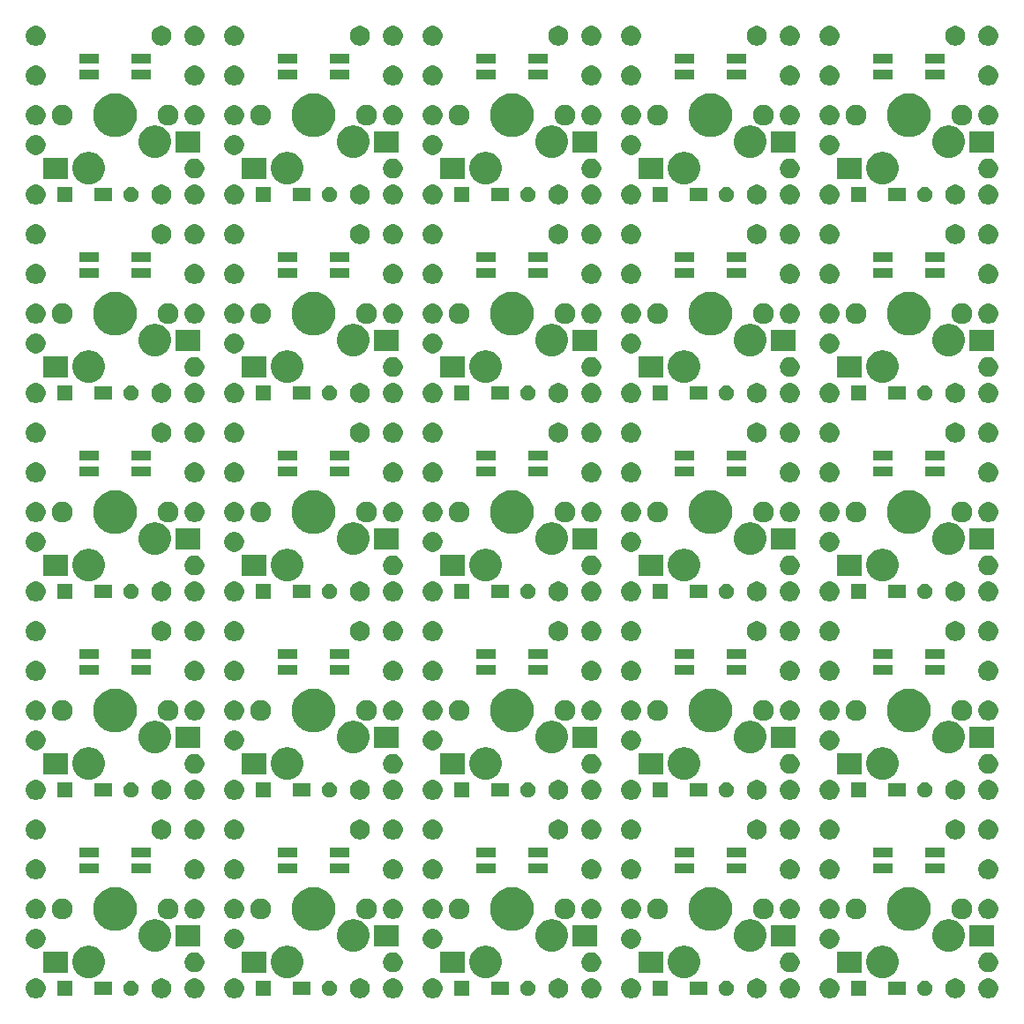
<source format=gbs>
G04 #@! TF.GenerationSoftware,KiCad,Pcbnew,5.1.5+dfsg1-2build2*
G04 #@! TF.CreationDate,2021-01-11T18:32:22+09:00*
G04 #@! TF.ProjectId,container,636f6e74-6169-46e6-9572-2e6b69636164,rev?*
G04 #@! TF.SameCoordinates,Original*
G04 #@! TF.FileFunction,Soldermask,Bot*
G04 #@! TF.FilePolarity,Negative*
%FSLAX46Y46*%
G04 Gerber Fmt 4.6, Leading zero omitted, Abs format (unit mm)*
G04 Created by KiCad (PCBNEW 5.1.5+dfsg1-2build2) date 2021-01-11 18:32:22*
%MOMM*%
%LPD*%
G04 APERTURE LIST*
%ADD10C,0.265000*%
G04 APERTURE END LIST*
D10*
G36*
X67079395Y-118592546D02*
G01*
X67252466Y-118664234D01*
X67252467Y-118664235D01*
X67408227Y-118768310D01*
X67540690Y-118900773D01*
X67593081Y-118979182D01*
X67644766Y-119056534D01*
X67716454Y-119229605D01*
X67753000Y-119413333D01*
X67753000Y-119600667D01*
X67716454Y-119784395D01*
X67644766Y-119957466D01*
X67625877Y-119985735D01*
X67540690Y-120113227D01*
X67408227Y-120245690D01*
X67329818Y-120298081D01*
X67252466Y-120349766D01*
X67079395Y-120421454D01*
X66895667Y-120458000D01*
X66708333Y-120458000D01*
X66524605Y-120421454D01*
X66351534Y-120349766D01*
X66274182Y-120298081D01*
X66195773Y-120245690D01*
X66063310Y-120113227D01*
X65978123Y-119985735D01*
X65959234Y-119957466D01*
X65887546Y-119784395D01*
X65851000Y-119600667D01*
X65851000Y-119413333D01*
X65887546Y-119229605D01*
X65959234Y-119056534D01*
X66010919Y-118979182D01*
X66063310Y-118900773D01*
X66195773Y-118768310D01*
X66351533Y-118664235D01*
X66351534Y-118664234D01*
X66524605Y-118592546D01*
X66708333Y-118556000D01*
X66895667Y-118556000D01*
X67079395Y-118592546D01*
G37*
G36*
X139469395Y-118592546D02*
G01*
X139642466Y-118664234D01*
X139642467Y-118664235D01*
X139798227Y-118768310D01*
X139930690Y-118900773D01*
X139983081Y-118979182D01*
X140034766Y-119056534D01*
X140106454Y-119229605D01*
X140143000Y-119413333D01*
X140143000Y-119600667D01*
X140106454Y-119784395D01*
X140034766Y-119957466D01*
X140015877Y-119985735D01*
X139930690Y-120113227D01*
X139798227Y-120245690D01*
X139719818Y-120298081D01*
X139642466Y-120349766D01*
X139469395Y-120421454D01*
X139285667Y-120458000D01*
X139098333Y-120458000D01*
X138914605Y-120421454D01*
X138741534Y-120349766D01*
X138664182Y-120298081D01*
X138585773Y-120245690D01*
X138453310Y-120113227D01*
X138368123Y-119985735D01*
X138349234Y-119957466D01*
X138277546Y-119784395D01*
X138241000Y-119600667D01*
X138241000Y-119413333D01*
X138277546Y-119229605D01*
X138349234Y-119056534D01*
X138400919Y-118979182D01*
X138453310Y-118900773D01*
X138585773Y-118768310D01*
X138741533Y-118664235D01*
X138741534Y-118664234D01*
X138914605Y-118592546D01*
X139098333Y-118556000D01*
X139285667Y-118556000D01*
X139469395Y-118592546D01*
G37*
G36*
X143279395Y-118592546D02*
G01*
X143452466Y-118664234D01*
X143452467Y-118664235D01*
X143608227Y-118768310D01*
X143740690Y-118900773D01*
X143793081Y-118979182D01*
X143844766Y-119056534D01*
X143916454Y-119229605D01*
X143953000Y-119413333D01*
X143953000Y-119600667D01*
X143916454Y-119784395D01*
X143844766Y-119957466D01*
X143825877Y-119985735D01*
X143740690Y-120113227D01*
X143608227Y-120245690D01*
X143529818Y-120298081D01*
X143452466Y-120349766D01*
X143279395Y-120421454D01*
X143095667Y-120458000D01*
X142908333Y-120458000D01*
X142724605Y-120421454D01*
X142551534Y-120349766D01*
X142474182Y-120298081D01*
X142395773Y-120245690D01*
X142263310Y-120113227D01*
X142178123Y-119985735D01*
X142159234Y-119957466D01*
X142087546Y-119784395D01*
X142051000Y-119600667D01*
X142051000Y-119413333D01*
X142087546Y-119229605D01*
X142159234Y-119056534D01*
X142210919Y-118979182D01*
X142263310Y-118900773D01*
X142395773Y-118768310D01*
X142551533Y-118664235D01*
X142551534Y-118664234D01*
X142724605Y-118592546D01*
X142908333Y-118556000D01*
X143095667Y-118556000D01*
X143279395Y-118592546D01*
G37*
G36*
X158519395Y-118592546D02*
G01*
X158692466Y-118664234D01*
X158692467Y-118664235D01*
X158848227Y-118768310D01*
X158980690Y-118900773D01*
X159033081Y-118979182D01*
X159084766Y-119056534D01*
X159156454Y-119229605D01*
X159193000Y-119413333D01*
X159193000Y-119600667D01*
X159156454Y-119784395D01*
X159084766Y-119957466D01*
X159065877Y-119985735D01*
X158980690Y-120113227D01*
X158848227Y-120245690D01*
X158769818Y-120298081D01*
X158692466Y-120349766D01*
X158519395Y-120421454D01*
X158335667Y-120458000D01*
X158148333Y-120458000D01*
X157964605Y-120421454D01*
X157791534Y-120349766D01*
X157714182Y-120298081D01*
X157635773Y-120245690D01*
X157503310Y-120113227D01*
X157418123Y-119985735D01*
X157399234Y-119957466D01*
X157327546Y-119784395D01*
X157291000Y-119600667D01*
X157291000Y-119413333D01*
X157327546Y-119229605D01*
X157399234Y-119056534D01*
X157450919Y-118979182D01*
X157503310Y-118900773D01*
X157635773Y-118768310D01*
X157791533Y-118664235D01*
X157791534Y-118664234D01*
X157964605Y-118592546D01*
X158148333Y-118556000D01*
X158335667Y-118556000D01*
X158519395Y-118592546D01*
G37*
G36*
X124229395Y-118592546D02*
G01*
X124402466Y-118664234D01*
X124402467Y-118664235D01*
X124558227Y-118768310D01*
X124690690Y-118900773D01*
X124743081Y-118979182D01*
X124794766Y-119056534D01*
X124866454Y-119229605D01*
X124903000Y-119413333D01*
X124903000Y-119600667D01*
X124866454Y-119784395D01*
X124794766Y-119957466D01*
X124775877Y-119985735D01*
X124690690Y-120113227D01*
X124558227Y-120245690D01*
X124479818Y-120298081D01*
X124402466Y-120349766D01*
X124229395Y-120421454D01*
X124045667Y-120458000D01*
X123858333Y-120458000D01*
X123674605Y-120421454D01*
X123501534Y-120349766D01*
X123424182Y-120298081D01*
X123345773Y-120245690D01*
X123213310Y-120113227D01*
X123128123Y-119985735D01*
X123109234Y-119957466D01*
X123037546Y-119784395D01*
X123001000Y-119600667D01*
X123001000Y-119413333D01*
X123037546Y-119229605D01*
X123109234Y-119056534D01*
X123160919Y-118979182D01*
X123213310Y-118900773D01*
X123345773Y-118768310D01*
X123501533Y-118664235D01*
X123501534Y-118664234D01*
X123674605Y-118592546D01*
X123858333Y-118556000D01*
X124045667Y-118556000D01*
X124229395Y-118592546D01*
G37*
G36*
X155344395Y-118592546D02*
G01*
X155517466Y-118664234D01*
X155517467Y-118664235D01*
X155673227Y-118768310D01*
X155805690Y-118900773D01*
X155858081Y-118979182D01*
X155909766Y-119056534D01*
X155981454Y-119229605D01*
X156018000Y-119413333D01*
X156018000Y-119600667D01*
X155981454Y-119784395D01*
X155909766Y-119957466D01*
X155890877Y-119985735D01*
X155805690Y-120113227D01*
X155673227Y-120245690D01*
X155594818Y-120298081D01*
X155517466Y-120349766D01*
X155344395Y-120421454D01*
X155160667Y-120458000D01*
X154973333Y-120458000D01*
X154789605Y-120421454D01*
X154616534Y-120349766D01*
X154539182Y-120298081D01*
X154460773Y-120245690D01*
X154328310Y-120113227D01*
X154243123Y-119985735D01*
X154224234Y-119957466D01*
X154152546Y-119784395D01*
X154116000Y-119600667D01*
X154116000Y-119413333D01*
X154152546Y-119229605D01*
X154224234Y-119056534D01*
X154275919Y-118979182D01*
X154328310Y-118900773D01*
X154460773Y-118768310D01*
X154616533Y-118664235D01*
X154616534Y-118664234D01*
X154789605Y-118592546D01*
X154973333Y-118556000D01*
X155160667Y-118556000D01*
X155344395Y-118592546D01*
G37*
G36*
X136294395Y-118592546D02*
G01*
X136467466Y-118664234D01*
X136467467Y-118664235D01*
X136623227Y-118768310D01*
X136755690Y-118900773D01*
X136808081Y-118979182D01*
X136859766Y-119056534D01*
X136931454Y-119229605D01*
X136968000Y-119413333D01*
X136968000Y-119600667D01*
X136931454Y-119784395D01*
X136859766Y-119957466D01*
X136840877Y-119985735D01*
X136755690Y-120113227D01*
X136623227Y-120245690D01*
X136544818Y-120298081D01*
X136467466Y-120349766D01*
X136294395Y-120421454D01*
X136110667Y-120458000D01*
X135923333Y-120458000D01*
X135739605Y-120421454D01*
X135566534Y-120349766D01*
X135489182Y-120298081D01*
X135410773Y-120245690D01*
X135278310Y-120113227D01*
X135193123Y-119985735D01*
X135174234Y-119957466D01*
X135102546Y-119784395D01*
X135066000Y-119600667D01*
X135066000Y-119413333D01*
X135102546Y-119229605D01*
X135174234Y-119056534D01*
X135225919Y-118979182D01*
X135278310Y-118900773D01*
X135410773Y-118768310D01*
X135566533Y-118664235D01*
X135566534Y-118664234D01*
X135739605Y-118592546D01*
X135923333Y-118556000D01*
X136110667Y-118556000D01*
X136294395Y-118592546D01*
G37*
G36*
X105179395Y-118592546D02*
G01*
X105352466Y-118664234D01*
X105352467Y-118664235D01*
X105508227Y-118768310D01*
X105640690Y-118900773D01*
X105693081Y-118979182D01*
X105744766Y-119056534D01*
X105816454Y-119229605D01*
X105853000Y-119413333D01*
X105853000Y-119600667D01*
X105816454Y-119784395D01*
X105744766Y-119957466D01*
X105725877Y-119985735D01*
X105640690Y-120113227D01*
X105508227Y-120245690D01*
X105429818Y-120298081D01*
X105352466Y-120349766D01*
X105179395Y-120421454D01*
X104995667Y-120458000D01*
X104808333Y-120458000D01*
X104624605Y-120421454D01*
X104451534Y-120349766D01*
X104374182Y-120298081D01*
X104295773Y-120245690D01*
X104163310Y-120113227D01*
X104078123Y-119985735D01*
X104059234Y-119957466D01*
X103987546Y-119784395D01*
X103951000Y-119600667D01*
X103951000Y-119413333D01*
X103987546Y-119229605D01*
X104059234Y-119056534D01*
X104110919Y-118979182D01*
X104163310Y-118900773D01*
X104295773Y-118768310D01*
X104451533Y-118664235D01*
X104451534Y-118664234D01*
X104624605Y-118592546D01*
X104808333Y-118556000D01*
X104995667Y-118556000D01*
X105179395Y-118592546D01*
G37*
G36*
X120419395Y-118592546D02*
G01*
X120592466Y-118664234D01*
X120592467Y-118664235D01*
X120748227Y-118768310D01*
X120880690Y-118900773D01*
X120933081Y-118979182D01*
X120984766Y-119056534D01*
X121056454Y-119229605D01*
X121093000Y-119413333D01*
X121093000Y-119600667D01*
X121056454Y-119784395D01*
X120984766Y-119957466D01*
X120965877Y-119985735D01*
X120880690Y-120113227D01*
X120748227Y-120245690D01*
X120669818Y-120298081D01*
X120592466Y-120349766D01*
X120419395Y-120421454D01*
X120235667Y-120458000D01*
X120048333Y-120458000D01*
X119864605Y-120421454D01*
X119691534Y-120349766D01*
X119614182Y-120298081D01*
X119535773Y-120245690D01*
X119403310Y-120113227D01*
X119318123Y-119985735D01*
X119299234Y-119957466D01*
X119227546Y-119784395D01*
X119191000Y-119600667D01*
X119191000Y-119413333D01*
X119227546Y-119229605D01*
X119299234Y-119056534D01*
X119350919Y-118979182D01*
X119403310Y-118900773D01*
X119535773Y-118768310D01*
X119691533Y-118664235D01*
X119691534Y-118664234D01*
X119864605Y-118592546D01*
X120048333Y-118556000D01*
X120235667Y-118556000D01*
X120419395Y-118592546D01*
G37*
G36*
X117244395Y-118592546D02*
G01*
X117417466Y-118664234D01*
X117417467Y-118664235D01*
X117573227Y-118768310D01*
X117705690Y-118900773D01*
X117758081Y-118979182D01*
X117809766Y-119056534D01*
X117881454Y-119229605D01*
X117918000Y-119413333D01*
X117918000Y-119600667D01*
X117881454Y-119784395D01*
X117809766Y-119957466D01*
X117790877Y-119985735D01*
X117705690Y-120113227D01*
X117573227Y-120245690D01*
X117494818Y-120298081D01*
X117417466Y-120349766D01*
X117244395Y-120421454D01*
X117060667Y-120458000D01*
X116873333Y-120458000D01*
X116689605Y-120421454D01*
X116516534Y-120349766D01*
X116439182Y-120298081D01*
X116360773Y-120245690D01*
X116228310Y-120113227D01*
X116143123Y-119985735D01*
X116124234Y-119957466D01*
X116052546Y-119784395D01*
X116016000Y-119600667D01*
X116016000Y-119413333D01*
X116052546Y-119229605D01*
X116124234Y-119056534D01*
X116175919Y-118979182D01*
X116228310Y-118900773D01*
X116360773Y-118768310D01*
X116516533Y-118664235D01*
X116516534Y-118664234D01*
X116689605Y-118592546D01*
X116873333Y-118556000D01*
X117060667Y-118556000D01*
X117244395Y-118592546D01*
G37*
G36*
X98194395Y-118592546D02*
G01*
X98367466Y-118664234D01*
X98367467Y-118664235D01*
X98523227Y-118768310D01*
X98655690Y-118900773D01*
X98708081Y-118979182D01*
X98759766Y-119056534D01*
X98831454Y-119229605D01*
X98868000Y-119413333D01*
X98868000Y-119600667D01*
X98831454Y-119784395D01*
X98759766Y-119957466D01*
X98740877Y-119985735D01*
X98655690Y-120113227D01*
X98523227Y-120245690D01*
X98444818Y-120298081D01*
X98367466Y-120349766D01*
X98194395Y-120421454D01*
X98010667Y-120458000D01*
X97823333Y-120458000D01*
X97639605Y-120421454D01*
X97466534Y-120349766D01*
X97389182Y-120298081D01*
X97310773Y-120245690D01*
X97178310Y-120113227D01*
X97093123Y-119985735D01*
X97074234Y-119957466D01*
X97002546Y-119784395D01*
X96966000Y-119600667D01*
X96966000Y-119413333D01*
X97002546Y-119229605D01*
X97074234Y-119056534D01*
X97125919Y-118979182D01*
X97178310Y-118900773D01*
X97310773Y-118768310D01*
X97466533Y-118664235D01*
X97466534Y-118664234D01*
X97639605Y-118592546D01*
X97823333Y-118556000D01*
X98010667Y-118556000D01*
X98194395Y-118592546D01*
G37*
G36*
X101369395Y-118592546D02*
G01*
X101542466Y-118664234D01*
X101542467Y-118664235D01*
X101698227Y-118768310D01*
X101830690Y-118900773D01*
X101883081Y-118979182D01*
X101934766Y-119056534D01*
X102006454Y-119229605D01*
X102043000Y-119413333D01*
X102043000Y-119600667D01*
X102006454Y-119784395D01*
X101934766Y-119957466D01*
X101915877Y-119985735D01*
X101830690Y-120113227D01*
X101698227Y-120245690D01*
X101619818Y-120298081D01*
X101542466Y-120349766D01*
X101369395Y-120421454D01*
X101185667Y-120458000D01*
X100998333Y-120458000D01*
X100814605Y-120421454D01*
X100641534Y-120349766D01*
X100564182Y-120298081D01*
X100485773Y-120245690D01*
X100353310Y-120113227D01*
X100268123Y-119985735D01*
X100249234Y-119957466D01*
X100177546Y-119784395D01*
X100141000Y-119600667D01*
X100141000Y-119413333D01*
X100177546Y-119229605D01*
X100249234Y-119056534D01*
X100300919Y-118979182D01*
X100353310Y-118900773D01*
X100485773Y-118768310D01*
X100641533Y-118664235D01*
X100641534Y-118664234D01*
X100814605Y-118592546D01*
X100998333Y-118556000D01*
X101185667Y-118556000D01*
X101369395Y-118592546D01*
G37*
G36*
X86129395Y-118592546D02*
G01*
X86302466Y-118664234D01*
X86302467Y-118664235D01*
X86458227Y-118768310D01*
X86590690Y-118900773D01*
X86643081Y-118979182D01*
X86694766Y-119056534D01*
X86766454Y-119229605D01*
X86803000Y-119413333D01*
X86803000Y-119600667D01*
X86766454Y-119784395D01*
X86694766Y-119957466D01*
X86675877Y-119985735D01*
X86590690Y-120113227D01*
X86458227Y-120245690D01*
X86379818Y-120298081D01*
X86302466Y-120349766D01*
X86129395Y-120421454D01*
X85945667Y-120458000D01*
X85758333Y-120458000D01*
X85574605Y-120421454D01*
X85401534Y-120349766D01*
X85324182Y-120298081D01*
X85245773Y-120245690D01*
X85113310Y-120113227D01*
X85028123Y-119985735D01*
X85009234Y-119957466D01*
X84937546Y-119784395D01*
X84901000Y-119600667D01*
X84901000Y-119413333D01*
X84937546Y-119229605D01*
X85009234Y-119056534D01*
X85060919Y-118979182D01*
X85113310Y-118900773D01*
X85245773Y-118768310D01*
X85401533Y-118664235D01*
X85401534Y-118664234D01*
X85574605Y-118592546D01*
X85758333Y-118556000D01*
X85945667Y-118556000D01*
X86129395Y-118592546D01*
G37*
G36*
X82319395Y-118592546D02*
G01*
X82492466Y-118664234D01*
X82492467Y-118664235D01*
X82648227Y-118768310D01*
X82780690Y-118900773D01*
X82833081Y-118979182D01*
X82884766Y-119056534D01*
X82956454Y-119229605D01*
X82993000Y-119413333D01*
X82993000Y-119600667D01*
X82956454Y-119784395D01*
X82884766Y-119957466D01*
X82865877Y-119985735D01*
X82780690Y-120113227D01*
X82648227Y-120245690D01*
X82569818Y-120298081D01*
X82492466Y-120349766D01*
X82319395Y-120421454D01*
X82135667Y-120458000D01*
X81948333Y-120458000D01*
X81764605Y-120421454D01*
X81591534Y-120349766D01*
X81514182Y-120298081D01*
X81435773Y-120245690D01*
X81303310Y-120113227D01*
X81218123Y-119985735D01*
X81199234Y-119957466D01*
X81127546Y-119784395D01*
X81091000Y-119600667D01*
X81091000Y-119413333D01*
X81127546Y-119229605D01*
X81199234Y-119056534D01*
X81250919Y-118979182D01*
X81303310Y-118900773D01*
X81435773Y-118768310D01*
X81591533Y-118664235D01*
X81591534Y-118664234D01*
X81764605Y-118592546D01*
X81948333Y-118556000D01*
X82135667Y-118556000D01*
X82319395Y-118592546D01*
G37*
G36*
X79144395Y-118592546D02*
G01*
X79317466Y-118664234D01*
X79317467Y-118664235D01*
X79473227Y-118768310D01*
X79605690Y-118900773D01*
X79658081Y-118979182D01*
X79709766Y-119056534D01*
X79781454Y-119229605D01*
X79818000Y-119413333D01*
X79818000Y-119600667D01*
X79781454Y-119784395D01*
X79709766Y-119957466D01*
X79690877Y-119985735D01*
X79605690Y-120113227D01*
X79473227Y-120245690D01*
X79394818Y-120298081D01*
X79317466Y-120349766D01*
X79144395Y-120421454D01*
X78960667Y-120458000D01*
X78773333Y-120458000D01*
X78589605Y-120421454D01*
X78416534Y-120349766D01*
X78339182Y-120298081D01*
X78260773Y-120245690D01*
X78128310Y-120113227D01*
X78043123Y-119985735D01*
X78024234Y-119957466D01*
X77952546Y-119784395D01*
X77916000Y-119600667D01*
X77916000Y-119413333D01*
X77952546Y-119229605D01*
X78024234Y-119056534D01*
X78075919Y-118979182D01*
X78128310Y-118900773D01*
X78260773Y-118768310D01*
X78416533Y-118664235D01*
X78416534Y-118664234D01*
X78589605Y-118592546D01*
X78773333Y-118556000D01*
X78960667Y-118556000D01*
X79144395Y-118592546D01*
G37*
G36*
X146547000Y-120258000D02*
G01*
X145045000Y-120258000D01*
X145045000Y-118756000D01*
X146547000Y-118756000D01*
X146547000Y-120258000D01*
G37*
G36*
X70347000Y-120258000D02*
G01*
X68845000Y-120258000D01*
X68845000Y-118756000D01*
X70347000Y-118756000D01*
X70347000Y-120258000D01*
G37*
G36*
X76081850Y-118768309D02*
G01*
X76165059Y-118784860D01*
X76301732Y-118841472D01*
X76424735Y-118923660D01*
X76529340Y-119028265D01*
X76611528Y-119151268D01*
X76668140Y-119287941D01*
X76697000Y-119433033D01*
X76697000Y-119580967D01*
X76668140Y-119726059D01*
X76611528Y-119862732D01*
X76529340Y-119985735D01*
X76424735Y-120090340D01*
X76301732Y-120172528D01*
X76301731Y-120172529D01*
X76301730Y-120172529D01*
X76165059Y-120229140D01*
X76019968Y-120258000D01*
X75872032Y-120258000D01*
X75726941Y-120229140D01*
X75590270Y-120172529D01*
X75590269Y-120172529D01*
X75590268Y-120172528D01*
X75467265Y-120090340D01*
X75362660Y-119985735D01*
X75280472Y-119862732D01*
X75223860Y-119726059D01*
X75195000Y-119580967D01*
X75195000Y-119433033D01*
X75223860Y-119287941D01*
X75280472Y-119151268D01*
X75362660Y-119028265D01*
X75467265Y-118923660D01*
X75590268Y-118841472D01*
X75726941Y-118784860D01*
X75810150Y-118768309D01*
X75872032Y-118756000D01*
X76019968Y-118756000D01*
X76081850Y-118768309D01*
G37*
G36*
X152281850Y-118768309D02*
G01*
X152365059Y-118784860D01*
X152501732Y-118841472D01*
X152624735Y-118923660D01*
X152729340Y-119028265D01*
X152811528Y-119151268D01*
X152868140Y-119287941D01*
X152897000Y-119433033D01*
X152897000Y-119580967D01*
X152868140Y-119726059D01*
X152811528Y-119862732D01*
X152729340Y-119985735D01*
X152624735Y-120090340D01*
X152501732Y-120172528D01*
X152501731Y-120172529D01*
X152501730Y-120172529D01*
X152365059Y-120229140D01*
X152219968Y-120258000D01*
X152072032Y-120258000D01*
X151926941Y-120229140D01*
X151790270Y-120172529D01*
X151790269Y-120172529D01*
X151790268Y-120172528D01*
X151667265Y-120090340D01*
X151562660Y-119985735D01*
X151480472Y-119862732D01*
X151423860Y-119726059D01*
X151395000Y-119580967D01*
X151395000Y-119433033D01*
X151423860Y-119287941D01*
X151480472Y-119151268D01*
X151562660Y-119028265D01*
X151667265Y-118923660D01*
X151790268Y-118841472D01*
X151926941Y-118784860D01*
X152010150Y-118768309D01*
X152072032Y-118756000D01*
X152219968Y-118756000D01*
X152281850Y-118768309D01*
G37*
G36*
X133231850Y-118768309D02*
G01*
X133315059Y-118784860D01*
X133451732Y-118841472D01*
X133574735Y-118923660D01*
X133679340Y-119028265D01*
X133761528Y-119151268D01*
X133818140Y-119287941D01*
X133847000Y-119433033D01*
X133847000Y-119580967D01*
X133818140Y-119726059D01*
X133761528Y-119862732D01*
X133679340Y-119985735D01*
X133574735Y-120090340D01*
X133451732Y-120172528D01*
X133451731Y-120172529D01*
X133451730Y-120172529D01*
X133315059Y-120229140D01*
X133169968Y-120258000D01*
X133022032Y-120258000D01*
X132876941Y-120229140D01*
X132740270Y-120172529D01*
X132740269Y-120172529D01*
X132740268Y-120172528D01*
X132617265Y-120090340D01*
X132512660Y-119985735D01*
X132430472Y-119862732D01*
X132373860Y-119726059D01*
X132345000Y-119580967D01*
X132345000Y-119433033D01*
X132373860Y-119287941D01*
X132430472Y-119151268D01*
X132512660Y-119028265D01*
X132617265Y-118923660D01*
X132740268Y-118841472D01*
X132876941Y-118784860D01*
X132960150Y-118768309D01*
X133022032Y-118756000D01*
X133169968Y-118756000D01*
X133231850Y-118768309D01*
G37*
G36*
X127497000Y-120258000D02*
G01*
X125995000Y-120258000D01*
X125995000Y-118756000D01*
X127497000Y-118756000D01*
X127497000Y-120258000D01*
G37*
G36*
X89397000Y-120258000D02*
G01*
X87895000Y-120258000D01*
X87895000Y-118756000D01*
X89397000Y-118756000D01*
X89397000Y-120258000D01*
G37*
G36*
X95131850Y-118768309D02*
G01*
X95215059Y-118784860D01*
X95351732Y-118841472D01*
X95474735Y-118923660D01*
X95579340Y-119028265D01*
X95661528Y-119151268D01*
X95718140Y-119287941D01*
X95747000Y-119433033D01*
X95747000Y-119580967D01*
X95718140Y-119726059D01*
X95661528Y-119862732D01*
X95579340Y-119985735D01*
X95474735Y-120090340D01*
X95351732Y-120172528D01*
X95351731Y-120172529D01*
X95351730Y-120172529D01*
X95215059Y-120229140D01*
X95069968Y-120258000D01*
X94922032Y-120258000D01*
X94776941Y-120229140D01*
X94640270Y-120172529D01*
X94640269Y-120172529D01*
X94640268Y-120172528D01*
X94517265Y-120090340D01*
X94412660Y-119985735D01*
X94330472Y-119862732D01*
X94273860Y-119726059D01*
X94245000Y-119580967D01*
X94245000Y-119433033D01*
X94273860Y-119287941D01*
X94330472Y-119151268D01*
X94412660Y-119028265D01*
X94517265Y-118923660D01*
X94640268Y-118841472D01*
X94776941Y-118784860D01*
X94860150Y-118768309D01*
X94922032Y-118756000D01*
X95069968Y-118756000D01*
X95131850Y-118768309D01*
G37*
G36*
X114181850Y-118768309D02*
G01*
X114265059Y-118784860D01*
X114401732Y-118841472D01*
X114524735Y-118923660D01*
X114629340Y-119028265D01*
X114711528Y-119151268D01*
X114768140Y-119287941D01*
X114797000Y-119433033D01*
X114797000Y-119580967D01*
X114768140Y-119726059D01*
X114711528Y-119862732D01*
X114629340Y-119985735D01*
X114524735Y-120090340D01*
X114401732Y-120172528D01*
X114401731Y-120172529D01*
X114401730Y-120172529D01*
X114265059Y-120229140D01*
X114119968Y-120258000D01*
X113972032Y-120258000D01*
X113826941Y-120229140D01*
X113690270Y-120172529D01*
X113690269Y-120172529D01*
X113690268Y-120172528D01*
X113567265Y-120090340D01*
X113462660Y-119985735D01*
X113380472Y-119862732D01*
X113323860Y-119726059D01*
X113295000Y-119580967D01*
X113295000Y-119433033D01*
X113323860Y-119287941D01*
X113380472Y-119151268D01*
X113462660Y-119028265D01*
X113567265Y-118923660D01*
X113690268Y-118841472D01*
X113826941Y-118784860D01*
X113910150Y-118768309D01*
X113972032Y-118756000D01*
X114119968Y-118756000D01*
X114181850Y-118768309D01*
G37*
G36*
X108447000Y-120258000D02*
G01*
X106945000Y-120258000D01*
X106945000Y-118756000D01*
X108447000Y-118756000D01*
X108447000Y-120258000D01*
G37*
G36*
X131297000Y-120158000D02*
G01*
X129595000Y-120158000D01*
X129595000Y-118856000D01*
X131297000Y-118856000D01*
X131297000Y-120158000D01*
G37*
G36*
X93197000Y-120158000D02*
G01*
X91495000Y-120158000D01*
X91495000Y-118856000D01*
X93197000Y-118856000D01*
X93197000Y-120158000D01*
G37*
G36*
X74147000Y-120158000D02*
G01*
X72445000Y-120158000D01*
X72445000Y-118856000D01*
X74147000Y-118856000D01*
X74147000Y-120158000D01*
G37*
G36*
X112247000Y-120158000D02*
G01*
X110545000Y-120158000D01*
X110545000Y-118856000D01*
X112247000Y-118856000D01*
X112247000Y-120158000D01*
G37*
G36*
X150347000Y-120158000D02*
G01*
X148645000Y-120158000D01*
X148645000Y-118856000D01*
X150347000Y-118856000D01*
X150347000Y-120158000D01*
G37*
G36*
X110284585Y-115445802D02*
G01*
X110434410Y-115475604D01*
X110716674Y-115592521D01*
X110970705Y-115762259D01*
X111186741Y-115978295D01*
X111356479Y-116232326D01*
X111473396Y-116514590D01*
X111533000Y-116814240D01*
X111533000Y-117119760D01*
X111473396Y-117419410D01*
X111356479Y-117701674D01*
X111186741Y-117955705D01*
X110970705Y-118171741D01*
X110716674Y-118341479D01*
X110434410Y-118458396D01*
X110284585Y-118488198D01*
X110134761Y-118518000D01*
X109829239Y-118518000D01*
X109679415Y-118488198D01*
X109529590Y-118458396D01*
X109247326Y-118341479D01*
X108993295Y-118171741D01*
X108777259Y-117955705D01*
X108607521Y-117701674D01*
X108490604Y-117419410D01*
X108431000Y-117119760D01*
X108431000Y-116814240D01*
X108490604Y-116514590D01*
X108607521Y-116232326D01*
X108777259Y-115978295D01*
X108993295Y-115762259D01*
X109247326Y-115592521D01*
X109529590Y-115475604D01*
X109679415Y-115445802D01*
X109829239Y-115416000D01*
X110134761Y-115416000D01*
X110284585Y-115445802D01*
G37*
G36*
X148384585Y-115445802D02*
G01*
X148534410Y-115475604D01*
X148816674Y-115592521D01*
X149070705Y-115762259D01*
X149286741Y-115978295D01*
X149456479Y-116232326D01*
X149573396Y-116514590D01*
X149633000Y-116814240D01*
X149633000Y-117119760D01*
X149573396Y-117419410D01*
X149456479Y-117701674D01*
X149286741Y-117955705D01*
X149070705Y-118171741D01*
X148816674Y-118341479D01*
X148534410Y-118458396D01*
X148384585Y-118488198D01*
X148234761Y-118518000D01*
X147929239Y-118518000D01*
X147779415Y-118488198D01*
X147629590Y-118458396D01*
X147347326Y-118341479D01*
X147093295Y-118171741D01*
X146877259Y-117955705D01*
X146707521Y-117701674D01*
X146590604Y-117419410D01*
X146531000Y-117119760D01*
X146531000Y-116814240D01*
X146590604Y-116514590D01*
X146707521Y-116232326D01*
X146877259Y-115978295D01*
X147093295Y-115762259D01*
X147347326Y-115592521D01*
X147629590Y-115475604D01*
X147779415Y-115445802D01*
X147929239Y-115416000D01*
X148234761Y-115416000D01*
X148384585Y-115445802D01*
G37*
G36*
X72184585Y-115445802D02*
G01*
X72334410Y-115475604D01*
X72616674Y-115592521D01*
X72870705Y-115762259D01*
X73086741Y-115978295D01*
X73256479Y-116232326D01*
X73373396Y-116514590D01*
X73433000Y-116814240D01*
X73433000Y-117119760D01*
X73373396Y-117419410D01*
X73256479Y-117701674D01*
X73086741Y-117955705D01*
X72870705Y-118171741D01*
X72616674Y-118341479D01*
X72334410Y-118458396D01*
X72184585Y-118488198D01*
X72034761Y-118518000D01*
X71729239Y-118518000D01*
X71579415Y-118488198D01*
X71429590Y-118458396D01*
X71147326Y-118341479D01*
X70893295Y-118171741D01*
X70677259Y-117955705D01*
X70507521Y-117701674D01*
X70390604Y-117419410D01*
X70331000Y-117119760D01*
X70331000Y-116814240D01*
X70390604Y-116514590D01*
X70507521Y-116232326D01*
X70677259Y-115978295D01*
X70893295Y-115762259D01*
X71147326Y-115592521D01*
X71429590Y-115475604D01*
X71579415Y-115445802D01*
X71729239Y-115416000D01*
X72034761Y-115416000D01*
X72184585Y-115445802D01*
G37*
G36*
X129334585Y-115445802D02*
G01*
X129484410Y-115475604D01*
X129766674Y-115592521D01*
X130020705Y-115762259D01*
X130236741Y-115978295D01*
X130406479Y-116232326D01*
X130523396Y-116514590D01*
X130583000Y-116814240D01*
X130583000Y-117119760D01*
X130523396Y-117419410D01*
X130406479Y-117701674D01*
X130236741Y-117955705D01*
X130020705Y-118171741D01*
X129766674Y-118341479D01*
X129484410Y-118458396D01*
X129334585Y-118488198D01*
X129184761Y-118518000D01*
X128879239Y-118518000D01*
X128729415Y-118488198D01*
X128579590Y-118458396D01*
X128297326Y-118341479D01*
X128043295Y-118171741D01*
X127827259Y-117955705D01*
X127657521Y-117701674D01*
X127540604Y-117419410D01*
X127481000Y-117119760D01*
X127481000Y-116814240D01*
X127540604Y-116514590D01*
X127657521Y-116232326D01*
X127827259Y-115978295D01*
X128043295Y-115762259D01*
X128297326Y-115592521D01*
X128579590Y-115475604D01*
X128729415Y-115445802D01*
X128879239Y-115416000D01*
X129184761Y-115416000D01*
X129334585Y-115445802D01*
G37*
G36*
X91234585Y-115445802D02*
G01*
X91384410Y-115475604D01*
X91666674Y-115592521D01*
X91920705Y-115762259D01*
X92136741Y-115978295D01*
X92306479Y-116232326D01*
X92423396Y-116514590D01*
X92483000Y-116814240D01*
X92483000Y-117119760D01*
X92423396Y-117419410D01*
X92306479Y-117701674D01*
X92136741Y-117955705D01*
X91920705Y-118171741D01*
X91666674Y-118341479D01*
X91384410Y-118458396D01*
X91234585Y-118488198D01*
X91084761Y-118518000D01*
X90779239Y-118518000D01*
X90629415Y-118488198D01*
X90479590Y-118458396D01*
X90197326Y-118341479D01*
X89943295Y-118171741D01*
X89727259Y-117955705D01*
X89557521Y-117701674D01*
X89440604Y-117419410D01*
X89381000Y-117119760D01*
X89381000Y-116814240D01*
X89440604Y-116514590D01*
X89557521Y-116232326D01*
X89727259Y-115978295D01*
X89943295Y-115762259D01*
X90197326Y-115592521D01*
X90479590Y-115475604D01*
X90629415Y-115445802D01*
X90779239Y-115416000D01*
X91084761Y-115416000D01*
X91234585Y-115445802D01*
G37*
G36*
X108023000Y-118058000D02*
G01*
X105621000Y-118058000D01*
X105621000Y-115956000D01*
X108023000Y-115956000D01*
X108023000Y-118058000D01*
G37*
G36*
X127073000Y-118058000D02*
G01*
X124671000Y-118058000D01*
X124671000Y-115956000D01*
X127073000Y-115956000D01*
X127073000Y-118058000D01*
G37*
G36*
X88973000Y-118058000D02*
G01*
X86571000Y-118058000D01*
X86571000Y-115956000D01*
X88973000Y-115956000D01*
X88973000Y-118058000D01*
G37*
G36*
X69923000Y-118058000D02*
G01*
X67521000Y-118058000D01*
X67521000Y-115956000D01*
X69923000Y-115956000D01*
X69923000Y-118058000D01*
G37*
G36*
X146123000Y-118058000D02*
G01*
X143721000Y-118058000D01*
X143721000Y-115956000D01*
X146123000Y-115956000D01*
X146123000Y-118058000D01*
G37*
G36*
X101359395Y-116082546D02*
G01*
X101532466Y-116154234D01*
X101532467Y-116154235D01*
X101688227Y-116258310D01*
X101820690Y-116390773D01*
X101820691Y-116390775D01*
X101924766Y-116546534D01*
X101996454Y-116719605D01*
X102033000Y-116903333D01*
X102033000Y-117090667D01*
X101996454Y-117274395D01*
X101924766Y-117447466D01*
X101924765Y-117447467D01*
X101820690Y-117603227D01*
X101688227Y-117735690D01*
X101609818Y-117788081D01*
X101532466Y-117839766D01*
X101359395Y-117911454D01*
X101175667Y-117948000D01*
X100988333Y-117948000D01*
X100804605Y-117911454D01*
X100631534Y-117839766D01*
X100554182Y-117788081D01*
X100475773Y-117735690D01*
X100343310Y-117603227D01*
X100239235Y-117447467D01*
X100239234Y-117447466D01*
X100167546Y-117274395D01*
X100131000Y-117090667D01*
X100131000Y-116903333D01*
X100167546Y-116719605D01*
X100239234Y-116546534D01*
X100343309Y-116390775D01*
X100343310Y-116390773D01*
X100475773Y-116258310D01*
X100631533Y-116154235D01*
X100631534Y-116154234D01*
X100804605Y-116082546D01*
X100988333Y-116046000D01*
X101175667Y-116046000D01*
X101359395Y-116082546D01*
G37*
G36*
X82309395Y-116082546D02*
G01*
X82482466Y-116154234D01*
X82482467Y-116154235D01*
X82638227Y-116258310D01*
X82770690Y-116390773D01*
X82770691Y-116390775D01*
X82874766Y-116546534D01*
X82946454Y-116719605D01*
X82983000Y-116903333D01*
X82983000Y-117090667D01*
X82946454Y-117274395D01*
X82874766Y-117447466D01*
X82874765Y-117447467D01*
X82770690Y-117603227D01*
X82638227Y-117735690D01*
X82559818Y-117788081D01*
X82482466Y-117839766D01*
X82309395Y-117911454D01*
X82125667Y-117948000D01*
X81938333Y-117948000D01*
X81754605Y-117911454D01*
X81581534Y-117839766D01*
X81504182Y-117788081D01*
X81425773Y-117735690D01*
X81293310Y-117603227D01*
X81189235Y-117447467D01*
X81189234Y-117447466D01*
X81117546Y-117274395D01*
X81081000Y-117090667D01*
X81081000Y-116903333D01*
X81117546Y-116719605D01*
X81189234Y-116546534D01*
X81293309Y-116390775D01*
X81293310Y-116390773D01*
X81425773Y-116258310D01*
X81581533Y-116154235D01*
X81581534Y-116154234D01*
X81754605Y-116082546D01*
X81938333Y-116046000D01*
X82125667Y-116046000D01*
X82309395Y-116082546D01*
G37*
G36*
X158509395Y-116082546D02*
G01*
X158682466Y-116154234D01*
X158682467Y-116154235D01*
X158838227Y-116258310D01*
X158970690Y-116390773D01*
X158970691Y-116390775D01*
X159074766Y-116546534D01*
X159146454Y-116719605D01*
X159183000Y-116903333D01*
X159183000Y-117090667D01*
X159146454Y-117274395D01*
X159074766Y-117447466D01*
X159074765Y-117447467D01*
X158970690Y-117603227D01*
X158838227Y-117735690D01*
X158759818Y-117788081D01*
X158682466Y-117839766D01*
X158509395Y-117911454D01*
X158325667Y-117948000D01*
X158138333Y-117948000D01*
X157954605Y-117911454D01*
X157781534Y-117839766D01*
X157704182Y-117788081D01*
X157625773Y-117735690D01*
X157493310Y-117603227D01*
X157389235Y-117447467D01*
X157389234Y-117447466D01*
X157317546Y-117274395D01*
X157281000Y-117090667D01*
X157281000Y-116903333D01*
X157317546Y-116719605D01*
X157389234Y-116546534D01*
X157493309Y-116390775D01*
X157493310Y-116390773D01*
X157625773Y-116258310D01*
X157781533Y-116154235D01*
X157781534Y-116154234D01*
X157954605Y-116082546D01*
X158138333Y-116046000D01*
X158325667Y-116046000D01*
X158509395Y-116082546D01*
G37*
G36*
X139459395Y-116082546D02*
G01*
X139632466Y-116154234D01*
X139632467Y-116154235D01*
X139788227Y-116258310D01*
X139920690Y-116390773D01*
X139920691Y-116390775D01*
X140024766Y-116546534D01*
X140096454Y-116719605D01*
X140133000Y-116903333D01*
X140133000Y-117090667D01*
X140096454Y-117274395D01*
X140024766Y-117447466D01*
X140024765Y-117447467D01*
X139920690Y-117603227D01*
X139788227Y-117735690D01*
X139709818Y-117788081D01*
X139632466Y-117839766D01*
X139459395Y-117911454D01*
X139275667Y-117948000D01*
X139088333Y-117948000D01*
X138904605Y-117911454D01*
X138731534Y-117839766D01*
X138654182Y-117788081D01*
X138575773Y-117735690D01*
X138443310Y-117603227D01*
X138339235Y-117447467D01*
X138339234Y-117447466D01*
X138267546Y-117274395D01*
X138231000Y-117090667D01*
X138231000Y-116903333D01*
X138267546Y-116719605D01*
X138339234Y-116546534D01*
X138443309Y-116390775D01*
X138443310Y-116390773D01*
X138575773Y-116258310D01*
X138731533Y-116154235D01*
X138731534Y-116154234D01*
X138904605Y-116082546D01*
X139088333Y-116046000D01*
X139275667Y-116046000D01*
X139459395Y-116082546D01*
G37*
G36*
X120409395Y-116082546D02*
G01*
X120582466Y-116154234D01*
X120582467Y-116154235D01*
X120738227Y-116258310D01*
X120870690Y-116390773D01*
X120870691Y-116390775D01*
X120974766Y-116546534D01*
X121046454Y-116719605D01*
X121083000Y-116903333D01*
X121083000Y-117090667D01*
X121046454Y-117274395D01*
X120974766Y-117447466D01*
X120974765Y-117447467D01*
X120870690Y-117603227D01*
X120738227Y-117735690D01*
X120659818Y-117788081D01*
X120582466Y-117839766D01*
X120409395Y-117911454D01*
X120225667Y-117948000D01*
X120038333Y-117948000D01*
X119854605Y-117911454D01*
X119681534Y-117839766D01*
X119604182Y-117788081D01*
X119525773Y-117735690D01*
X119393310Y-117603227D01*
X119289235Y-117447467D01*
X119289234Y-117447466D01*
X119217546Y-117274395D01*
X119181000Y-117090667D01*
X119181000Y-116903333D01*
X119217546Y-116719605D01*
X119289234Y-116546534D01*
X119393309Y-116390775D01*
X119393310Y-116390773D01*
X119525773Y-116258310D01*
X119681533Y-116154235D01*
X119681534Y-116154234D01*
X119854605Y-116082546D01*
X120038333Y-116046000D01*
X120225667Y-116046000D01*
X120409395Y-116082546D01*
G37*
G36*
X154734585Y-112905802D02*
G01*
X154884410Y-112935604D01*
X155166674Y-113052521D01*
X155420705Y-113222259D01*
X155636741Y-113438295D01*
X155806479Y-113692326D01*
X155894254Y-113904235D01*
X155923396Y-113974591D01*
X155983000Y-114274239D01*
X155983000Y-114579761D01*
X155968365Y-114653335D01*
X155923396Y-114879410D01*
X155806479Y-115161674D01*
X155636741Y-115415705D01*
X155420705Y-115631741D01*
X155166674Y-115801479D01*
X154884410Y-115918396D01*
X154734585Y-115948198D01*
X154584761Y-115978000D01*
X154279239Y-115978000D01*
X154129415Y-115948198D01*
X153979590Y-115918396D01*
X153697326Y-115801479D01*
X153443295Y-115631741D01*
X153227259Y-115415705D01*
X153057521Y-115161674D01*
X152940604Y-114879410D01*
X152895635Y-114653335D01*
X152881000Y-114579761D01*
X152881000Y-114274239D01*
X152940604Y-113974591D01*
X152969746Y-113904235D01*
X153057521Y-113692326D01*
X153227259Y-113438295D01*
X153443295Y-113222259D01*
X153697326Y-113052521D01*
X153979590Y-112935604D01*
X154129415Y-112905802D01*
X154279239Y-112876000D01*
X154584761Y-112876000D01*
X154734585Y-112905802D01*
G37*
G36*
X135684585Y-112905802D02*
G01*
X135834410Y-112935604D01*
X136116674Y-113052521D01*
X136370705Y-113222259D01*
X136586741Y-113438295D01*
X136756479Y-113692326D01*
X136844254Y-113904235D01*
X136873396Y-113974591D01*
X136933000Y-114274239D01*
X136933000Y-114579761D01*
X136918365Y-114653335D01*
X136873396Y-114879410D01*
X136756479Y-115161674D01*
X136586741Y-115415705D01*
X136370705Y-115631741D01*
X136116674Y-115801479D01*
X135834410Y-115918396D01*
X135684585Y-115948198D01*
X135534761Y-115978000D01*
X135229239Y-115978000D01*
X135079415Y-115948198D01*
X134929590Y-115918396D01*
X134647326Y-115801479D01*
X134393295Y-115631741D01*
X134177259Y-115415705D01*
X134007521Y-115161674D01*
X133890604Y-114879410D01*
X133845635Y-114653335D01*
X133831000Y-114579761D01*
X133831000Y-114274239D01*
X133890604Y-113974591D01*
X133919746Y-113904235D01*
X134007521Y-113692326D01*
X134177259Y-113438295D01*
X134393295Y-113222259D01*
X134647326Y-113052521D01*
X134929590Y-112935604D01*
X135079415Y-112905802D01*
X135229239Y-112876000D01*
X135534761Y-112876000D01*
X135684585Y-112905802D01*
G37*
G36*
X116634585Y-112905802D02*
G01*
X116784410Y-112935604D01*
X117066674Y-113052521D01*
X117320705Y-113222259D01*
X117536741Y-113438295D01*
X117706479Y-113692326D01*
X117794254Y-113904235D01*
X117823396Y-113974591D01*
X117883000Y-114274239D01*
X117883000Y-114579761D01*
X117868365Y-114653335D01*
X117823396Y-114879410D01*
X117706479Y-115161674D01*
X117536741Y-115415705D01*
X117320705Y-115631741D01*
X117066674Y-115801479D01*
X116784410Y-115918396D01*
X116634585Y-115948198D01*
X116484761Y-115978000D01*
X116179239Y-115978000D01*
X116029415Y-115948198D01*
X115879590Y-115918396D01*
X115597326Y-115801479D01*
X115343295Y-115631741D01*
X115127259Y-115415705D01*
X114957521Y-115161674D01*
X114840604Y-114879410D01*
X114795635Y-114653335D01*
X114781000Y-114579761D01*
X114781000Y-114274239D01*
X114840604Y-113974591D01*
X114869746Y-113904235D01*
X114957521Y-113692326D01*
X115127259Y-113438295D01*
X115343295Y-113222259D01*
X115597326Y-113052521D01*
X115879590Y-112935604D01*
X116029415Y-112905802D01*
X116179239Y-112876000D01*
X116484761Y-112876000D01*
X116634585Y-112905802D01*
G37*
G36*
X97584585Y-112905802D02*
G01*
X97734410Y-112935604D01*
X98016674Y-113052521D01*
X98270705Y-113222259D01*
X98486741Y-113438295D01*
X98656479Y-113692326D01*
X98744254Y-113904235D01*
X98773396Y-113974591D01*
X98833000Y-114274239D01*
X98833000Y-114579761D01*
X98818365Y-114653335D01*
X98773396Y-114879410D01*
X98656479Y-115161674D01*
X98486741Y-115415705D01*
X98270705Y-115631741D01*
X98016674Y-115801479D01*
X97734410Y-115918396D01*
X97584585Y-115948198D01*
X97434761Y-115978000D01*
X97129239Y-115978000D01*
X96979415Y-115948198D01*
X96829590Y-115918396D01*
X96547326Y-115801479D01*
X96293295Y-115631741D01*
X96077259Y-115415705D01*
X95907521Y-115161674D01*
X95790604Y-114879410D01*
X95745635Y-114653335D01*
X95731000Y-114579761D01*
X95731000Y-114274239D01*
X95790604Y-113974591D01*
X95819746Y-113904235D01*
X95907521Y-113692326D01*
X96077259Y-113438295D01*
X96293295Y-113222259D01*
X96547326Y-113052521D01*
X96829590Y-112935604D01*
X96979415Y-112905802D01*
X97129239Y-112876000D01*
X97434761Y-112876000D01*
X97584585Y-112905802D01*
G37*
G36*
X78534585Y-112905802D02*
G01*
X78684410Y-112935604D01*
X78966674Y-113052521D01*
X79220705Y-113222259D01*
X79436741Y-113438295D01*
X79606479Y-113692326D01*
X79694254Y-113904235D01*
X79723396Y-113974591D01*
X79783000Y-114274239D01*
X79783000Y-114579761D01*
X79768365Y-114653335D01*
X79723396Y-114879410D01*
X79606479Y-115161674D01*
X79436741Y-115415705D01*
X79220705Y-115631741D01*
X78966674Y-115801479D01*
X78684410Y-115918396D01*
X78534585Y-115948198D01*
X78384761Y-115978000D01*
X78079239Y-115978000D01*
X77929415Y-115948198D01*
X77779590Y-115918396D01*
X77497326Y-115801479D01*
X77243295Y-115631741D01*
X77027259Y-115415705D01*
X76857521Y-115161674D01*
X76740604Y-114879410D01*
X76695635Y-114653335D01*
X76681000Y-114579761D01*
X76681000Y-114274239D01*
X76740604Y-113974591D01*
X76769746Y-113904235D01*
X76857521Y-113692326D01*
X77027259Y-113438295D01*
X77243295Y-113222259D01*
X77497326Y-113052521D01*
X77779590Y-112935604D01*
X77929415Y-112905802D01*
X78079239Y-112876000D01*
X78384761Y-112876000D01*
X78534585Y-112905802D01*
G37*
G36*
X124229395Y-113832546D02*
G01*
X124402466Y-113904234D01*
X124479818Y-113955919D01*
X124558227Y-114008310D01*
X124690690Y-114140773D01*
X124690691Y-114140775D01*
X124794766Y-114296534D01*
X124866454Y-114469605D01*
X124903000Y-114653333D01*
X124903000Y-114840667D01*
X124866454Y-115024395D01*
X124794766Y-115197466D01*
X124794765Y-115197467D01*
X124690690Y-115353227D01*
X124558227Y-115485690D01*
X124509871Y-115518000D01*
X124402466Y-115589766D01*
X124229395Y-115661454D01*
X124045667Y-115698000D01*
X123858333Y-115698000D01*
X123674605Y-115661454D01*
X123501534Y-115589766D01*
X123394129Y-115518000D01*
X123345773Y-115485690D01*
X123213310Y-115353227D01*
X123109235Y-115197467D01*
X123109234Y-115197466D01*
X123037546Y-115024395D01*
X123001000Y-114840667D01*
X123001000Y-114653333D01*
X123037546Y-114469605D01*
X123109234Y-114296534D01*
X123213309Y-114140775D01*
X123213310Y-114140773D01*
X123345773Y-114008310D01*
X123424182Y-113955919D01*
X123501534Y-113904234D01*
X123674605Y-113832546D01*
X123858333Y-113796000D01*
X124045667Y-113796000D01*
X124229395Y-113832546D01*
G37*
G36*
X143279395Y-113832546D02*
G01*
X143452466Y-113904234D01*
X143529818Y-113955919D01*
X143608227Y-114008310D01*
X143740690Y-114140773D01*
X143740691Y-114140775D01*
X143844766Y-114296534D01*
X143916454Y-114469605D01*
X143953000Y-114653333D01*
X143953000Y-114840667D01*
X143916454Y-115024395D01*
X143844766Y-115197466D01*
X143844765Y-115197467D01*
X143740690Y-115353227D01*
X143608227Y-115485690D01*
X143559871Y-115518000D01*
X143452466Y-115589766D01*
X143279395Y-115661454D01*
X143095667Y-115698000D01*
X142908333Y-115698000D01*
X142724605Y-115661454D01*
X142551534Y-115589766D01*
X142444129Y-115518000D01*
X142395773Y-115485690D01*
X142263310Y-115353227D01*
X142159235Y-115197467D01*
X142159234Y-115197466D01*
X142087546Y-115024395D01*
X142051000Y-114840667D01*
X142051000Y-114653333D01*
X142087546Y-114469605D01*
X142159234Y-114296534D01*
X142263309Y-114140775D01*
X142263310Y-114140773D01*
X142395773Y-114008310D01*
X142474182Y-113955919D01*
X142551534Y-113904234D01*
X142724605Y-113832546D01*
X142908333Y-113796000D01*
X143095667Y-113796000D01*
X143279395Y-113832546D01*
G37*
G36*
X105179395Y-113832546D02*
G01*
X105352466Y-113904234D01*
X105429818Y-113955919D01*
X105508227Y-114008310D01*
X105640690Y-114140773D01*
X105640691Y-114140775D01*
X105744766Y-114296534D01*
X105816454Y-114469605D01*
X105853000Y-114653333D01*
X105853000Y-114840667D01*
X105816454Y-115024395D01*
X105744766Y-115197466D01*
X105744765Y-115197467D01*
X105640690Y-115353227D01*
X105508227Y-115485690D01*
X105459871Y-115518000D01*
X105352466Y-115589766D01*
X105179395Y-115661454D01*
X104995667Y-115698000D01*
X104808333Y-115698000D01*
X104624605Y-115661454D01*
X104451534Y-115589766D01*
X104344129Y-115518000D01*
X104295773Y-115485690D01*
X104163310Y-115353227D01*
X104059235Y-115197467D01*
X104059234Y-115197466D01*
X103987546Y-115024395D01*
X103951000Y-114840667D01*
X103951000Y-114653333D01*
X103987546Y-114469605D01*
X104059234Y-114296534D01*
X104163309Y-114140775D01*
X104163310Y-114140773D01*
X104295773Y-114008310D01*
X104374182Y-113955919D01*
X104451534Y-113904234D01*
X104624605Y-113832546D01*
X104808333Y-113796000D01*
X104995667Y-113796000D01*
X105179395Y-113832546D01*
G37*
G36*
X86129395Y-113832546D02*
G01*
X86302466Y-113904234D01*
X86379818Y-113955919D01*
X86458227Y-114008310D01*
X86590690Y-114140773D01*
X86590691Y-114140775D01*
X86694766Y-114296534D01*
X86766454Y-114469605D01*
X86803000Y-114653333D01*
X86803000Y-114840667D01*
X86766454Y-115024395D01*
X86694766Y-115197466D01*
X86694765Y-115197467D01*
X86590690Y-115353227D01*
X86458227Y-115485690D01*
X86409871Y-115518000D01*
X86302466Y-115589766D01*
X86129395Y-115661454D01*
X85945667Y-115698000D01*
X85758333Y-115698000D01*
X85574605Y-115661454D01*
X85401534Y-115589766D01*
X85294129Y-115518000D01*
X85245773Y-115485690D01*
X85113310Y-115353227D01*
X85009235Y-115197467D01*
X85009234Y-115197466D01*
X84937546Y-115024395D01*
X84901000Y-114840667D01*
X84901000Y-114653333D01*
X84937546Y-114469605D01*
X85009234Y-114296534D01*
X85113309Y-114140775D01*
X85113310Y-114140773D01*
X85245773Y-114008310D01*
X85324182Y-113955919D01*
X85401534Y-113904234D01*
X85574605Y-113832546D01*
X85758333Y-113796000D01*
X85945667Y-113796000D01*
X86129395Y-113832546D01*
G37*
G36*
X67079395Y-113832546D02*
G01*
X67252466Y-113904234D01*
X67329818Y-113955919D01*
X67408227Y-114008310D01*
X67540690Y-114140773D01*
X67540691Y-114140775D01*
X67644766Y-114296534D01*
X67716454Y-114469605D01*
X67753000Y-114653333D01*
X67753000Y-114840667D01*
X67716454Y-115024395D01*
X67644766Y-115197466D01*
X67644765Y-115197467D01*
X67540690Y-115353227D01*
X67408227Y-115485690D01*
X67359871Y-115518000D01*
X67252466Y-115589766D01*
X67079395Y-115661454D01*
X66895667Y-115698000D01*
X66708333Y-115698000D01*
X66524605Y-115661454D01*
X66351534Y-115589766D01*
X66244129Y-115518000D01*
X66195773Y-115485690D01*
X66063310Y-115353227D01*
X65959235Y-115197467D01*
X65959234Y-115197466D01*
X65887546Y-115024395D01*
X65851000Y-114840667D01*
X65851000Y-114653333D01*
X65887546Y-114469605D01*
X65959234Y-114296534D01*
X66063309Y-114140775D01*
X66063310Y-114140773D01*
X66195773Y-114008310D01*
X66274182Y-113955919D01*
X66351534Y-113904234D01*
X66524605Y-113832546D01*
X66708333Y-113796000D01*
X66895667Y-113796000D01*
X67079395Y-113832546D01*
G37*
G36*
X82623000Y-115518000D02*
G01*
X80221000Y-115518000D01*
X80221000Y-113416000D01*
X82623000Y-113416000D01*
X82623000Y-115518000D01*
G37*
G36*
X158823000Y-115518000D02*
G01*
X156421000Y-115518000D01*
X156421000Y-113416000D01*
X158823000Y-113416000D01*
X158823000Y-115518000D01*
G37*
G36*
X120723000Y-115518000D02*
G01*
X118321000Y-115518000D01*
X118321000Y-113416000D01*
X120723000Y-113416000D01*
X120723000Y-115518000D01*
G37*
G36*
X139773000Y-115518000D02*
G01*
X137371000Y-115518000D01*
X137371000Y-113416000D01*
X139773000Y-113416000D01*
X139773000Y-115518000D01*
G37*
G36*
X101673000Y-115518000D02*
G01*
X99271000Y-115518000D01*
X99271000Y-113416000D01*
X101673000Y-113416000D01*
X101673000Y-115518000D01*
G37*
G36*
X132049536Y-109839827D02*
G01*
X132184839Y-109866740D01*
X132567197Y-110025118D01*
X132911310Y-110255047D01*
X133203953Y-110547690D01*
X133433882Y-110891803D01*
X133592260Y-111274161D01*
X133619173Y-111409464D01*
X133673000Y-111680068D01*
X133673000Y-112093932D01*
X133624558Y-112337466D01*
X133592260Y-112499839D01*
X133433882Y-112882197D01*
X133203953Y-113226310D01*
X132911310Y-113518953D01*
X132567197Y-113748882D01*
X132184839Y-113907260D01*
X132049536Y-113934173D01*
X131778932Y-113988000D01*
X131365068Y-113988000D01*
X131094464Y-113934173D01*
X130959161Y-113907260D01*
X130576803Y-113748882D01*
X130232690Y-113518953D01*
X129940047Y-113226310D01*
X129710118Y-112882197D01*
X129551740Y-112499839D01*
X129519442Y-112337466D01*
X129471000Y-112093932D01*
X129471000Y-111680068D01*
X129524827Y-111409464D01*
X129551740Y-111274161D01*
X129710118Y-110891803D01*
X129940047Y-110547690D01*
X130232690Y-110255047D01*
X130576803Y-110025118D01*
X130959161Y-109866740D01*
X131094464Y-109839827D01*
X131365068Y-109786000D01*
X131778932Y-109786000D01*
X132049536Y-109839827D01*
G37*
G36*
X112999536Y-109839827D02*
G01*
X113134839Y-109866740D01*
X113517197Y-110025118D01*
X113861310Y-110255047D01*
X114153953Y-110547690D01*
X114383882Y-110891803D01*
X114542260Y-111274161D01*
X114569173Y-111409464D01*
X114623000Y-111680068D01*
X114623000Y-112093932D01*
X114574558Y-112337466D01*
X114542260Y-112499839D01*
X114383882Y-112882197D01*
X114153953Y-113226310D01*
X113861310Y-113518953D01*
X113517197Y-113748882D01*
X113134839Y-113907260D01*
X112999536Y-113934173D01*
X112728932Y-113988000D01*
X112315068Y-113988000D01*
X112044464Y-113934173D01*
X111909161Y-113907260D01*
X111526803Y-113748882D01*
X111182690Y-113518953D01*
X110890047Y-113226310D01*
X110660118Y-112882197D01*
X110501740Y-112499839D01*
X110469442Y-112337466D01*
X110421000Y-112093932D01*
X110421000Y-111680068D01*
X110474827Y-111409464D01*
X110501740Y-111274161D01*
X110660118Y-110891803D01*
X110890047Y-110547690D01*
X111182690Y-110255047D01*
X111526803Y-110025118D01*
X111909161Y-109866740D01*
X112044464Y-109839827D01*
X112315068Y-109786000D01*
X112728932Y-109786000D01*
X112999536Y-109839827D01*
G37*
G36*
X74899536Y-109839827D02*
G01*
X75034839Y-109866740D01*
X75417197Y-110025118D01*
X75761310Y-110255047D01*
X76053953Y-110547690D01*
X76283882Y-110891803D01*
X76442260Y-111274161D01*
X76469173Y-111409464D01*
X76523000Y-111680068D01*
X76523000Y-112093932D01*
X76474558Y-112337466D01*
X76442260Y-112499839D01*
X76283882Y-112882197D01*
X76053953Y-113226310D01*
X75761310Y-113518953D01*
X75417197Y-113748882D01*
X75034839Y-113907260D01*
X74899536Y-113934173D01*
X74628932Y-113988000D01*
X74215068Y-113988000D01*
X73944464Y-113934173D01*
X73809161Y-113907260D01*
X73426803Y-113748882D01*
X73082690Y-113518953D01*
X72790047Y-113226310D01*
X72560118Y-112882197D01*
X72401740Y-112499839D01*
X72369442Y-112337466D01*
X72321000Y-112093932D01*
X72321000Y-111680068D01*
X72374827Y-111409464D01*
X72401740Y-111274161D01*
X72560118Y-110891803D01*
X72790047Y-110547690D01*
X73082690Y-110255047D01*
X73426803Y-110025118D01*
X73809161Y-109866740D01*
X73944464Y-109839827D01*
X74215068Y-109786000D01*
X74628932Y-109786000D01*
X74899536Y-109839827D01*
G37*
G36*
X93949536Y-109839827D02*
G01*
X94084839Y-109866740D01*
X94467197Y-110025118D01*
X94811310Y-110255047D01*
X95103953Y-110547690D01*
X95333882Y-110891803D01*
X95492260Y-111274161D01*
X95519173Y-111409464D01*
X95573000Y-111680068D01*
X95573000Y-112093932D01*
X95524558Y-112337466D01*
X95492260Y-112499839D01*
X95333882Y-112882197D01*
X95103953Y-113226310D01*
X94811310Y-113518953D01*
X94467197Y-113748882D01*
X94084839Y-113907260D01*
X93949536Y-113934173D01*
X93678932Y-113988000D01*
X93265068Y-113988000D01*
X92994464Y-113934173D01*
X92859161Y-113907260D01*
X92476803Y-113748882D01*
X92132690Y-113518953D01*
X91840047Y-113226310D01*
X91610118Y-112882197D01*
X91451740Y-112499839D01*
X91419442Y-112337466D01*
X91371000Y-112093932D01*
X91371000Y-111680068D01*
X91424827Y-111409464D01*
X91451740Y-111274161D01*
X91610118Y-110891803D01*
X91840047Y-110547690D01*
X92132690Y-110255047D01*
X92476803Y-110025118D01*
X92859161Y-109866740D01*
X92994464Y-109839827D01*
X93265068Y-109786000D01*
X93678932Y-109786000D01*
X93949536Y-109839827D01*
G37*
G36*
X151099536Y-109839827D02*
G01*
X151234839Y-109866740D01*
X151617197Y-110025118D01*
X151961310Y-110255047D01*
X152253953Y-110547690D01*
X152483882Y-110891803D01*
X152642260Y-111274161D01*
X152669173Y-111409464D01*
X152723000Y-111680068D01*
X152723000Y-112093932D01*
X152674558Y-112337466D01*
X152642260Y-112499839D01*
X152483882Y-112882197D01*
X152253953Y-113226310D01*
X151961310Y-113518953D01*
X151617197Y-113748882D01*
X151234839Y-113907260D01*
X151099536Y-113934173D01*
X150828932Y-113988000D01*
X150415068Y-113988000D01*
X150144464Y-113934173D01*
X150009161Y-113907260D01*
X149626803Y-113748882D01*
X149282690Y-113518953D01*
X148990047Y-113226310D01*
X148760118Y-112882197D01*
X148601740Y-112499839D01*
X148569442Y-112337466D01*
X148521000Y-112093932D01*
X148521000Y-111680068D01*
X148574827Y-111409464D01*
X148601740Y-111274161D01*
X148760118Y-110891803D01*
X148990047Y-110547690D01*
X149282690Y-110255047D01*
X149626803Y-110025118D01*
X150009161Y-109866740D01*
X150144464Y-109839827D01*
X150415068Y-109786000D01*
X150828932Y-109786000D01*
X151099536Y-109839827D01*
G37*
G36*
X126619764Y-110891803D02*
G01*
X126783981Y-110924468D01*
X126966151Y-110999926D01*
X127130100Y-111109473D01*
X127269527Y-111248900D01*
X127379074Y-111412849D01*
X127454532Y-111595019D01*
X127493000Y-111788410D01*
X127493000Y-111985590D01*
X127454532Y-112178981D01*
X127379074Y-112361151D01*
X127269527Y-112525100D01*
X127130100Y-112664527D01*
X126966151Y-112774074D01*
X126783981Y-112849532D01*
X126687285Y-112868766D01*
X126590591Y-112888000D01*
X126393409Y-112888000D01*
X126296715Y-112868766D01*
X126200019Y-112849532D01*
X126017849Y-112774074D01*
X125853900Y-112664527D01*
X125714473Y-112525100D01*
X125604926Y-112361151D01*
X125529468Y-112178981D01*
X125491000Y-111985590D01*
X125491000Y-111788410D01*
X125529468Y-111595019D01*
X125604926Y-111412849D01*
X125714473Y-111248900D01*
X125853900Y-111109473D01*
X126017849Y-110999926D01*
X126200019Y-110924468D01*
X126364236Y-110891803D01*
X126393409Y-110886000D01*
X126590591Y-110886000D01*
X126619764Y-110891803D01*
G37*
G36*
X155829764Y-110891803D02*
G01*
X155993981Y-110924468D01*
X156176151Y-110999926D01*
X156340100Y-111109473D01*
X156479527Y-111248900D01*
X156589074Y-111412849D01*
X156664532Y-111595019D01*
X156703000Y-111788410D01*
X156703000Y-111985590D01*
X156664532Y-112178981D01*
X156589074Y-112361151D01*
X156479527Y-112525100D01*
X156340100Y-112664527D01*
X156176151Y-112774074D01*
X155993981Y-112849532D01*
X155897285Y-112868766D01*
X155800591Y-112888000D01*
X155603409Y-112888000D01*
X155506715Y-112868766D01*
X155410019Y-112849532D01*
X155227849Y-112774074D01*
X155063900Y-112664527D01*
X154924473Y-112525100D01*
X154814926Y-112361151D01*
X154739468Y-112178981D01*
X154701000Y-111985590D01*
X154701000Y-111788410D01*
X154739468Y-111595019D01*
X154814926Y-111412849D01*
X154924473Y-111248900D01*
X155063900Y-111109473D01*
X155227849Y-110999926D01*
X155410019Y-110924468D01*
X155574236Y-110891803D01*
X155603409Y-110886000D01*
X155800591Y-110886000D01*
X155829764Y-110891803D01*
G37*
G36*
X145669764Y-110891803D02*
G01*
X145833981Y-110924468D01*
X146016151Y-110999926D01*
X146180100Y-111109473D01*
X146319527Y-111248900D01*
X146429074Y-111412849D01*
X146504532Y-111595019D01*
X146543000Y-111788410D01*
X146543000Y-111985590D01*
X146504532Y-112178981D01*
X146429074Y-112361151D01*
X146319527Y-112525100D01*
X146180100Y-112664527D01*
X146016151Y-112774074D01*
X145833981Y-112849532D01*
X145737285Y-112868766D01*
X145640591Y-112888000D01*
X145443409Y-112888000D01*
X145346715Y-112868766D01*
X145250019Y-112849532D01*
X145067849Y-112774074D01*
X144903900Y-112664527D01*
X144764473Y-112525100D01*
X144654926Y-112361151D01*
X144579468Y-112178981D01*
X144541000Y-111985590D01*
X144541000Y-111788410D01*
X144579468Y-111595019D01*
X144654926Y-111412849D01*
X144764473Y-111248900D01*
X144903900Y-111109473D01*
X145067849Y-110999926D01*
X145250019Y-110924468D01*
X145414236Y-110891803D01*
X145443409Y-110886000D01*
X145640591Y-110886000D01*
X145669764Y-110891803D01*
G37*
G36*
X136779764Y-110891803D02*
G01*
X136943981Y-110924468D01*
X137126151Y-110999926D01*
X137290100Y-111109473D01*
X137429527Y-111248900D01*
X137539074Y-111412849D01*
X137614532Y-111595019D01*
X137653000Y-111788410D01*
X137653000Y-111985590D01*
X137614532Y-112178981D01*
X137539074Y-112361151D01*
X137429527Y-112525100D01*
X137290100Y-112664527D01*
X137126151Y-112774074D01*
X136943981Y-112849532D01*
X136847285Y-112868766D01*
X136750591Y-112888000D01*
X136553409Y-112888000D01*
X136456715Y-112868766D01*
X136360019Y-112849532D01*
X136177849Y-112774074D01*
X136013900Y-112664527D01*
X135874473Y-112525100D01*
X135764926Y-112361151D01*
X135689468Y-112178981D01*
X135651000Y-111985590D01*
X135651000Y-111788410D01*
X135689468Y-111595019D01*
X135764926Y-111412849D01*
X135874473Y-111248900D01*
X136013900Y-111109473D01*
X136177849Y-110999926D01*
X136360019Y-110924468D01*
X136524236Y-110891803D01*
X136553409Y-110886000D01*
X136750591Y-110886000D01*
X136779764Y-110891803D01*
G37*
G36*
X117729764Y-110891803D02*
G01*
X117893981Y-110924468D01*
X118076151Y-110999926D01*
X118240100Y-111109473D01*
X118379527Y-111248900D01*
X118489074Y-111412849D01*
X118564532Y-111595019D01*
X118603000Y-111788410D01*
X118603000Y-111985590D01*
X118564532Y-112178981D01*
X118489074Y-112361151D01*
X118379527Y-112525100D01*
X118240100Y-112664527D01*
X118076151Y-112774074D01*
X117893981Y-112849532D01*
X117797285Y-112868766D01*
X117700591Y-112888000D01*
X117503409Y-112888000D01*
X117406715Y-112868766D01*
X117310019Y-112849532D01*
X117127849Y-112774074D01*
X116963900Y-112664527D01*
X116824473Y-112525100D01*
X116714926Y-112361151D01*
X116639468Y-112178981D01*
X116601000Y-111985590D01*
X116601000Y-111788410D01*
X116639468Y-111595019D01*
X116714926Y-111412849D01*
X116824473Y-111248900D01*
X116963900Y-111109473D01*
X117127849Y-110999926D01*
X117310019Y-110924468D01*
X117474236Y-110891803D01*
X117503409Y-110886000D01*
X117700591Y-110886000D01*
X117729764Y-110891803D01*
G37*
G36*
X107569764Y-110891803D02*
G01*
X107733981Y-110924468D01*
X107916151Y-110999926D01*
X108080100Y-111109473D01*
X108219527Y-111248900D01*
X108329074Y-111412849D01*
X108404532Y-111595019D01*
X108443000Y-111788410D01*
X108443000Y-111985590D01*
X108404532Y-112178981D01*
X108329074Y-112361151D01*
X108219527Y-112525100D01*
X108080100Y-112664527D01*
X107916151Y-112774074D01*
X107733981Y-112849532D01*
X107637285Y-112868766D01*
X107540591Y-112888000D01*
X107343409Y-112888000D01*
X107246715Y-112868766D01*
X107150019Y-112849532D01*
X106967849Y-112774074D01*
X106803900Y-112664527D01*
X106664473Y-112525100D01*
X106554926Y-112361151D01*
X106479468Y-112178981D01*
X106441000Y-111985590D01*
X106441000Y-111788410D01*
X106479468Y-111595019D01*
X106554926Y-111412849D01*
X106664473Y-111248900D01*
X106803900Y-111109473D01*
X106967849Y-110999926D01*
X107150019Y-110924468D01*
X107314236Y-110891803D01*
X107343409Y-110886000D01*
X107540591Y-110886000D01*
X107569764Y-110891803D01*
G37*
G36*
X98679764Y-110891803D02*
G01*
X98843981Y-110924468D01*
X99026151Y-110999926D01*
X99190100Y-111109473D01*
X99329527Y-111248900D01*
X99439074Y-111412849D01*
X99514532Y-111595019D01*
X99553000Y-111788410D01*
X99553000Y-111985590D01*
X99514532Y-112178981D01*
X99439074Y-112361151D01*
X99329527Y-112525100D01*
X99190100Y-112664527D01*
X99026151Y-112774074D01*
X98843981Y-112849532D01*
X98747285Y-112868766D01*
X98650591Y-112888000D01*
X98453409Y-112888000D01*
X98356715Y-112868766D01*
X98260019Y-112849532D01*
X98077849Y-112774074D01*
X97913900Y-112664527D01*
X97774473Y-112525100D01*
X97664926Y-112361151D01*
X97589468Y-112178981D01*
X97551000Y-111985590D01*
X97551000Y-111788410D01*
X97589468Y-111595019D01*
X97664926Y-111412849D01*
X97774473Y-111248900D01*
X97913900Y-111109473D01*
X98077849Y-110999926D01*
X98260019Y-110924468D01*
X98424236Y-110891803D01*
X98453409Y-110886000D01*
X98650591Y-110886000D01*
X98679764Y-110891803D01*
G37*
G36*
X88519764Y-110891803D02*
G01*
X88683981Y-110924468D01*
X88866151Y-110999926D01*
X89030100Y-111109473D01*
X89169527Y-111248900D01*
X89279074Y-111412849D01*
X89354532Y-111595019D01*
X89393000Y-111788410D01*
X89393000Y-111985590D01*
X89354532Y-112178981D01*
X89279074Y-112361151D01*
X89169527Y-112525100D01*
X89030100Y-112664527D01*
X88866151Y-112774074D01*
X88683981Y-112849532D01*
X88587285Y-112868766D01*
X88490591Y-112888000D01*
X88293409Y-112888000D01*
X88196715Y-112868766D01*
X88100019Y-112849532D01*
X87917849Y-112774074D01*
X87753900Y-112664527D01*
X87614473Y-112525100D01*
X87504926Y-112361151D01*
X87429468Y-112178981D01*
X87391000Y-111985590D01*
X87391000Y-111788410D01*
X87429468Y-111595019D01*
X87504926Y-111412849D01*
X87614473Y-111248900D01*
X87753900Y-111109473D01*
X87917849Y-110999926D01*
X88100019Y-110924468D01*
X88264236Y-110891803D01*
X88293409Y-110886000D01*
X88490591Y-110886000D01*
X88519764Y-110891803D01*
G37*
G36*
X79629764Y-110891803D02*
G01*
X79793981Y-110924468D01*
X79976151Y-110999926D01*
X80140100Y-111109473D01*
X80279527Y-111248900D01*
X80389074Y-111412849D01*
X80464532Y-111595019D01*
X80503000Y-111788410D01*
X80503000Y-111985590D01*
X80464532Y-112178981D01*
X80389074Y-112361151D01*
X80279527Y-112525100D01*
X80140100Y-112664527D01*
X79976151Y-112774074D01*
X79793981Y-112849532D01*
X79697285Y-112868766D01*
X79600591Y-112888000D01*
X79403409Y-112888000D01*
X79306715Y-112868766D01*
X79210019Y-112849532D01*
X79027849Y-112774074D01*
X78863900Y-112664527D01*
X78724473Y-112525100D01*
X78614926Y-112361151D01*
X78539468Y-112178981D01*
X78501000Y-111985590D01*
X78501000Y-111788410D01*
X78539468Y-111595019D01*
X78614926Y-111412849D01*
X78724473Y-111248900D01*
X78863900Y-111109473D01*
X79027849Y-110999926D01*
X79210019Y-110924468D01*
X79374236Y-110891803D01*
X79403409Y-110886000D01*
X79600591Y-110886000D01*
X79629764Y-110891803D01*
G37*
G36*
X69469764Y-110891803D02*
G01*
X69633981Y-110924468D01*
X69816151Y-110999926D01*
X69980100Y-111109473D01*
X70119527Y-111248900D01*
X70229074Y-111412849D01*
X70304532Y-111595019D01*
X70343000Y-111788410D01*
X70343000Y-111985590D01*
X70304532Y-112178981D01*
X70229074Y-112361151D01*
X70119527Y-112525100D01*
X69980100Y-112664527D01*
X69816151Y-112774074D01*
X69633981Y-112849532D01*
X69537285Y-112868766D01*
X69440591Y-112888000D01*
X69243409Y-112888000D01*
X69146715Y-112868766D01*
X69050019Y-112849532D01*
X68867849Y-112774074D01*
X68703900Y-112664527D01*
X68564473Y-112525100D01*
X68454926Y-112361151D01*
X68379468Y-112178981D01*
X68341000Y-111985590D01*
X68341000Y-111788410D01*
X68379468Y-111595019D01*
X68454926Y-111412849D01*
X68564473Y-111248900D01*
X68703900Y-111109473D01*
X68867849Y-110999926D01*
X69050019Y-110924468D01*
X69214236Y-110891803D01*
X69243409Y-110886000D01*
X69440591Y-110886000D01*
X69469764Y-110891803D01*
G37*
G36*
X86129395Y-110972546D02*
G01*
X86302466Y-111044234D01*
X86302467Y-111044235D01*
X86458227Y-111148310D01*
X86590690Y-111280773D01*
X86590691Y-111280775D01*
X86694766Y-111436534D01*
X86766454Y-111609605D01*
X86803000Y-111793333D01*
X86803000Y-111980667D01*
X86766454Y-112164395D01*
X86694766Y-112337466D01*
X86678940Y-112361151D01*
X86590690Y-112493227D01*
X86458227Y-112625690D01*
X86400103Y-112664527D01*
X86302466Y-112729766D01*
X86129395Y-112801454D01*
X85945667Y-112838000D01*
X85758333Y-112838000D01*
X85574605Y-112801454D01*
X85401534Y-112729766D01*
X85303897Y-112664527D01*
X85245773Y-112625690D01*
X85113310Y-112493227D01*
X85025060Y-112361151D01*
X85009234Y-112337466D01*
X84937546Y-112164395D01*
X84901000Y-111980667D01*
X84901000Y-111793333D01*
X84937546Y-111609605D01*
X85009234Y-111436534D01*
X85113309Y-111280775D01*
X85113310Y-111280773D01*
X85245773Y-111148310D01*
X85401533Y-111044235D01*
X85401534Y-111044234D01*
X85574605Y-110972546D01*
X85758333Y-110936000D01*
X85945667Y-110936000D01*
X86129395Y-110972546D01*
G37*
G36*
X105179395Y-110972546D02*
G01*
X105352466Y-111044234D01*
X105352467Y-111044235D01*
X105508227Y-111148310D01*
X105640690Y-111280773D01*
X105640691Y-111280775D01*
X105744766Y-111436534D01*
X105816454Y-111609605D01*
X105853000Y-111793333D01*
X105853000Y-111980667D01*
X105816454Y-112164395D01*
X105744766Y-112337466D01*
X105728940Y-112361151D01*
X105640690Y-112493227D01*
X105508227Y-112625690D01*
X105450103Y-112664527D01*
X105352466Y-112729766D01*
X105179395Y-112801454D01*
X104995667Y-112838000D01*
X104808333Y-112838000D01*
X104624605Y-112801454D01*
X104451534Y-112729766D01*
X104353897Y-112664527D01*
X104295773Y-112625690D01*
X104163310Y-112493227D01*
X104075060Y-112361151D01*
X104059234Y-112337466D01*
X103987546Y-112164395D01*
X103951000Y-111980667D01*
X103951000Y-111793333D01*
X103987546Y-111609605D01*
X104059234Y-111436534D01*
X104163309Y-111280775D01*
X104163310Y-111280773D01*
X104295773Y-111148310D01*
X104451533Y-111044235D01*
X104451534Y-111044234D01*
X104624605Y-110972546D01*
X104808333Y-110936000D01*
X104995667Y-110936000D01*
X105179395Y-110972546D01*
G37*
G36*
X124229395Y-110972546D02*
G01*
X124402466Y-111044234D01*
X124402467Y-111044235D01*
X124558227Y-111148310D01*
X124690690Y-111280773D01*
X124690691Y-111280775D01*
X124794766Y-111436534D01*
X124866454Y-111609605D01*
X124903000Y-111793333D01*
X124903000Y-111980667D01*
X124866454Y-112164395D01*
X124794766Y-112337466D01*
X124778940Y-112361151D01*
X124690690Y-112493227D01*
X124558227Y-112625690D01*
X124500103Y-112664527D01*
X124402466Y-112729766D01*
X124229395Y-112801454D01*
X124045667Y-112838000D01*
X123858333Y-112838000D01*
X123674605Y-112801454D01*
X123501534Y-112729766D01*
X123403897Y-112664527D01*
X123345773Y-112625690D01*
X123213310Y-112493227D01*
X123125060Y-112361151D01*
X123109234Y-112337466D01*
X123037546Y-112164395D01*
X123001000Y-111980667D01*
X123001000Y-111793333D01*
X123037546Y-111609605D01*
X123109234Y-111436534D01*
X123213309Y-111280775D01*
X123213310Y-111280773D01*
X123345773Y-111148310D01*
X123501533Y-111044235D01*
X123501534Y-111044234D01*
X123674605Y-110972546D01*
X123858333Y-110936000D01*
X124045667Y-110936000D01*
X124229395Y-110972546D01*
G37*
G36*
X143279395Y-110972546D02*
G01*
X143452466Y-111044234D01*
X143452467Y-111044235D01*
X143608227Y-111148310D01*
X143740690Y-111280773D01*
X143740691Y-111280775D01*
X143844766Y-111436534D01*
X143916454Y-111609605D01*
X143953000Y-111793333D01*
X143953000Y-111980667D01*
X143916454Y-112164395D01*
X143844766Y-112337466D01*
X143828940Y-112361151D01*
X143740690Y-112493227D01*
X143608227Y-112625690D01*
X143550103Y-112664527D01*
X143452466Y-112729766D01*
X143279395Y-112801454D01*
X143095667Y-112838000D01*
X142908333Y-112838000D01*
X142724605Y-112801454D01*
X142551534Y-112729766D01*
X142453897Y-112664527D01*
X142395773Y-112625690D01*
X142263310Y-112493227D01*
X142175060Y-112361151D01*
X142159234Y-112337466D01*
X142087546Y-112164395D01*
X142051000Y-111980667D01*
X142051000Y-111793333D01*
X142087546Y-111609605D01*
X142159234Y-111436534D01*
X142263309Y-111280775D01*
X142263310Y-111280773D01*
X142395773Y-111148310D01*
X142551533Y-111044235D01*
X142551534Y-111044234D01*
X142724605Y-110972546D01*
X142908333Y-110936000D01*
X143095667Y-110936000D01*
X143279395Y-110972546D01*
G37*
G36*
X101369395Y-110972546D02*
G01*
X101542466Y-111044234D01*
X101542467Y-111044235D01*
X101698227Y-111148310D01*
X101830690Y-111280773D01*
X101830691Y-111280775D01*
X101934766Y-111436534D01*
X102006454Y-111609605D01*
X102043000Y-111793333D01*
X102043000Y-111980667D01*
X102006454Y-112164395D01*
X101934766Y-112337466D01*
X101918940Y-112361151D01*
X101830690Y-112493227D01*
X101698227Y-112625690D01*
X101640103Y-112664527D01*
X101542466Y-112729766D01*
X101369395Y-112801454D01*
X101185667Y-112838000D01*
X100998333Y-112838000D01*
X100814605Y-112801454D01*
X100641534Y-112729766D01*
X100543897Y-112664527D01*
X100485773Y-112625690D01*
X100353310Y-112493227D01*
X100265060Y-112361151D01*
X100249234Y-112337466D01*
X100177546Y-112164395D01*
X100141000Y-111980667D01*
X100141000Y-111793333D01*
X100177546Y-111609605D01*
X100249234Y-111436534D01*
X100353309Y-111280775D01*
X100353310Y-111280773D01*
X100485773Y-111148310D01*
X100641533Y-111044235D01*
X100641534Y-111044234D01*
X100814605Y-110972546D01*
X100998333Y-110936000D01*
X101185667Y-110936000D01*
X101369395Y-110972546D01*
G37*
G36*
X139469395Y-110972546D02*
G01*
X139642466Y-111044234D01*
X139642467Y-111044235D01*
X139798227Y-111148310D01*
X139930690Y-111280773D01*
X139930691Y-111280775D01*
X140034766Y-111436534D01*
X140106454Y-111609605D01*
X140143000Y-111793333D01*
X140143000Y-111980667D01*
X140106454Y-112164395D01*
X140034766Y-112337466D01*
X140018940Y-112361151D01*
X139930690Y-112493227D01*
X139798227Y-112625690D01*
X139740103Y-112664527D01*
X139642466Y-112729766D01*
X139469395Y-112801454D01*
X139285667Y-112838000D01*
X139098333Y-112838000D01*
X138914605Y-112801454D01*
X138741534Y-112729766D01*
X138643897Y-112664527D01*
X138585773Y-112625690D01*
X138453310Y-112493227D01*
X138365060Y-112361151D01*
X138349234Y-112337466D01*
X138277546Y-112164395D01*
X138241000Y-111980667D01*
X138241000Y-111793333D01*
X138277546Y-111609605D01*
X138349234Y-111436534D01*
X138453309Y-111280775D01*
X138453310Y-111280773D01*
X138585773Y-111148310D01*
X138741533Y-111044235D01*
X138741534Y-111044234D01*
X138914605Y-110972546D01*
X139098333Y-110936000D01*
X139285667Y-110936000D01*
X139469395Y-110972546D01*
G37*
G36*
X82319395Y-110972546D02*
G01*
X82492466Y-111044234D01*
X82492467Y-111044235D01*
X82648227Y-111148310D01*
X82780690Y-111280773D01*
X82780691Y-111280775D01*
X82884766Y-111436534D01*
X82956454Y-111609605D01*
X82993000Y-111793333D01*
X82993000Y-111980667D01*
X82956454Y-112164395D01*
X82884766Y-112337466D01*
X82868940Y-112361151D01*
X82780690Y-112493227D01*
X82648227Y-112625690D01*
X82590103Y-112664527D01*
X82492466Y-112729766D01*
X82319395Y-112801454D01*
X82135667Y-112838000D01*
X81948333Y-112838000D01*
X81764605Y-112801454D01*
X81591534Y-112729766D01*
X81493897Y-112664527D01*
X81435773Y-112625690D01*
X81303310Y-112493227D01*
X81215060Y-112361151D01*
X81199234Y-112337466D01*
X81127546Y-112164395D01*
X81091000Y-111980667D01*
X81091000Y-111793333D01*
X81127546Y-111609605D01*
X81199234Y-111436534D01*
X81303309Y-111280775D01*
X81303310Y-111280773D01*
X81435773Y-111148310D01*
X81591533Y-111044235D01*
X81591534Y-111044234D01*
X81764605Y-110972546D01*
X81948333Y-110936000D01*
X82135667Y-110936000D01*
X82319395Y-110972546D01*
G37*
G36*
X67079395Y-110972546D02*
G01*
X67252466Y-111044234D01*
X67252467Y-111044235D01*
X67408227Y-111148310D01*
X67540690Y-111280773D01*
X67540691Y-111280775D01*
X67644766Y-111436534D01*
X67716454Y-111609605D01*
X67753000Y-111793333D01*
X67753000Y-111980667D01*
X67716454Y-112164395D01*
X67644766Y-112337466D01*
X67628940Y-112361151D01*
X67540690Y-112493227D01*
X67408227Y-112625690D01*
X67350103Y-112664527D01*
X67252466Y-112729766D01*
X67079395Y-112801454D01*
X66895667Y-112838000D01*
X66708333Y-112838000D01*
X66524605Y-112801454D01*
X66351534Y-112729766D01*
X66253897Y-112664527D01*
X66195773Y-112625690D01*
X66063310Y-112493227D01*
X65975060Y-112361151D01*
X65959234Y-112337466D01*
X65887546Y-112164395D01*
X65851000Y-111980667D01*
X65851000Y-111793333D01*
X65887546Y-111609605D01*
X65959234Y-111436534D01*
X66063309Y-111280775D01*
X66063310Y-111280773D01*
X66195773Y-111148310D01*
X66351533Y-111044235D01*
X66351534Y-111044234D01*
X66524605Y-110972546D01*
X66708333Y-110936000D01*
X66895667Y-110936000D01*
X67079395Y-110972546D01*
G37*
G36*
X158519395Y-110972546D02*
G01*
X158692466Y-111044234D01*
X158692467Y-111044235D01*
X158848227Y-111148310D01*
X158980690Y-111280773D01*
X158980691Y-111280775D01*
X159084766Y-111436534D01*
X159156454Y-111609605D01*
X159193000Y-111793333D01*
X159193000Y-111980667D01*
X159156454Y-112164395D01*
X159084766Y-112337466D01*
X159068940Y-112361151D01*
X158980690Y-112493227D01*
X158848227Y-112625690D01*
X158790103Y-112664527D01*
X158692466Y-112729766D01*
X158519395Y-112801454D01*
X158335667Y-112838000D01*
X158148333Y-112838000D01*
X157964605Y-112801454D01*
X157791534Y-112729766D01*
X157693897Y-112664527D01*
X157635773Y-112625690D01*
X157503310Y-112493227D01*
X157415060Y-112361151D01*
X157399234Y-112337466D01*
X157327546Y-112164395D01*
X157291000Y-111980667D01*
X157291000Y-111793333D01*
X157327546Y-111609605D01*
X157399234Y-111436534D01*
X157503309Y-111280775D01*
X157503310Y-111280773D01*
X157635773Y-111148310D01*
X157791533Y-111044235D01*
X157791534Y-111044234D01*
X157964605Y-110972546D01*
X158148333Y-110936000D01*
X158335667Y-110936000D01*
X158519395Y-110972546D01*
G37*
G36*
X120419395Y-110972546D02*
G01*
X120592466Y-111044234D01*
X120592467Y-111044235D01*
X120748227Y-111148310D01*
X120880690Y-111280773D01*
X120880691Y-111280775D01*
X120984766Y-111436534D01*
X121056454Y-111609605D01*
X121093000Y-111793333D01*
X121093000Y-111980667D01*
X121056454Y-112164395D01*
X120984766Y-112337466D01*
X120968940Y-112361151D01*
X120880690Y-112493227D01*
X120748227Y-112625690D01*
X120690103Y-112664527D01*
X120592466Y-112729766D01*
X120419395Y-112801454D01*
X120235667Y-112838000D01*
X120048333Y-112838000D01*
X119864605Y-112801454D01*
X119691534Y-112729766D01*
X119593897Y-112664527D01*
X119535773Y-112625690D01*
X119403310Y-112493227D01*
X119315060Y-112361151D01*
X119299234Y-112337466D01*
X119227546Y-112164395D01*
X119191000Y-111980667D01*
X119191000Y-111793333D01*
X119227546Y-111609605D01*
X119299234Y-111436534D01*
X119403309Y-111280775D01*
X119403310Y-111280773D01*
X119535773Y-111148310D01*
X119691533Y-111044235D01*
X119691534Y-111044234D01*
X119864605Y-110972546D01*
X120048333Y-110936000D01*
X120235667Y-110936000D01*
X120419395Y-110972546D01*
G37*
G36*
X124229395Y-107162546D02*
G01*
X124402466Y-107234234D01*
X124402467Y-107234235D01*
X124558227Y-107338310D01*
X124690690Y-107470773D01*
X124690691Y-107470775D01*
X124794766Y-107626534D01*
X124866454Y-107799605D01*
X124903000Y-107983333D01*
X124903000Y-108170667D01*
X124866454Y-108354395D01*
X124794766Y-108527466D01*
X124794765Y-108527467D01*
X124690690Y-108683227D01*
X124558227Y-108815690D01*
X124479818Y-108868081D01*
X124402466Y-108919766D01*
X124229395Y-108991454D01*
X124045667Y-109028000D01*
X123858333Y-109028000D01*
X123674605Y-108991454D01*
X123501534Y-108919766D01*
X123424182Y-108868081D01*
X123345773Y-108815690D01*
X123213310Y-108683227D01*
X123109235Y-108527467D01*
X123109234Y-108527466D01*
X123037546Y-108354395D01*
X123001000Y-108170667D01*
X123001000Y-107983333D01*
X123037546Y-107799605D01*
X123109234Y-107626534D01*
X123213309Y-107470775D01*
X123213310Y-107470773D01*
X123345773Y-107338310D01*
X123501533Y-107234235D01*
X123501534Y-107234234D01*
X123674605Y-107162546D01*
X123858333Y-107126000D01*
X124045667Y-107126000D01*
X124229395Y-107162546D01*
G37*
G36*
X120419395Y-107162546D02*
G01*
X120592466Y-107234234D01*
X120592467Y-107234235D01*
X120748227Y-107338310D01*
X120880690Y-107470773D01*
X120880691Y-107470775D01*
X120984766Y-107626534D01*
X121056454Y-107799605D01*
X121093000Y-107983333D01*
X121093000Y-108170667D01*
X121056454Y-108354395D01*
X120984766Y-108527466D01*
X120984765Y-108527467D01*
X120880690Y-108683227D01*
X120748227Y-108815690D01*
X120669818Y-108868081D01*
X120592466Y-108919766D01*
X120419395Y-108991454D01*
X120235667Y-109028000D01*
X120048333Y-109028000D01*
X119864605Y-108991454D01*
X119691534Y-108919766D01*
X119614182Y-108868081D01*
X119535773Y-108815690D01*
X119403310Y-108683227D01*
X119299235Y-108527467D01*
X119299234Y-108527466D01*
X119227546Y-108354395D01*
X119191000Y-108170667D01*
X119191000Y-107983333D01*
X119227546Y-107799605D01*
X119299234Y-107626534D01*
X119403309Y-107470775D01*
X119403310Y-107470773D01*
X119535773Y-107338310D01*
X119691533Y-107234235D01*
X119691534Y-107234234D01*
X119864605Y-107162546D01*
X120048333Y-107126000D01*
X120235667Y-107126000D01*
X120419395Y-107162546D01*
G37*
G36*
X139469395Y-107162546D02*
G01*
X139642466Y-107234234D01*
X139642467Y-107234235D01*
X139798227Y-107338310D01*
X139930690Y-107470773D01*
X139930691Y-107470775D01*
X140034766Y-107626534D01*
X140106454Y-107799605D01*
X140143000Y-107983333D01*
X140143000Y-108170667D01*
X140106454Y-108354395D01*
X140034766Y-108527466D01*
X140034765Y-108527467D01*
X139930690Y-108683227D01*
X139798227Y-108815690D01*
X139719818Y-108868081D01*
X139642466Y-108919766D01*
X139469395Y-108991454D01*
X139285667Y-109028000D01*
X139098333Y-109028000D01*
X138914605Y-108991454D01*
X138741534Y-108919766D01*
X138664182Y-108868081D01*
X138585773Y-108815690D01*
X138453310Y-108683227D01*
X138349235Y-108527467D01*
X138349234Y-108527466D01*
X138277546Y-108354395D01*
X138241000Y-108170667D01*
X138241000Y-107983333D01*
X138277546Y-107799605D01*
X138349234Y-107626534D01*
X138453309Y-107470775D01*
X138453310Y-107470773D01*
X138585773Y-107338310D01*
X138741533Y-107234235D01*
X138741534Y-107234234D01*
X138914605Y-107162546D01*
X139098333Y-107126000D01*
X139285667Y-107126000D01*
X139469395Y-107162546D01*
G37*
G36*
X158519395Y-107162546D02*
G01*
X158692466Y-107234234D01*
X158692467Y-107234235D01*
X158848227Y-107338310D01*
X158980690Y-107470773D01*
X158980691Y-107470775D01*
X159084766Y-107626534D01*
X159156454Y-107799605D01*
X159193000Y-107983333D01*
X159193000Y-108170667D01*
X159156454Y-108354395D01*
X159084766Y-108527466D01*
X159084765Y-108527467D01*
X158980690Y-108683227D01*
X158848227Y-108815690D01*
X158769818Y-108868081D01*
X158692466Y-108919766D01*
X158519395Y-108991454D01*
X158335667Y-109028000D01*
X158148333Y-109028000D01*
X157964605Y-108991454D01*
X157791534Y-108919766D01*
X157714182Y-108868081D01*
X157635773Y-108815690D01*
X157503310Y-108683227D01*
X157399235Y-108527467D01*
X157399234Y-108527466D01*
X157327546Y-108354395D01*
X157291000Y-108170667D01*
X157291000Y-107983333D01*
X157327546Y-107799605D01*
X157399234Y-107626534D01*
X157503309Y-107470775D01*
X157503310Y-107470773D01*
X157635773Y-107338310D01*
X157791533Y-107234235D01*
X157791534Y-107234234D01*
X157964605Y-107162546D01*
X158148333Y-107126000D01*
X158335667Y-107126000D01*
X158519395Y-107162546D01*
G37*
G36*
X105179395Y-107162546D02*
G01*
X105352466Y-107234234D01*
X105352467Y-107234235D01*
X105508227Y-107338310D01*
X105640690Y-107470773D01*
X105640691Y-107470775D01*
X105744766Y-107626534D01*
X105816454Y-107799605D01*
X105853000Y-107983333D01*
X105853000Y-108170667D01*
X105816454Y-108354395D01*
X105744766Y-108527466D01*
X105744765Y-108527467D01*
X105640690Y-108683227D01*
X105508227Y-108815690D01*
X105429818Y-108868081D01*
X105352466Y-108919766D01*
X105179395Y-108991454D01*
X104995667Y-109028000D01*
X104808333Y-109028000D01*
X104624605Y-108991454D01*
X104451534Y-108919766D01*
X104374182Y-108868081D01*
X104295773Y-108815690D01*
X104163310Y-108683227D01*
X104059235Y-108527467D01*
X104059234Y-108527466D01*
X103987546Y-108354395D01*
X103951000Y-108170667D01*
X103951000Y-107983333D01*
X103987546Y-107799605D01*
X104059234Y-107626534D01*
X104163309Y-107470775D01*
X104163310Y-107470773D01*
X104295773Y-107338310D01*
X104451533Y-107234235D01*
X104451534Y-107234234D01*
X104624605Y-107162546D01*
X104808333Y-107126000D01*
X104995667Y-107126000D01*
X105179395Y-107162546D01*
G37*
G36*
X143279395Y-107162546D02*
G01*
X143452466Y-107234234D01*
X143452467Y-107234235D01*
X143608227Y-107338310D01*
X143740690Y-107470773D01*
X143740691Y-107470775D01*
X143844766Y-107626534D01*
X143916454Y-107799605D01*
X143953000Y-107983333D01*
X143953000Y-108170667D01*
X143916454Y-108354395D01*
X143844766Y-108527466D01*
X143844765Y-108527467D01*
X143740690Y-108683227D01*
X143608227Y-108815690D01*
X143529818Y-108868081D01*
X143452466Y-108919766D01*
X143279395Y-108991454D01*
X143095667Y-109028000D01*
X142908333Y-109028000D01*
X142724605Y-108991454D01*
X142551534Y-108919766D01*
X142474182Y-108868081D01*
X142395773Y-108815690D01*
X142263310Y-108683227D01*
X142159235Y-108527467D01*
X142159234Y-108527466D01*
X142087546Y-108354395D01*
X142051000Y-108170667D01*
X142051000Y-107983333D01*
X142087546Y-107799605D01*
X142159234Y-107626534D01*
X142263309Y-107470775D01*
X142263310Y-107470773D01*
X142395773Y-107338310D01*
X142551533Y-107234235D01*
X142551534Y-107234234D01*
X142724605Y-107162546D01*
X142908333Y-107126000D01*
X143095667Y-107126000D01*
X143279395Y-107162546D01*
G37*
G36*
X101369395Y-107162546D02*
G01*
X101542466Y-107234234D01*
X101542467Y-107234235D01*
X101698227Y-107338310D01*
X101830690Y-107470773D01*
X101830691Y-107470775D01*
X101934766Y-107626534D01*
X102006454Y-107799605D01*
X102043000Y-107983333D01*
X102043000Y-108170667D01*
X102006454Y-108354395D01*
X101934766Y-108527466D01*
X101934765Y-108527467D01*
X101830690Y-108683227D01*
X101698227Y-108815690D01*
X101619818Y-108868081D01*
X101542466Y-108919766D01*
X101369395Y-108991454D01*
X101185667Y-109028000D01*
X100998333Y-109028000D01*
X100814605Y-108991454D01*
X100641534Y-108919766D01*
X100564182Y-108868081D01*
X100485773Y-108815690D01*
X100353310Y-108683227D01*
X100249235Y-108527467D01*
X100249234Y-108527466D01*
X100177546Y-108354395D01*
X100141000Y-108170667D01*
X100141000Y-107983333D01*
X100177546Y-107799605D01*
X100249234Y-107626534D01*
X100353309Y-107470775D01*
X100353310Y-107470773D01*
X100485773Y-107338310D01*
X100641533Y-107234235D01*
X100641534Y-107234234D01*
X100814605Y-107162546D01*
X100998333Y-107126000D01*
X101185667Y-107126000D01*
X101369395Y-107162546D01*
G37*
G36*
X86129395Y-107162546D02*
G01*
X86302466Y-107234234D01*
X86302467Y-107234235D01*
X86458227Y-107338310D01*
X86590690Y-107470773D01*
X86590691Y-107470775D01*
X86694766Y-107626534D01*
X86766454Y-107799605D01*
X86803000Y-107983333D01*
X86803000Y-108170667D01*
X86766454Y-108354395D01*
X86694766Y-108527466D01*
X86694765Y-108527467D01*
X86590690Y-108683227D01*
X86458227Y-108815690D01*
X86379818Y-108868081D01*
X86302466Y-108919766D01*
X86129395Y-108991454D01*
X85945667Y-109028000D01*
X85758333Y-109028000D01*
X85574605Y-108991454D01*
X85401534Y-108919766D01*
X85324182Y-108868081D01*
X85245773Y-108815690D01*
X85113310Y-108683227D01*
X85009235Y-108527467D01*
X85009234Y-108527466D01*
X84937546Y-108354395D01*
X84901000Y-108170667D01*
X84901000Y-107983333D01*
X84937546Y-107799605D01*
X85009234Y-107626534D01*
X85113309Y-107470775D01*
X85113310Y-107470773D01*
X85245773Y-107338310D01*
X85401533Y-107234235D01*
X85401534Y-107234234D01*
X85574605Y-107162546D01*
X85758333Y-107126000D01*
X85945667Y-107126000D01*
X86129395Y-107162546D01*
G37*
G36*
X67079395Y-107162546D02*
G01*
X67252466Y-107234234D01*
X67252467Y-107234235D01*
X67408227Y-107338310D01*
X67540690Y-107470773D01*
X67540691Y-107470775D01*
X67644766Y-107626534D01*
X67716454Y-107799605D01*
X67753000Y-107983333D01*
X67753000Y-108170667D01*
X67716454Y-108354395D01*
X67644766Y-108527466D01*
X67644765Y-108527467D01*
X67540690Y-108683227D01*
X67408227Y-108815690D01*
X67329818Y-108868081D01*
X67252466Y-108919766D01*
X67079395Y-108991454D01*
X66895667Y-109028000D01*
X66708333Y-109028000D01*
X66524605Y-108991454D01*
X66351534Y-108919766D01*
X66274182Y-108868081D01*
X66195773Y-108815690D01*
X66063310Y-108683227D01*
X65959235Y-108527467D01*
X65959234Y-108527466D01*
X65887546Y-108354395D01*
X65851000Y-108170667D01*
X65851000Y-107983333D01*
X65887546Y-107799605D01*
X65959234Y-107626534D01*
X66063309Y-107470775D01*
X66063310Y-107470773D01*
X66195773Y-107338310D01*
X66351533Y-107234235D01*
X66351534Y-107234234D01*
X66524605Y-107162546D01*
X66708333Y-107126000D01*
X66895667Y-107126000D01*
X67079395Y-107162546D01*
G37*
G36*
X82319395Y-107162546D02*
G01*
X82492466Y-107234234D01*
X82492467Y-107234235D01*
X82648227Y-107338310D01*
X82780690Y-107470773D01*
X82780691Y-107470775D01*
X82884766Y-107626534D01*
X82956454Y-107799605D01*
X82993000Y-107983333D01*
X82993000Y-108170667D01*
X82956454Y-108354395D01*
X82884766Y-108527466D01*
X82884765Y-108527467D01*
X82780690Y-108683227D01*
X82648227Y-108815690D01*
X82569818Y-108868081D01*
X82492466Y-108919766D01*
X82319395Y-108991454D01*
X82135667Y-109028000D01*
X81948333Y-109028000D01*
X81764605Y-108991454D01*
X81591534Y-108919766D01*
X81514182Y-108868081D01*
X81435773Y-108815690D01*
X81303310Y-108683227D01*
X81199235Y-108527467D01*
X81199234Y-108527466D01*
X81127546Y-108354395D01*
X81091000Y-108170667D01*
X81091000Y-107983333D01*
X81127546Y-107799605D01*
X81199234Y-107626534D01*
X81303309Y-107470775D01*
X81303310Y-107470773D01*
X81435773Y-107338310D01*
X81591533Y-107234235D01*
X81591534Y-107234234D01*
X81764605Y-107162546D01*
X81948333Y-107126000D01*
X82135667Y-107126000D01*
X82319395Y-107162546D01*
G37*
G36*
X115973000Y-108413000D02*
G01*
X114071000Y-108413000D01*
X114071000Y-107491000D01*
X115973000Y-107491000D01*
X115973000Y-108413000D01*
G37*
G36*
X154073000Y-108413000D02*
G01*
X152171000Y-108413000D01*
X152171000Y-107491000D01*
X154073000Y-107491000D01*
X154073000Y-108413000D01*
G37*
G36*
X135023000Y-108413000D02*
G01*
X133121000Y-108413000D01*
X133121000Y-107491000D01*
X135023000Y-107491000D01*
X135023000Y-108413000D01*
G37*
G36*
X130023000Y-108413000D02*
G01*
X128121000Y-108413000D01*
X128121000Y-107491000D01*
X130023000Y-107491000D01*
X130023000Y-108413000D01*
G37*
G36*
X110973000Y-108413000D02*
G01*
X109071000Y-108413000D01*
X109071000Y-107491000D01*
X110973000Y-107491000D01*
X110973000Y-108413000D01*
G37*
G36*
X96923000Y-108413000D02*
G01*
X95021000Y-108413000D01*
X95021000Y-107491000D01*
X96923000Y-107491000D01*
X96923000Y-108413000D01*
G37*
G36*
X91923000Y-108413000D02*
G01*
X90021000Y-108413000D01*
X90021000Y-107491000D01*
X91923000Y-107491000D01*
X91923000Y-108413000D01*
G37*
G36*
X77873000Y-108413000D02*
G01*
X75971000Y-108413000D01*
X75971000Y-107491000D01*
X77873000Y-107491000D01*
X77873000Y-108413000D01*
G37*
G36*
X149073000Y-108413000D02*
G01*
X147171000Y-108413000D01*
X147171000Y-107491000D01*
X149073000Y-107491000D01*
X149073000Y-108413000D01*
G37*
G36*
X72873000Y-108413000D02*
G01*
X70971000Y-108413000D01*
X70971000Y-107491000D01*
X72873000Y-107491000D01*
X72873000Y-108413000D01*
G37*
G36*
X135023000Y-106913000D02*
G01*
X133121000Y-106913000D01*
X133121000Y-105991000D01*
X135023000Y-105991000D01*
X135023000Y-106913000D01*
G37*
G36*
X154073000Y-106913000D02*
G01*
X152171000Y-106913000D01*
X152171000Y-105991000D01*
X154073000Y-105991000D01*
X154073000Y-106913000D01*
G37*
G36*
X72873000Y-106913000D02*
G01*
X70971000Y-106913000D01*
X70971000Y-105991000D01*
X72873000Y-105991000D01*
X72873000Y-106913000D01*
G37*
G36*
X77873000Y-106913000D02*
G01*
X75971000Y-106913000D01*
X75971000Y-105991000D01*
X77873000Y-105991000D01*
X77873000Y-106913000D01*
G37*
G36*
X91923000Y-106913000D02*
G01*
X90021000Y-106913000D01*
X90021000Y-105991000D01*
X91923000Y-105991000D01*
X91923000Y-106913000D01*
G37*
G36*
X149073000Y-106913000D02*
G01*
X147171000Y-106913000D01*
X147171000Y-105991000D01*
X149073000Y-105991000D01*
X149073000Y-106913000D01*
G37*
G36*
X96923000Y-106913000D02*
G01*
X95021000Y-106913000D01*
X95021000Y-105991000D01*
X96923000Y-105991000D01*
X96923000Y-106913000D01*
G37*
G36*
X110973000Y-106913000D02*
G01*
X109071000Y-106913000D01*
X109071000Y-105991000D01*
X110973000Y-105991000D01*
X110973000Y-106913000D01*
G37*
G36*
X115973000Y-106913000D02*
G01*
X114071000Y-106913000D01*
X114071000Y-105991000D01*
X115973000Y-105991000D01*
X115973000Y-106913000D01*
G37*
G36*
X130023000Y-106913000D02*
G01*
X128121000Y-106913000D01*
X128121000Y-105991000D01*
X130023000Y-105991000D01*
X130023000Y-106913000D01*
G37*
G36*
X105179395Y-103352546D02*
G01*
X105352466Y-103424234D01*
X105352467Y-103424235D01*
X105508227Y-103528310D01*
X105640690Y-103660773D01*
X105640691Y-103660775D01*
X105744766Y-103816534D01*
X105816454Y-103989605D01*
X105853000Y-104173333D01*
X105853000Y-104360667D01*
X105816454Y-104544395D01*
X105744766Y-104717466D01*
X105744765Y-104717467D01*
X105640690Y-104873227D01*
X105508227Y-105005690D01*
X105429818Y-105058081D01*
X105352466Y-105109766D01*
X105179395Y-105181454D01*
X104995667Y-105218000D01*
X104808333Y-105218000D01*
X104624605Y-105181454D01*
X104451534Y-105109766D01*
X104374182Y-105058081D01*
X104295773Y-105005690D01*
X104163310Y-104873227D01*
X104059235Y-104717467D01*
X104059234Y-104717466D01*
X103987546Y-104544395D01*
X103951000Y-104360667D01*
X103951000Y-104173333D01*
X103987546Y-103989605D01*
X104059234Y-103816534D01*
X104163309Y-103660775D01*
X104163310Y-103660773D01*
X104295773Y-103528310D01*
X104451533Y-103424235D01*
X104451534Y-103424234D01*
X104624605Y-103352546D01*
X104808333Y-103316000D01*
X104995667Y-103316000D01*
X105179395Y-103352546D01*
G37*
G36*
X158519395Y-103352546D02*
G01*
X158692466Y-103424234D01*
X158692467Y-103424235D01*
X158848227Y-103528310D01*
X158980690Y-103660773D01*
X158980691Y-103660775D01*
X159084766Y-103816534D01*
X159156454Y-103989605D01*
X159193000Y-104173333D01*
X159193000Y-104360667D01*
X159156454Y-104544395D01*
X159084766Y-104717466D01*
X159084765Y-104717467D01*
X158980690Y-104873227D01*
X158848227Y-105005690D01*
X158769818Y-105058081D01*
X158692466Y-105109766D01*
X158519395Y-105181454D01*
X158335667Y-105218000D01*
X158148333Y-105218000D01*
X157964605Y-105181454D01*
X157791534Y-105109766D01*
X157714182Y-105058081D01*
X157635773Y-105005690D01*
X157503310Y-104873227D01*
X157399235Y-104717467D01*
X157399234Y-104717466D01*
X157327546Y-104544395D01*
X157291000Y-104360667D01*
X157291000Y-104173333D01*
X157327546Y-103989605D01*
X157399234Y-103816534D01*
X157503309Y-103660775D01*
X157503310Y-103660773D01*
X157635773Y-103528310D01*
X157791533Y-103424235D01*
X157791534Y-103424234D01*
X157964605Y-103352546D01*
X158148333Y-103316000D01*
X158335667Y-103316000D01*
X158519395Y-103352546D01*
G37*
G36*
X67079395Y-103352546D02*
G01*
X67252466Y-103424234D01*
X67252467Y-103424235D01*
X67408227Y-103528310D01*
X67540690Y-103660773D01*
X67540691Y-103660775D01*
X67644766Y-103816534D01*
X67716454Y-103989605D01*
X67753000Y-104173333D01*
X67753000Y-104360667D01*
X67716454Y-104544395D01*
X67644766Y-104717466D01*
X67644765Y-104717467D01*
X67540690Y-104873227D01*
X67408227Y-105005690D01*
X67329818Y-105058081D01*
X67252466Y-105109766D01*
X67079395Y-105181454D01*
X66895667Y-105218000D01*
X66708333Y-105218000D01*
X66524605Y-105181454D01*
X66351534Y-105109766D01*
X66274182Y-105058081D01*
X66195773Y-105005690D01*
X66063310Y-104873227D01*
X65959235Y-104717467D01*
X65959234Y-104717466D01*
X65887546Y-104544395D01*
X65851000Y-104360667D01*
X65851000Y-104173333D01*
X65887546Y-103989605D01*
X65959234Y-103816534D01*
X66063309Y-103660775D01*
X66063310Y-103660773D01*
X66195773Y-103528310D01*
X66351533Y-103424235D01*
X66351534Y-103424234D01*
X66524605Y-103352546D01*
X66708333Y-103316000D01*
X66895667Y-103316000D01*
X67079395Y-103352546D01*
G37*
G36*
X79144395Y-103352546D02*
G01*
X79317466Y-103424234D01*
X79317467Y-103424235D01*
X79473227Y-103528310D01*
X79605690Y-103660773D01*
X79605691Y-103660775D01*
X79709766Y-103816534D01*
X79781454Y-103989605D01*
X79818000Y-104173333D01*
X79818000Y-104360667D01*
X79781454Y-104544395D01*
X79709766Y-104717466D01*
X79709765Y-104717467D01*
X79605690Y-104873227D01*
X79473227Y-105005690D01*
X79394818Y-105058081D01*
X79317466Y-105109766D01*
X79144395Y-105181454D01*
X78960667Y-105218000D01*
X78773333Y-105218000D01*
X78589605Y-105181454D01*
X78416534Y-105109766D01*
X78339182Y-105058081D01*
X78260773Y-105005690D01*
X78128310Y-104873227D01*
X78024235Y-104717467D01*
X78024234Y-104717466D01*
X77952546Y-104544395D01*
X77916000Y-104360667D01*
X77916000Y-104173333D01*
X77952546Y-103989605D01*
X78024234Y-103816534D01*
X78128309Y-103660775D01*
X78128310Y-103660773D01*
X78260773Y-103528310D01*
X78416533Y-103424235D01*
X78416534Y-103424234D01*
X78589605Y-103352546D01*
X78773333Y-103316000D01*
X78960667Y-103316000D01*
X79144395Y-103352546D01*
G37*
G36*
X98194395Y-103352546D02*
G01*
X98367466Y-103424234D01*
X98367467Y-103424235D01*
X98523227Y-103528310D01*
X98655690Y-103660773D01*
X98655691Y-103660775D01*
X98759766Y-103816534D01*
X98831454Y-103989605D01*
X98868000Y-104173333D01*
X98868000Y-104360667D01*
X98831454Y-104544395D01*
X98759766Y-104717466D01*
X98759765Y-104717467D01*
X98655690Y-104873227D01*
X98523227Y-105005690D01*
X98444818Y-105058081D01*
X98367466Y-105109766D01*
X98194395Y-105181454D01*
X98010667Y-105218000D01*
X97823333Y-105218000D01*
X97639605Y-105181454D01*
X97466534Y-105109766D01*
X97389182Y-105058081D01*
X97310773Y-105005690D01*
X97178310Y-104873227D01*
X97074235Y-104717467D01*
X97074234Y-104717466D01*
X97002546Y-104544395D01*
X96966000Y-104360667D01*
X96966000Y-104173333D01*
X97002546Y-103989605D01*
X97074234Y-103816534D01*
X97178309Y-103660775D01*
X97178310Y-103660773D01*
X97310773Y-103528310D01*
X97466533Y-103424235D01*
X97466534Y-103424234D01*
X97639605Y-103352546D01*
X97823333Y-103316000D01*
X98010667Y-103316000D01*
X98194395Y-103352546D01*
G37*
G36*
X101369395Y-103352546D02*
G01*
X101542466Y-103424234D01*
X101542467Y-103424235D01*
X101698227Y-103528310D01*
X101830690Y-103660773D01*
X101830691Y-103660775D01*
X101934766Y-103816534D01*
X102006454Y-103989605D01*
X102043000Y-104173333D01*
X102043000Y-104360667D01*
X102006454Y-104544395D01*
X101934766Y-104717466D01*
X101934765Y-104717467D01*
X101830690Y-104873227D01*
X101698227Y-105005690D01*
X101619818Y-105058081D01*
X101542466Y-105109766D01*
X101369395Y-105181454D01*
X101185667Y-105218000D01*
X100998333Y-105218000D01*
X100814605Y-105181454D01*
X100641534Y-105109766D01*
X100564182Y-105058081D01*
X100485773Y-105005690D01*
X100353310Y-104873227D01*
X100249235Y-104717467D01*
X100249234Y-104717466D01*
X100177546Y-104544395D01*
X100141000Y-104360667D01*
X100141000Y-104173333D01*
X100177546Y-103989605D01*
X100249234Y-103816534D01*
X100353309Y-103660775D01*
X100353310Y-103660773D01*
X100485773Y-103528310D01*
X100641533Y-103424235D01*
X100641534Y-103424234D01*
X100814605Y-103352546D01*
X100998333Y-103316000D01*
X101185667Y-103316000D01*
X101369395Y-103352546D01*
G37*
G36*
X155344395Y-103352546D02*
G01*
X155517466Y-103424234D01*
X155517467Y-103424235D01*
X155673227Y-103528310D01*
X155805690Y-103660773D01*
X155805691Y-103660775D01*
X155909766Y-103816534D01*
X155981454Y-103989605D01*
X156018000Y-104173333D01*
X156018000Y-104360667D01*
X155981454Y-104544395D01*
X155909766Y-104717466D01*
X155909765Y-104717467D01*
X155805690Y-104873227D01*
X155673227Y-105005690D01*
X155594818Y-105058081D01*
X155517466Y-105109766D01*
X155344395Y-105181454D01*
X155160667Y-105218000D01*
X154973333Y-105218000D01*
X154789605Y-105181454D01*
X154616534Y-105109766D01*
X154539182Y-105058081D01*
X154460773Y-105005690D01*
X154328310Y-104873227D01*
X154224235Y-104717467D01*
X154224234Y-104717466D01*
X154152546Y-104544395D01*
X154116000Y-104360667D01*
X154116000Y-104173333D01*
X154152546Y-103989605D01*
X154224234Y-103816534D01*
X154328309Y-103660775D01*
X154328310Y-103660773D01*
X154460773Y-103528310D01*
X154616533Y-103424235D01*
X154616534Y-103424234D01*
X154789605Y-103352546D01*
X154973333Y-103316000D01*
X155160667Y-103316000D01*
X155344395Y-103352546D01*
G37*
G36*
X139469395Y-103352546D02*
G01*
X139642466Y-103424234D01*
X139642467Y-103424235D01*
X139798227Y-103528310D01*
X139930690Y-103660773D01*
X139930691Y-103660775D01*
X140034766Y-103816534D01*
X140106454Y-103989605D01*
X140143000Y-104173333D01*
X140143000Y-104360667D01*
X140106454Y-104544395D01*
X140034766Y-104717466D01*
X140034765Y-104717467D01*
X139930690Y-104873227D01*
X139798227Y-105005690D01*
X139719818Y-105058081D01*
X139642466Y-105109766D01*
X139469395Y-105181454D01*
X139285667Y-105218000D01*
X139098333Y-105218000D01*
X138914605Y-105181454D01*
X138741534Y-105109766D01*
X138664182Y-105058081D01*
X138585773Y-105005690D01*
X138453310Y-104873227D01*
X138349235Y-104717467D01*
X138349234Y-104717466D01*
X138277546Y-104544395D01*
X138241000Y-104360667D01*
X138241000Y-104173333D01*
X138277546Y-103989605D01*
X138349234Y-103816534D01*
X138453309Y-103660775D01*
X138453310Y-103660773D01*
X138585773Y-103528310D01*
X138741533Y-103424235D01*
X138741534Y-103424234D01*
X138914605Y-103352546D01*
X139098333Y-103316000D01*
X139285667Y-103316000D01*
X139469395Y-103352546D01*
G37*
G36*
X86129395Y-103352546D02*
G01*
X86302466Y-103424234D01*
X86302467Y-103424235D01*
X86458227Y-103528310D01*
X86590690Y-103660773D01*
X86590691Y-103660775D01*
X86694766Y-103816534D01*
X86766454Y-103989605D01*
X86803000Y-104173333D01*
X86803000Y-104360667D01*
X86766454Y-104544395D01*
X86694766Y-104717466D01*
X86694765Y-104717467D01*
X86590690Y-104873227D01*
X86458227Y-105005690D01*
X86379818Y-105058081D01*
X86302466Y-105109766D01*
X86129395Y-105181454D01*
X85945667Y-105218000D01*
X85758333Y-105218000D01*
X85574605Y-105181454D01*
X85401534Y-105109766D01*
X85324182Y-105058081D01*
X85245773Y-105005690D01*
X85113310Y-104873227D01*
X85009235Y-104717467D01*
X85009234Y-104717466D01*
X84937546Y-104544395D01*
X84901000Y-104360667D01*
X84901000Y-104173333D01*
X84937546Y-103989605D01*
X85009234Y-103816534D01*
X85113309Y-103660775D01*
X85113310Y-103660773D01*
X85245773Y-103528310D01*
X85401533Y-103424235D01*
X85401534Y-103424234D01*
X85574605Y-103352546D01*
X85758333Y-103316000D01*
X85945667Y-103316000D01*
X86129395Y-103352546D01*
G37*
G36*
X136294395Y-103352546D02*
G01*
X136467466Y-103424234D01*
X136467467Y-103424235D01*
X136623227Y-103528310D01*
X136755690Y-103660773D01*
X136755691Y-103660775D01*
X136859766Y-103816534D01*
X136931454Y-103989605D01*
X136968000Y-104173333D01*
X136968000Y-104360667D01*
X136931454Y-104544395D01*
X136859766Y-104717466D01*
X136859765Y-104717467D01*
X136755690Y-104873227D01*
X136623227Y-105005690D01*
X136544818Y-105058081D01*
X136467466Y-105109766D01*
X136294395Y-105181454D01*
X136110667Y-105218000D01*
X135923333Y-105218000D01*
X135739605Y-105181454D01*
X135566534Y-105109766D01*
X135489182Y-105058081D01*
X135410773Y-105005690D01*
X135278310Y-104873227D01*
X135174235Y-104717467D01*
X135174234Y-104717466D01*
X135102546Y-104544395D01*
X135066000Y-104360667D01*
X135066000Y-104173333D01*
X135102546Y-103989605D01*
X135174234Y-103816534D01*
X135278309Y-103660775D01*
X135278310Y-103660773D01*
X135410773Y-103528310D01*
X135566533Y-103424235D01*
X135566534Y-103424234D01*
X135739605Y-103352546D01*
X135923333Y-103316000D01*
X136110667Y-103316000D01*
X136294395Y-103352546D01*
G37*
G36*
X117244395Y-103352546D02*
G01*
X117417466Y-103424234D01*
X117417467Y-103424235D01*
X117573227Y-103528310D01*
X117705690Y-103660773D01*
X117705691Y-103660775D01*
X117809766Y-103816534D01*
X117881454Y-103989605D01*
X117918000Y-104173333D01*
X117918000Y-104360667D01*
X117881454Y-104544395D01*
X117809766Y-104717466D01*
X117809765Y-104717467D01*
X117705690Y-104873227D01*
X117573227Y-105005690D01*
X117494818Y-105058081D01*
X117417466Y-105109766D01*
X117244395Y-105181454D01*
X117060667Y-105218000D01*
X116873333Y-105218000D01*
X116689605Y-105181454D01*
X116516534Y-105109766D01*
X116439182Y-105058081D01*
X116360773Y-105005690D01*
X116228310Y-104873227D01*
X116124235Y-104717467D01*
X116124234Y-104717466D01*
X116052546Y-104544395D01*
X116016000Y-104360667D01*
X116016000Y-104173333D01*
X116052546Y-103989605D01*
X116124234Y-103816534D01*
X116228309Y-103660775D01*
X116228310Y-103660773D01*
X116360773Y-103528310D01*
X116516533Y-103424235D01*
X116516534Y-103424234D01*
X116689605Y-103352546D01*
X116873333Y-103316000D01*
X117060667Y-103316000D01*
X117244395Y-103352546D01*
G37*
G36*
X82319395Y-103352546D02*
G01*
X82492466Y-103424234D01*
X82492467Y-103424235D01*
X82648227Y-103528310D01*
X82780690Y-103660773D01*
X82780691Y-103660775D01*
X82884766Y-103816534D01*
X82956454Y-103989605D01*
X82993000Y-104173333D01*
X82993000Y-104360667D01*
X82956454Y-104544395D01*
X82884766Y-104717466D01*
X82884765Y-104717467D01*
X82780690Y-104873227D01*
X82648227Y-105005690D01*
X82569818Y-105058081D01*
X82492466Y-105109766D01*
X82319395Y-105181454D01*
X82135667Y-105218000D01*
X81948333Y-105218000D01*
X81764605Y-105181454D01*
X81591534Y-105109766D01*
X81514182Y-105058081D01*
X81435773Y-105005690D01*
X81303310Y-104873227D01*
X81199235Y-104717467D01*
X81199234Y-104717466D01*
X81127546Y-104544395D01*
X81091000Y-104360667D01*
X81091000Y-104173333D01*
X81127546Y-103989605D01*
X81199234Y-103816534D01*
X81303309Y-103660775D01*
X81303310Y-103660773D01*
X81435773Y-103528310D01*
X81591533Y-103424235D01*
X81591534Y-103424234D01*
X81764605Y-103352546D01*
X81948333Y-103316000D01*
X82135667Y-103316000D01*
X82319395Y-103352546D01*
G37*
G36*
X120419395Y-103352546D02*
G01*
X120592466Y-103424234D01*
X120592467Y-103424235D01*
X120748227Y-103528310D01*
X120880690Y-103660773D01*
X120880691Y-103660775D01*
X120984766Y-103816534D01*
X121056454Y-103989605D01*
X121093000Y-104173333D01*
X121093000Y-104360667D01*
X121056454Y-104544395D01*
X120984766Y-104717466D01*
X120984765Y-104717467D01*
X120880690Y-104873227D01*
X120748227Y-105005690D01*
X120669818Y-105058081D01*
X120592466Y-105109766D01*
X120419395Y-105181454D01*
X120235667Y-105218000D01*
X120048333Y-105218000D01*
X119864605Y-105181454D01*
X119691534Y-105109766D01*
X119614182Y-105058081D01*
X119535773Y-105005690D01*
X119403310Y-104873227D01*
X119299235Y-104717467D01*
X119299234Y-104717466D01*
X119227546Y-104544395D01*
X119191000Y-104360667D01*
X119191000Y-104173333D01*
X119227546Y-103989605D01*
X119299234Y-103816534D01*
X119403309Y-103660775D01*
X119403310Y-103660773D01*
X119535773Y-103528310D01*
X119691533Y-103424235D01*
X119691534Y-103424234D01*
X119864605Y-103352546D01*
X120048333Y-103316000D01*
X120235667Y-103316000D01*
X120419395Y-103352546D01*
G37*
G36*
X124229395Y-103352546D02*
G01*
X124402466Y-103424234D01*
X124402467Y-103424235D01*
X124558227Y-103528310D01*
X124690690Y-103660773D01*
X124690691Y-103660775D01*
X124794766Y-103816534D01*
X124866454Y-103989605D01*
X124903000Y-104173333D01*
X124903000Y-104360667D01*
X124866454Y-104544395D01*
X124794766Y-104717466D01*
X124794765Y-104717467D01*
X124690690Y-104873227D01*
X124558227Y-105005690D01*
X124479818Y-105058081D01*
X124402466Y-105109766D01*
X124229395Y-105181454D01*
X124045667Y-105218000D01*
X123858333Y-105218000D01*
X123674605Y-105181454D01*
X123501534Y-105109766D01*
X123424182Y-105058081D01*
X123345773Y-105005690D01*
X123213310Y-104873227D01*
X123109235Y-104717467D01*
X123109234Y-104717466D01*
X123037546Y-104544395D01*
X123001000Y-104360667D01*
X123001000Y-104173333D01*
X123037546Y-103989605D01*
X123109234Y-103816534D01*
X123213309Y-103660775D01*
X123213310Y-103660773D01*
X123345773Y-103528310D01*
X123501533Y-103424235D01*
X123501534Y-103424234D01*
X123674605Y-103352546D01*
X123858333Y-103316000D01*
X124045667Y-103316000D01*
X124229395Y-103352546D01*
G37*
G36*
X143279395Y-103352546D02*
G01*
X143452466Y-103424234D01*
X143452467Y-103424235D01*
X143608227Y-103528310D01*
X143740690Y-103660773D01*
X143740691Y-103660775D01*
X143844766Y-103816534D01*
X143916454Y-103989605D01*
X143953000Y-104173333D01*
X143953000Y-104360667D01*
X143916454Y-104544395D01*
X143844766Y-104717466D01*
X143844765Y-104717467D01*
X143740690Y-104873227D01*
X143608227Y-105005690D01*
X143529818Y-105058081D01*
X143452466Y-105109766D01*
X143279395Y-105181454D01*
X143095667Y-105218000D01*
X142908333Y-105218000D01*
X142724605Y-105181454D01*
X142551534Y-105109766D01*
X142474182Y-105058081D01*
X142395773Y-105005690D01*
X142263310Y-104873227D01*
X142159235Y-104717467D01*
X142159234Y-104717466D01*
X142087546Y-104544395D01*
X142051000Y-104360667D01*
X142051000Y-104173333D01*
X142087546Y-103989605D01*
X142159234Y-103816534D01*
X142263309Y-103660775D01*
X142263310Y-103660773D01*
X142395773Y-103528310D01*
X142551533Y-103424235D01*
X142551534Y-103424234D01*
X142724605Y-103352546D01*
X142908333Y-103316000D01*
X143095667Y-103316000D01*
X143279395Y-103352546D01*
G37*
G36*
X101369395Y-99542546D02*
G01*
X101542466Y-99614234D01*
X101542467Y-99614235D01*
X101698227Y-99718310D01*
X101830690Y-99850773D01*
X101883081Y-99929182D01*
X101934766Y-100006534D01*
X102006454Y-100179605D01*
X102043000Y-100363333D01*
X102043000Y-100550667D01*
X102006454Y-100734395D01*
X101934766Y-100907466D01*
X101915877Y-100935735D01*
X101830690Y-101063227D01*
X101698227Y-101195690D01*
X101619818Y-101248081D01*
X101542466Y-101299766D01*
X101369395Y-101371454D01*
X101185667Y-101408000D01*
X100998333Y-101408000D01*
X100814605Y-101371454D01*
X100641534Y-101299766D01*
X100564182Y-101248081D01*
X100485773Y-101195690D01*
X100353310Y-101063227D01*
X100268123Y-100935735D01*
X100249234Y-100907466D01*
X100177546Y-100734395D01*
X100141000Y-100550667D01*
X100141000Y-100363333D01*
X100177546Y-100179605D01*
X100249234Y-100006534D01*
X100300919Y-99929182D01*
X100353310Y-99850773D01*
X100485773Y-99718310D01*
X100641533Y-99614235D01*
X100641534Y-99614234D01*
X100814605Y-99542546D01*
X100998333Y-99506000D01*
X101185667Y-99506000D01*
X101369395Y-99542546D01*
G37*
G36*
X124229395Y-99542546D02*
G01*
X124402466Y-99614234D01*
X124402467Y-99614235D01*
X124558227Y-99718310D01*
X124690690Y-99850773D01*
X124743081Y-99929182D01*
X124794766Y-100006534D01*
X124866454Y-100179605D01*
X124903000Y-100363333D01*
X124903000Y-100550667D01*
X124866454Y-100734395D01*
X124794766Y-100907466D01*
X124775877Y-100935735D01*
X124690690Y-101063227D01*
X124558227Y-101195690D01*
X124479818Y-101248081D01*
X124402466Y-101299766D01*
X124229395Y-101371454D01*
X124045667Y-101408000D01*
X123858333Y-101408000D01*
X123674605Y-101371454D01*
X123501534Y-101299766D01*
X123424182Y-101248081D01*
X123345773Y-101195690D01*
X123213310Y-101063227D01*
X123128123Y-100935735D01*
X123109234Y-100907466D01*
X123037546Y-100734395D01*
X123001000Y-100550667D01*
X123001000Y-100363333D01*
X123037546Y-100179605D01*
X123109234Y-100006534D01*
X123160919Y-99929182D01*
X123213310Y-99850773D01*
X123345773Y-99718310D01*
X123501533Y-99614235D01*
X123501534Y-99614234D01*
X123674605Y-99542546D01*
X123858333Y-99506000D01*
X124045667Y-99506000D01*
X124229395Y-99542546D01*
G37*
G36*
X117244395Y-99542546D02*
G01*
X117417466Y-99614234D01*
X117417467Y-99614235D01*
X117573227Y-99718310D01*
X117705690Y-99850773D01*
X117758081Y-99929182D01*
X117809766Y-100006534D01*
X117881454Y-100179605D01*
X117918000Y-100363333D01*
X117918000Y-100550667D01*
X117881454Y-100734395D01*
X117809766Y-100907466D01*
X117790877Y-100935735D01*
X117705690Y-101063227D01*
X117573227Y-101195690D01*
X117494818Y-101248081D01*
X117417466Y-101299766D01*
X117244395Y-101371454D01*
X117060667Y-101408000D01*
X116873333Y-101408000D01*
X116689605Y-101371454D01*
X116516534Y-101299766D01*
X116439182Y-101248081D01*
X116360773Y-101195690D01*
X116228310Y-101063227D01*
X116143123Y-100935735D01*
X116124234Y-100907466D01*
X116052546Y-100734395D01*
X116016000Y-100550667D01*
X116016000Y-100363333D01*
X116052546Y-100179605D01*
X116124234Y-100006534D01*
X116175919Y-99929182D01*
X116228310Y-99850773D01*
X116360773Y-99718310D01*
X116516533Y-99614235D01*
X116516534Y-99614234D01*
X116689605Y-99542546D01*
X116873333Y-99506000D01*
X117060667Y-99506000D01*
X117244395Y-99542546D01*
G37*
G36*
X105179395Y-99542546D02*
G01*
X105352466Y-99614234D01*
X105352467Y-99614235D01*
X105508227Y-99718310D01*
X105640690Y-99850773D01*
X105693081Y-99929182D01*
X105744766Y-100006534D01*
X105816454Y-100179605D01*
X105853000Y-100363333D01*
X105853000Y-100550667D01*
X105816454Y-100734395D01*
X105744766Y-100907466D01*
X105725877Y-100935735D01*
X105640690Y-101063227D01*
X105508227Y-101195690D01*
X105429818Y-101248081D01*
X105352466Y-101299766D01*
X105179395Y-101371454D01*
X104995667Y-101408000D01*
X104808333Y-101408000D01*
X104624605Y-101371454D01*
X104451534Y-101299766D01*
X104374182Y-101248081D01*
X104295773Y-101195690D01*
X104163310Y-101063227D01*
X104078123Y-100935735D01*
X104059234Y-100907466D01*
X103987546Y-100734395D01*
X103951000Y-100550667D01*
X103951000Y-100363333D01*
X103987546Y-100179605D01*
X104059234Y-100006534D01*
X104110919Y-99929182D01*
X104163310Y-99850773D01*
X104295773Y-99718310D01*
X104451533Y-99614235D01*
X104451534Y-99614234D01*
X104624605Y-99542546D01*
X104808333Y-99506000D01*
X104995667Y-99506000D01*
X105179395Y-99542546D01*
G37*
G36*
X86129395Y-99542546D02*
G01*
X86302466Y-99614234D01*
X86302467Y-99614235D01*
X86458227Y-99718310D01*
X86590690Y-99850773D01*
X86643081Y-99929182D01*
X86694766Y-100006534D01*
X86766454Y-100179605D01*
X86803000Y-100363333D01*
X86803000Y-100550667D01*
X86766454Y-100734395D01*
X86694766Y-100907466D01*
X86675877Y-100935735D01*
X86590690Y-101063227D01*
X86458227Y-101195690D01*
X86379818Y-101248081D01*
X86302466Y-101299766D01*
X86129395Y-101371454D01*
X85945667Y-101408000D01*
X85758333Y-101408000D01*
X85574605Y-101371454D01*
X85401534Y-101299766D01*
X85324182Y-101248081D01*
X85245773Y-101195690D01*
X85113310Y-101063227D01*
X85028123Y-100935735D01*
X85009234Y-100907466D01*
X84937546Y-100734395D01*
X84901000Y-100550667D01*
X84901000Y-100363333D01*
X84937546Y-100179605D01*
X85009234Y-100006534D01*
X85060919Y-99929182D01*
X85113310Y-99850773D01*
X85245773Y-99718310D01*
X85401533Y-99614235D01*
X85401534Y-99614234D01*
X85574605Y-99542546D01*
X85758333Y-99506000D01*
X85945667Y-99506000D01*
X86129395Y-99542546D01*
G37*
G36*
X136294395Y-99542546D02*
G01*
X136467466Y-99614234D01*
X136467467Y-99614235D01*
X136623227Y-99718310D01*
X136755690Y-99850773D01*
X136808081Y-99929182D01*
X136859766Y-100006534D01*
X136931454Y-100179605D01*
X136968000Y-100363333D01*
X136968000Y-100550667D01*
X136931454Y-100734395D01*
X136859766Y-100907466D01*
X136840877Y-100935735D01*
X136755690Y-101063227D01*
X136623227Y-101195690D01*
X136544818Y-101248081D01*
X136467466Y-101299766D01*
X136294395Y-101371454D01*
X136110667Y-101408000D01*
X135923333Y-101408000D01*
X135739605Y-101371454D01*
X135566534Y-101299766D01*
X135489182Y-101248081D01*
X135410773Y-101195690D01*
X135278310Y-101063227D01*
X135193123Y-100935735D01*
X135174234Y-100907466D01*
X135102546Y-100734395D01*
X135066000Y-100550667D01*
X135066000Y-100363333D01*
X135102546Y-100179605D01*
X135174234Y-100006534D01*
X135225919Y-99929182D01*
X135278310Y-99850773D01*
X135410773Y-99718310D01*
X135566533Y-99614235D01*
X135566534Y-99614234D01*
X135739605Y-99542546D01*
X135923333Y-99506000D01*
X136110667Y-99506000D01*
X136294395Y-99542546D01*
G37*
G36*
X79144395Y-99542546D02*
G01*
X79317466Y-99614234D01*
X79317467Y-99614235D01*
X79473227Y-99718310D01*
X79605690Y-99850773D01*
X79658081Y-99929182D01*
X79709766Y-100006534D01*
X79781454Y-100179605D01*
X79818000Y-100363333D01*
X79818000Y-100550667D01*
X79781454Y-100734395D01*
X79709766Y-100907466D01*
X79690877Y-100935735D01*
X79605690Y-101063227D01*
X79473227Y-101195690D01*
X79394818Y-101248081D01*
X79317466Y-101299766D01*
X79144395Y-101371454D01*
X78960667Y-101408000D01*
X78773333Y-101408000D01*
X78589605Y-101371454D01*
X78416534Y-101299766D01*
X78339182Y-101248081D01*
X78260773Y-101195690D01*
X78128310Y-101063227D01*
X78043123Y-100935735D01*
X78024234Y-100907466D01*
X77952546Y-100734395D01*
X77916000Y-100550667D01*
X77916000Y-100363333D01*
X77952546Y-100179605D01*
X78024234Y-100006534D01*
X78075919Y-99929182D01*
X78128310Y-99850773D01*
X78260773Y-99718310D01*
X78416533Y-99614235D01*
X78416534Y-99614234D01*
X78589605Y-99542546D01*
X78773333Y-99506000D01*
X78960667Y-99506000D01*
X79144395Y-99542546D01*
G37*
G36*
X67079395Y-99542546D02*
G01*
X67252466Y-99614234D01*
X67252467Y-99614235D01*
X67408227Y-99718310D01*
X67540690Y-99850773D01*
X67593081Y-99929182D01*
X67644766Y-100006534D01*
X67716454Y-100179605D01*
X67753000Y-100363333D01*
X67753000Y-100550667D01*
X67716454Y-100734395D01*
X67644766Y-100907466D01*
X67625877Y-100935735D01*
X67540690Y-101063227D01*
X67408227Y-101195690D01*
X67329818Y-101248081D01*
X67252466Y-101299766D01*
X67079395Y-101371454D01*
X66895667Y-101408000D01*
X66708333Y-101408000D01*
X66524605Y-101371454D01*
X66351534Y-101299766D01*
X66274182Y-101248081D01*
X66195773Y-101195690D01*
X66063310Y-101063227D01*
X65978123Y-100935735D01*
X65959234Y-100907466D01*
X65887546Y-100734395D01*
X65851000Y-100550667D01*
X65851000Y-100363333D01*
X65887546Y-100179605D01*
X65959234Y-100006534D01*
X66010919Y-99929182D01*
X66063310Y-99850773D01*
X66195773Y-99718310D01*
X66351533Y-99614235D01*
X66351534Y-99614234D01*
X66524605Y-99542546D01*
X66708333Y-99506000D01*
X66895667Y-99506000D01*
X67079395Y-99542546D01*
G37*
G36*
X82319395Y-99542546D02*
G01*
X82492466Y-99614234D01*
X82492467Y-99614235D01*
X82648227Y-99718310D01*
X82780690Y-99850773D01*
X82833081Y-99929182D01*
X82884766Y-100006534D01*
X82956454Y-100179605D01*
X82993000Y-100363333D01*
X82993000Y-100550667D01*
X82956454Y-100734395D01*
X82884766Y-100907466D01*
X82865877Y-100935735D01*
X82780690Y-101063227D01*
X82648227Y-101195690D01*
X82569818Y-101248081D01*
X82492466Y-101299766D01*
X82319395Y-101371454D01*
X82135667Y-101408000D01*
X81948333Y-101408000D01*
X81764605Y-101371454D01*
X81591534Y-101299766D01*
X81514182Y-101248081D01*
X81435773Y-101195690D01*
X81303310Y-101063227D01*
X81218123Y-100935735D01*
X81199234Y-100907466D01*
X81127546Y-100734395D01*
X81091000Y-100550667D01*
X81091000Y-100363333D01*
X81127546Y-100179605D01*
X81199234Y-100006534D01*
X81250919Y-99929182D01*
X81303310Y-99850773D01*
X81435773Y-99718310D01*
X81591533Y-99614235D01*
X81591534Y-99614234D01*
X81764605Y-99542546D01*
X81948333Y-99506000D01*
X82135667Y-99506000D01*
X82319395Y-99542546D01*
G37*
G36*
X120419395Y-99542546D02*
G01*
X120592466Y-99614234D01*
X120592467Y-99614235D01*
X120748227Y-99718310D01*
X120880690Y-99850773D01*
X120933081Y-99929182D01*
X120984766Y-100006534D01*
X121056454Y-100179605D01*
X121093000Y-100363333D01*
X121093000Y-100550667D01*
X121056454Y-100734395D01*
X120984766Y-100907466D01*
X120965877Y-100935735D01*
X120880690Y-101063227D01*
X120748227Y-101195690D01*
X120669818Y-101248081D01*
X120592466Y-101299766D01*
X120419395Y-101371454D01*
X120235667Y-101408000D01*
X120048333Y-101408000D01*
X119864605Y-101371454D01*
X119691534Y-101299766D01*
X119614182Y-101248081D01*
X119535773Y-101195690D01*
X119403310Y-101063227D01*
X119318123Y-100935735D01*
X119299234Y-100907466D01*
X119227546Y-100734395D01*
X119191000Y-100550667D01*
X119191000Y-100363333D01*
X119227546Y-100179605D01*
X119299234Y-100006534D01*
X119350919Y-99929182D01*
X119403310Y-99850773D01*
X119535773Y-99718310D01*
X119691533Y-99614235D01*
X119691534Y-99614234D01*
X119864605Y-99542546D01*
X120048333Y-99506000D01*
X120235667Y-99506000D01*
X120419395Y-99542546D01*
G37*
G36*
X155344395Y-99542546D02*
G01*
X155517466Y-99614234D01*
X155517467Y-99614235D01*
X155673227Y-99718310D01*
X155805690Y-99850773D01*
X155858081Y-99929182D01*
X155909766Y-100006534D01*
X155981454Y-100179605D01*
X156018000Y-100363333D01*
X156018000Y-100550667D01*
X155981454Y-100734395D01*
X155909766Y-100907466D01*
X155890877Y-100935735D01*
X155805690Y-101063227D01*
X155673227Y-101195690D01*
X155594818Y-101248081D01*
X155517466Y-101299766D01*
X155344395Y-101371454D01*
X155160667Y-101408000D01*
X154973333Y-101408000D01*
X154789605Y-101371454D01*
X154616534Y-101299766D01*
X154539182Y-101248081D01*
X154460773Y-101195690D01*
X154328310Y-101063227D01*
X154243123Y-100935735D01*
X154224234Y-100907466D01*
X154152546Y-100734395D01*
X154116000Y-100550667D01*
X154116000Y-100363333D01*
X154152546Y-100179605D01*
X154224234Y-100006534D01*
X154275919Y-99929182D01*
X154328310Y-99850773D01*
X154460773Y-99718310D01*
X154616533Y-99614235D01*
X154616534Y-99614234D01*
X154789605Y-99542546D01*
X154973333Y-99506000D01*
X155160667Y-99506000D01*
X155344395Y-99542546D01*
G37*
G36*
X143279395Y-99542546D02*
G01*
X143452466Y-99614234D01*
X143452467Y-99614235D01*
X143608227Y-99718310D01*
X143740690Y-99850773D01*
X143793081Y-99929182D01*
X143844766Y-100006534D01*
X143916454Y-100179605D01*
X143953000Y-100363333D01*
X143953000Y-100550667D01*
X143916454Y-100734395D01*
X143844766Y-100907466D01*
X143825877Y-100935735D01*
X143740690Y-101063227D01*
X143608227Y-101195690D01*
X143529818Y-101248081D01*
X143452466Y-101299766D01*
X143279395Y-101371454D01*
X143095667Y-101408000D01*
X142908333Y-101408000D01*
X142724605Y-101371454D01*
X142551534Y-101299766D01*
X142474182Y-101248081D01*
X142395773Y-101195690D01*
X142263310Y-101063227D01*
X142178123Y-100935735D01*
X142159234Y-100907466D01*
X142087546Y-100734395D01*
X142051000Y-100550667D01*
X142051000Y-100363333D01*
X142087546Y-100179605D01*
X142159234Y-100006534D01*
X142210919Y-99929182D01*
X142263310Y-99850773D01*
X142395773Y-99718310D01*
X142551533Y-99614235D01*
X142551534Y-99614234D01*
X142724605Y-99542546D01*
X142908333Y-99506000D01*
X143095667Y-99506000D01*
X143279395Y-99542546D01*
G37*
G36*
X139469395Y-99542546D02*
G01*
X139642466Y-99614234D01*
X139642467Y-99614235D01*
X139798227Y-99718310D01*
X139930690Y-99850773D01*
X139983081Y-99929182D01*
X140034766Y-100006534D01*
X140106454Y-100179605D01*
X140143000Y-100363333D01*
X140143000Y-100550667D01*
X140106454Y-100734395D01*
X140034766Y-100907466D01*
X140015877Y-100935735D01*
X139930690Y-101063227D01*
X139798227Y-101195690D01*
X139719818Y-101248081D01*
X139642466Y-101299766D01*
X139469395Y-101371454D01*
X139285667Y-101408000D01*
X139098333Y-101408000D01*
X138914605Y-101371454D01*
X138741534Y-101299766D01*
X138664182Y-101248081D01*
X138585773Y-101195690D01*
X138453310Y-101063227D01*
X138368123Y-100935735D01*
X138349234Y-100907466D01*
X138277546Y-100734395D01*
X138241000Y-100550667D01*
X138241000Y-100363333D01*
X138277546Y-100179605D01*
X138349234Y-100006534D01*
X138400919Y-99929182D01*
X138453310Y-99850773D01*
X138585773Y-99718310D01*
X138741533Y-99614235D01*
X138741534Y-99614234D01*
X138914605Y-99542546D01*
X139098333Y-99506000D01*
X139285667Y-99506000D01*
X139469395Y-99542546D01*
G37*
G36*
X98194395Y-99542546D02*
G01*
X98367466Y-99614234D01*
X98367467Y-99614235D01*
X98523227Y-99718310D01*
X98655690Y-99850773D01*
X98708081Y-99929182D01*
X98759766Y-100006534D01*
X98831454Y-100179605D01*
X98868000Y-100363333D01*
X98868000Y-100550667D01*
X98831454Y-100734395D01*
X98759766Y-100907466D01*
X98740877Y-100935735D01*
X98655690Y-101063227D01*
X98523227Y-101195690D01*
X98444818Y-101248081D01*
X98367466Y-101299766D01*
X98194395Y-101371454D01*
X98010667Y-101408000D01*
X97823333Y-101408000D01*
X97639605Y-101371454D01*
X97466534Y-101299766D01*
X97389182Y-101248081D01*
X97310773Y-101195690D01*
X97178310Y-101063227D01*
X97093123Y-100935735D01*
X97074234Y-100907466D01*
X97002546Y-100734395D01*
X96966000Y-100550667D01*
X96966000Y-100363333D01*
X97002546Y-100179605D01*
X97074234Y-100006534D01*
X97125919Y-99929182D01*
X97178310Y-99850773D01*
X97310773Y-99718310D01*
X97466533Y-99614235D01*
X97466534Y-99614234D01*
X97639605Y-99542546D01*
X97823333Y-99506000D01*
X98010667Y-99506000D01*
X98194395Y-99542546D01*
G37*
G36*
X158519395Y-99542546D02*
G01*
X158692466Y-99614234D01*
X158692467Y-99614235D01*
X158848227Y-99718310D01*
X158980690Y-99850773D01*
X159033081Y-99929182D01*
X159084766Y-100006534D01*
X159156454Y-100179605D01*
X159193000Y-100363333D01*
X159193000Y-100550667D01*
X159156454Y-100734395D01*
X159084766Y-100907466D01*
X159065877Y-100935735D01*
X158980690Y-101063227D01*
X158848227Y-101195690D01*
X158769818Y-101248081D01*
X158692466Y-101299766D01*
X158519395Y-101371454D01*
X158335667Y-101408000D01*
X158148333Y-101408000D01*
X157964605Y-101371454D01*
X157791534Y-101299766D01*
X157714182Y-101248081D01*
X157635773Y-101195690D01*
X157503310Y-101063227D01*
X157418123Y-100935735D01*
X157399234Y-100907466D01*
X157327546Y-100734395D01*
X157291000Y-100550667D01*
X157291000Y-100363333D01*
X157327546Y-100179605D01*
X157399234Y-100006534D01*
X157450919Y-99929182D01*
X157503310Y-99850773D01*
X157635773Y-99718310D01*
X157791533Y-99614235D01*
X157791534Y-99614234D01*
X157964605Y-99542546D01*
X158148333Y-99506000D01*
X158335667Y-99506000D01*
X158519395Y-99542546D01*
G37*
G36*
X70347000Y-101208000D02*
G01*
X68845000Y-101208000D01*
X68845000Y-99706000D01*
X70347000Y-99706000D01*
X70347000Y-101208000D01*
G37*
G36*
X146547000Y-101208000D02*
G01*
X145045000Y-101208000D01*
X145045000Y-99706000D01*
X146547000Y-99706000D01*
X146547000Y-101208000D01*
G37*
G36*
X133231850Y-99718309D02*
G01*
X133315059Y-99734860D01*
X133451732Y-99791472D01*
X133574735Y-99873660D01*
X133679340Y-99978265D01*
X133761528Y-100101268D01*
X133818140Y-100237941D01*
X133847000Y-100383033D01*
X133847000Y-100530967D01*
X133818140Y-100676059D01*
X133761528Y-100812732D01*
X133679340Y-100935735D01*
X133574735Y-101040340D01*
X133451732Y-101122528D01*
X133451731Y-101122529D01*
X133451730Y-101122529D01*
X133315059Y-101179140D01*
X133169968Y-101208000D01*
X133022032Y-101208000D01*
X132876941Y-101179140D01*
X132740270Y-101122529D01*
X132740269Y-101122529D01*
X132740268Y-101122528D01*
X132617265Y-101040340D01*
X132512660Y-100935735D01*
X132430472Y-100812732D01*
X132373860Y-100676059D01*
X132345000Y-100530967D01*
X132345000Y-100383033D01*
X132373860Y-100237941D01*
X132430472Y-100101268D01*
X132512660Y-99978265D01*
X132617265Y-99873660D01*
X132740268Y-99791472D01*
X132876941Y-99734860D01*
X132960150Y-99718309D01*
X133022032Y-99706000D01*
X133169968Y-99706000D01*
X133231850Y-99718309D01*
G37*
G36*
X127497000Y-101208000D02*
G01*
X125995000Y-101208000D01*
X125995000Y-99706000D01*
X127497000Y-99706000D01*
X127497000Y-101208000D01*
G37*
G36*
X152281850Y-99718309D02*
G01*
X152365059Y-99734860D01*
X152501732Y-99791472D01*
X152624735Y-99873660D01*
X152729340Y-99978265D01*
X152811528Y-100101268D01*
X152868140Y-100237941D01*
X152897000Y-100383033D01*
X152897000Y-100530967D01*
X152868140Y-100676059D01*
X152811528Y-100812732D01*
X152729340Y-100935735D01*
X152624735Y-101040340D01*
X152501732Y-101122528D01*
X152501731Y-101122529D01*
X152501730Y-101122529D01*
X152365059Y-101179140D01*
X152219968Y-101208000D01*
X152072032Y-101208000D01*
X151926941Y-101179140D01*
X151790270Y-101122529D01*
X151790269Y-101122529D01*
X151790268Y-101122528D01*
X151667265Y-101040340D01*
X151562660Y-100935735D01*
X151480472Y-100812732D01*
X151423860Y-100676059D01*
X151395000Y-100530967D01*
X151395000Y-100383033D01*
X151423860Y-100237941D01*
X151480472Y-100101268D01*
X151562660Y-99978265D01*
X151667265Y-99873660D01*
X151790268Y-99791472D01*
X151926941Y-99734860D01*
X152010150Y-99718309D01*
X152072032Y-99706000D01*
X152219968Y-99706000D01*
X152281850Y-99718309D01*
G37*
G36*
X76081850Y-99718309D02*
G01*
X76165059Y-99734860D01*
X76301732Y-99791472D01*
X76424735Y-99873660D01*
X76529340Y-99978265D01*
X76611528Y-100101268D01*
X76668140Y-100237941D01*
X76697000Y-100383033D01*
X76697000Y-100530967D01*
X76668140Y-100676059D01*
X76611528Y-100812732D01*
X76529340Y-100935735D01*
X76424735Y-101040340D01*
X76301732Y-101122528D01*
X76301731Y-101122529D01*
X76301730Y-101122529D01*
X76165059Y-101179140D01*
X76019968Y-101208000D01*
X75872032Y-101208000D01*
X75726941Y-101179140D01*
X75590270Y-101122529D01*
X75590269Y-101122529D01*
X75590268Y-101122528D01*
X75467265Y-101040340D01*
X75362660Y-100935735D01*
X75280472Y-100812732D01*
X75223860Y-100676059D01*
X75195000Y-100530967D01*
X75195000Y-100383033D01*
X75223860Y-100237941D01*
X75280472Y-100101268D01*
X75362660Y-99978265D01*
X75467265Y-99873660D01*
X75590268Y-99791472D01*
X75726941Y-99734860D01*
X75810150Y-99718309D01*
X75872032Y-99706000D01*
X76019968Y-99706000D01*
X76081850Y-99718309D01*
G37*
G36*
X114181850Y-99718309D02*
G01*
X114265059Y-99734860D01*
X114401732Y-99791472D01*
X114524735Y-99873660D01*
X114629340Y-99978265D01*
X114711528Y-100101268D01*
X114768140Y-100237941D01*
X114797000Y-100383033D01*
X114797000Y-100530967D01*
X114768140Y-100676059D01*
X114711528Y-100812732D01*
X114629340Y-100935735D01*
X114524735Y-101040340D01*
X114401732Y-101122528D01*
X114401731Y-101122529D01*
X114401730Y-101122529D01*
X114265059Y-101179140D01*
X114119968Y-101208000D01*
X113972032Y-101208000D01*
X113826941Y-101179140D01*
X113690270Y-101122529D01*
X113690269Y-101122529D01*
X113690268Y-101122528D01*
X113567265Y-101040340D01*
X113462660Y-100935735D01*
X113380472Y-100812732D01*
X113323860Y-100676059D01*
X113295000Y-100530967D01*
X113295000Y-100383033D01*
X113323860Y-100237941D01*
X113380472Y-100101268D01*
X113462660Y-99978265D01*
X113567265Y-99873660D01*
X113690268Y-99791472D01*
X113826941Y-99734860D01*
X113910150Y-99718309D01*
X113972032Y-99706000D01*
X114119968Y-99706000D01*
X114181850Y-99718309D01*
G37*
G36*
X108447000Y-101208000D02*
G01*
X106945000Y-101208000D01*
X106945000Y-99706000D01*
X108447000Y-99706000D01*
X108447000Y-101208000D01*
G37*
G36*
X95131850Y-99718309D02*
G01*
X95215059Y-99734860D01*
X95351732Y-99791472D01*
X95474735Y-99873660D01*
X95579340Y-99978265D01*
X95661528Y-100101268D01*
X95718140Y-100237941D01*
X95747000Y-100383033D01*
X95747000Y-100530967D01*
X95718140Y-100676059D01*
X95661528Y-100812732D01*
X95579340Y-100935735D01*
X95474735Y-101040340D01*
X95351732Y-101122528D01*
X95351731Y-101122529D01*
X95351730Y-101122529D01*
X95215059Y-101179140D01*
X95069968Y-101208000D01*
X94922032Y-101208000D01*
X94776941Y-101179140D01*
X94640270Y-101122529D01*
X94640269Y-101122529D01*
X94640268Y-101122528D01*
X94517265Y-101040340D01*
X94412660Y-100935735D01*
X94330472Y-100812732D01*
X94273860Y-100676059D01*
X94245000Y-100530967D01*
X94245000Y-100383033D01*
X94273860Y-100237941D01*
X94330472Y-100101268D01*
X94412660Y-99978265D01*
X94517265Y-99873660D01*
X94640268Y-99791472D01*
X94776941Y-99734860D01*
X94860150Y-99718309D01*
X94922032Y-99706000D01*
X95069968Y-99706000D01*
X95131850Y-99718309D01*
G37*
G36*
X89397000Y-101208000D02*
G01*
X87895000Y-101208000D01*
X87895000Y-99706000D01*
X89397000Y-99706000D01*
X89397000Y-101208000D01*
G37*
G36*
X93197000Y-101108000D02*
G01*
X91495000Y-101108000D01*
X91495000Y-99806000D01*
X93197000Y-99806000D01*
X93197000Y-101108000D01*
G37*
G36*
X131297000Y-101108000D02*
G01*
X129595000Y-101108000D01*
X129595000Y-99806000D01*
X131297000Y-99806000D01*
X131297000Y-101108000D01*
G37*
G36*
X112247000Y-101108000D02*
G01*
X110545000Y-101108000D01*
X110545000Y-99806000D01*
X112247000Y-99806000D01*
X112247000Y-101108000D01*
G37*
G36*
X150347000Y-101108000D02*
G01*
X148645000Y-101108000D01*
X148645000Y-99806000D01*
X150347000Y-99806000D01*
X150347000Y-101108000D01*
G37*
G36*
X74147000Y-101108000D02*
G01*
X72445000Y-101108000D01*
X72445000Y-99806000D01*
X74147000Y-99806000D01*
X74147000Y-101108000D01*
G37*
G36*
X148384585Y-96395802D02*
G01*
X148534410Y-96425604D01*
X148816674Y-96542521D01*
X149070705Y-96712259D01*
X149286741Y-96928295D01*
X149456479Y-97182326D01*
X149573396Y-97464590D01*
X149633000Y-97764240D01*
X149633000Y-98069760D01*
X149573396Y-98369410D01*
X149456479Y-98651674D01*
X149286741Y-98905705D01*
X149070705Y-99121741D01*
X148816674Y-99291479D01*
X148534410Y-99408396D01*
X148384585Y-99438198D01*
X148234761Y-99468000D01*
X147929239Y-99468000D01*
X147779415Y-99438198D01*
X147629590Y-99408396D01*
X147347326Y-99291479D01*
X147093295Y-99121741D01*
X146877259Y-98905705D01*
X146707521Y-98651674D01*
X146590604Y-98369410D01*
X146531000Y-98069760D01*
X146531000Y-97764240D01*
X146590604Y-97464590D01*
X146707521Y-97182326D01*
X146877259Y-96928295D01*
X147093295Y-96712259D01*
X147347326Y-96542521D01*
X147629590Y-96425604D01*
X147779415Y-96395802D01*
X147929239Y-96366000D01*
X148234761Y-96366000D01*
X148384585Y-96395802D01*
G37*
G36*
X72184585Y-96395802D02*
G01*
X72334410Y-96425604D01*
X72616674Y-96542521D01*
X72870705Y-96712259D01*
X73086741Y-96928295D01*
X73256479Y-97182326D01*
X73373396Y-97464590D01*
X73433000Y-97764240D01*
X73433000Y-98069760D01*
X73373396Y-98369410D01*
X73256479Y-98651674D01*
X73086741Y-98905705D01*
X72870705Y-99121741D01*
X72616674Y-99291479D01*
X72334410Y-99408396D01*
X72184585Y-99438198D01*
X72034761Y-99468000D01*
X71729239Y-99468000D01*
X71579415Y-99438198D01*
X71429590Y-99408396D01*
X71147326Y-99291479D01*
X70893295Y-99121741D01*
X70677259Y-98905705D01*
X70507521Y-98651674D01*
X70390604Y-98369410D01*
X70331000Y-98069760D01*
X70331000Y-97764240D01*
X70390604Y-97464590D01*
X70507521Y-97182326D01*
X70677259Y-96928295D01*
X70893295Y-96712259D01*
X71147326Y-96542521D01*
X71429590Y-96425604D01*
X71579415Y-96395802D01*
X71729239Y-96366000D01*
X72034761Y-96366000D01*
X72184585Y-96395802D01*
G37*
G36*
X129334585Y-96395802D02*
G01*
X129484410Y-96425604D01*
X129766674Y-96542521D01*
X130020705Y-96712259D01*
X130236741Y-96928295D01*
X130406479Y-97182326D01*
X130523396Y-97464590D01*
X130583000Y-97764240D01*
X130583000Y-98069760D01*
X130523396Y-98369410D01*
X130406479Y-98651674D01*
X130236741Y-98905705D01*
X130020705Y-99121741D01*
X129766674Y-99291479D01*
X129484410Y-99408396D01*
X129334585Y-99438198D01*
X129184761Y-99468000D01*
X128879239Y-99468000D01*
X128729415Y-99438198D01*
X128579590Y-99408396D01*
X128297326Y-99291479D01*
X128043295Y-99121741D01*
X127827259Y-98905705D01*
X127657521Y-98651674D01*
X127540604Y-98369410D01*
X127481000Y-98069760D01*
X127481000Y-97764240D01*
X127540604Y-97464590D01*
X127657521Y-97182326D01*
X127827259Y-96928295D01*
X128043295Y-96712259D01*
X128297326Y-96542521D01*
X128579590Y-96425604D01*
X128729415Y-96395802D01*
X128879239Y-96366000D01*
X129184761Y-96366000D01*
X129334585Y-96395802D01*
G37*
G36*
X110284585Y-96395802D02*
G01*
X110434410Y-96425604D01*
X110716674Y-96542521D01*
X110970705Y-96712259D01*
X111186741Y-96928295D01*
X111356479Y-97182326D01*
X111473396Y-97464590D01*
X111533000Y-97764240D01*
X111533000Y-98069760D01*
X111473396Y-98369410D01*
X111356479Y-98651674D01*
X111186741Y-98905705D01*
X110970705Y-99121741D01*
X110716674Y-99291479D01*
X110434410Y-99408396D01*
X110284585Y-99438198D01*
X110134761Y-99468000D01*
X109829239Y-99468000D01*
X109679415Y-99438198D01*
X109529590Y-99408396D01*
X109247326Y-99291479D01*
X108993295Y-99121741D01*
X108777259Y-98905705D01*
X108607521Y-98651674D01*
X108490604Y-98369410D01*
X108431000Y-98069760D01*
X108431000Y-97764240D01*
X108490604Y-97464590D01*
X108607521Y-97182326D01*
X108777259Y-96928295D01*
X108993295Y-96712259D01*
X109247326Y-96542521D01*
X109529590Y-96425604D01*
X109679415Y-96395802D01*
X109829239Y-96366000D01*
X110134761Y-96366000D01*
X110284585Y-96395802D01*
G37*
G36*
X91234585Y-96395802D02*
G01*
X91384410Y-96425604D01*
X91666674Y-96542521D01*
X91920705Y-96712259D01*
X92136741Y-96928295D01*
X92306479Y-97182326D01*
X92423396Y-97464590D01*
X92483000Y-97764240D01*
X92483000Y-98069760D01*
X92423396Y-98369410D01*
X92306479Y-98651674D01*
X92136741Y-98905705D01*
X91920705Y-99121741D01*
X91666674Y-99291479D01*
X91384410Y-99408396D01*
X91234585Y-99438198D01*
X91084761Y-99468000D01*
X90779239Y-99468000D01*
X90629415Y-99438198D01*
X90479590Y-99408396D01*
X90197326Y-99291479D01*
X89943295Y-99121741D01*
X89727259Y-98905705D01*
X89557521Y-98651674D01*
X89440604Y-98369410D01*
X89381000Y-98069760D01*
X89381000Y-97764240D01*
X89440604Y-97464590D01*
X89557521Y-97182326D01*
X89727259Y-96928295D01*
X89943295Y-96712259D01*
X90197326Y-96542521D01*
X90479590Y-96425604D01*
X90629415Y-96395802D01*
X90779239Y-96366000D01*
X91084761Y-96366000D01*
X91234585Y-96395802D01*
G37*
G36*
X108023000Y-99008000D02*
G01*
X105621000Y-99008000D01*
X105621000Y-96906000D01*
X108023000Y-96906000D01*
X108023000Y-99008000D01*
G37*
G36*
X88973000Y-99008000D02*
G01*
X86571000Y-99008000D01*
X86571000Y-96906000D01*
X88973000Y-96906000D01*
X88973000Y-99008000D01*
G37*
G36*
X127073000Y-99008000D02*
G01*
X124671000Y-99008000D01*
X124671000Y-96906000D01*
X127073000Y-96906000D01*
X127073000Y-99008000D01*
G37*
G36*
X146123000Y-99008000D02*
G01*
X143721000Y-99008000D01*
X143721000Y-96906000D01*
X146123000Y-96906000D01*
X146123000Y-99008000D01*
G37*
G36*
X69923000Y-99008000D02*
G01*
X67521000Y-99008000D01*
X67521000Y-96906000D01*
X69923000Y-96906000D01*
X69923000Y-99008000D01*
G37*
G36*
X158509395Y-97032546D02*
G01*
X158682466Y-97104234D01*
X158682467Y-97104235D01*
X158838227Y-97208310D01*
X158970690Y-97340773D01*
X158970691Y-97340775D01*
X159074766Y-97496534D01*
X159146454Y-97669605D01*
X159183000Y-97853333D01*
X159183000Y-98040667D01*
X159146454Y-98224395D01*
X159074766Y-98397466D01*
X159074765Y-98397467D01*
X158970690Y-98553227D01*
X158838227Y-98685690D01*
X158759818Y-98738081D01*
X158682466Y-98789766D01*
X158509395Y-98861454D01*
X158325667Y-98898000D01*
X158138333Y-98898000D01*
X157954605Y-98861454D01*
X157781534Y-98789766D01*
X157704182Y-98738081D01*
X157625773Y-98685690D01*
X157493310Y-98553227D01*
X157389235Y-98397467D01*
X157389234Y-98397466D01*
X157317546Y-98224395D01*
X157281000Y-98040667D01*
X157281000Y-97853333D01*
X157317546Y-97669605D01*
X157389234Y-97496534D01*
X157493309Y-97340775D01*
X157493310Y-97340773D01*
X157625773Y-97208310D01*
X157781533Y-97104235D01*
X157781534Y-97104234D01*
X157954605Y-97032546D01*
X158138333Y-96996000D01*
X158325667Y-96996000D01*
X158509395Y-97032546D01*
G37*
G36*
X82309395Y-97032546D02*
G01*
X82482466Y-97104234D01*
X82482467Y-97104235D01*
X82638227Y-97208310D01*
X82770690Y-97340773D01*
X82770691Y-97340775D01*
X82874766Y-97496534D01*
X82946454Y-97669605D01*
X82983000Y-97853333D01*
X82983000Y-98040667D01*
X82946454Y-98224395D01*
X82874766Y-98397466D01*
X82874765Y-98397467D01*
X82770690Y-98553227D01*
X82638227Y-98685690D01*
X82559818Y-98738081D01*
X82482466Y-98789766D01*
X82309395Y-98861454D01*
X82125667Y-98898000D01*
X81938333Y-98898000D01*
X81754605Y-98861454D01*
X81581534Y-98789766D01*
X81504182Y-98738081D01*
X81425773Y-98685690D01*
X81293310Y-98553227D01*
X81189235Y-98397467D01*
X81189234Y-98397466D01*
X81117546Y-98224395D01*
X81081000Y-98040667D01*
X81081000Y-97853333D01*
X81117546Y-97669605D01*
X81189234Y-97496534D01*
X81293309Y-97340775D01*
X81293310Y-97340773D01*
X81425773Y-97208310D01*
X81581533Y-97104235D01*
X81581534Y-97104234D01*
X81754605Y-97032546D01*
X81938333Y-96996000D01*
X82125667Y-96996000D01*
X82309395Y-97032546D01*
G37*
G36*
X139459395Y-97032546D02*
G01*
X139632466Y-97104234D01*
X139632467Y-97104235D01*
X139788227Y-97208310D01*
X139920690Y-97340773D01*
X139920691Y-97340775D01*
X140024766Y-97496534D01*
X140096454Y-97669605D01*
X140133000Y-97853333D01*
X140133000Y-98040667D01*
X140096454Y-98224395D01*
X140024766Y-98397466D01*
X140024765Y-98397467D01*
X139920690Y-98553227D01*
X139788227Y-98685690D01*
X139709818Y-98738081D01*
X139632466Y-98789766D01*
X139459395Y-98861454D01*
X139275667Y-98898000D01*
X139088333Y-98898000D01*
X138904605Y-98861454D01*
X138731534Y-98789766D01*
X138654182Y-98738081D01*
X138575773Y-98685690D01*
X138443310Y-98553227D01*
X138339235Y-98397467D01*
X138339234Y-98397466D01*
X138267546Y-98224395D01*
X138231000Y-98040667D01*
X138231000Y-97853333D01*
X138267546Y-97669605D01*
X138339234Y-97496534D01*
X138443309Y-97340775D01*
X138443310Y-97340773D01*
X138575773Y-97208310D01*
X138731533Y-97104235D01*
X138731534Y-97104234D01*
X138904605Y-97032546D01*
X139088333Y-96996000D01*
X139275667Y-96996000D01*
X139459395Y-97032546D01*
G37*
G36*
X101359395Y-97032546D02*
G01*
X101532466Y-97104234D01*
X101532467Y-97104235D01*
X101688227Y-97208310D01*
X101820690Y-97340773D01*
X101820691Y-97340775D01*
X101924766Y-97496534D01*
X101996454Y-97669605D01*
X102033000Y-97853333D01*
X102033000Y-98040667D01*
X101996454Y-98224395D01*
X101924766Y-98397466D01*
X101924765Y-98397467D01*
X101820690Y-98553227D01*
X101688227Y-98685690D01*
X101609818Y-98738081D01*
X101532466Y-98789766D01*
X101359395Y-98861454D01*
X101175667Y-98898000D01*
X100988333Y-98898000D01*
X100804605Y-98861454D01*
X100631534Y-98789766D01*
X100554182Y-98738081D01*
X100475773Y-98685690D01*
X100343310Y-98553227D01*
X100239235Y-98397467D01*
X100239234Y-98397466D01*
X100167546Y-98224395D01*
X100131000Y-98040667D01*
X100131000Y-97853333D01*
X100167546Y-97669605D01*
X100239234Y-97496534D01*
X100343309Y-97340775D01*
X100343310Y-97340773D01*
X100475773Y-97208310D01*
X100631533Y-97104235D01*
X100631534Y-97104234D01*
X100804605Y-97032546D01*
X100988333Y-96996000D01*
X101175667Y-96996000D01*
X101359395Y-97032546D01*
G37*
G36*
X120409395Y-97032546D02*
G01*
X120582466Y-97104234D01*
X120582467Y-97104235D01*
X120738227Y-97208310D01*
X120870690Y-97340773D01*
X120870691Y-97340775D01*
X120974766Y-97496534D01*
X121046454Y-97669605D01*
X121083000Y-97853333D01*
X121083000Y-98040667D01*
X121046454Y-98224395D01*
X120974766Y-98397466D01*
X120974765Y-98397467D01*
X120870690Y-98553227D01*
X120738227Y-98685690D01*
X120659818Y-98738081D01*
X120582466Y-98789766D01*
X120409395Y-98861454D01*
X120225667Y-98898000D01*
X120038333Y-98898000D01*
X119854605Y-98861454D01*
X119681534Y-98789766D01*
X119604182Y-98738081D01*
X119525773Y-98685690D01*
X119393310Y-98553227D01*
X119289235Y-98397467D01*
X119289234Y-98397466D01*
X119217546Y-98224395D01*
X119181000Y-98040667D01*
X119181000Y-97853333D01*
X119217546Y-97669605D01*
X119289234Y-97496534D01*
X119393309Y-97340775D01*
X119393310Y-97340773D01*
X119525773Y-97208310D01*
X119681533Y-97104235D01*
X119681534Y-97104234D01*
X119854605Y-97032546D01*
X120038333Y-96996000D01*
X120225667Y-96996000D01*
X120409395Y-97032546D01*
G37*
G36*
X135684585Y-93855802D02*
G01*
X135834410Y-93885604D01*
X136116674Y-94002521D01*
X136370705Y-94172259D01*
X136586741Y-94388295D01*
X136756479Y-94642326D01*
X136844254Y-94854235D01*
X136873396Y-94924591D01*
X136933000Y-95224239D01*
X136933000Y-95529761D01*
X136918365Y-95603335D01*
X136873396Y-95829410D01*
X136756479Y-96111674D01*
X136586741Y-96365705D01*
X136370705Y-96581741D01*
X136116674Y-96751479D01*
X135834410Y-96868396D01*
X135684585Y-96898198D01*
X135534761Y-96928000D01*
X135229239Y-96928000D01*
X135079415Y-96898198D01*
X134929590Y-96868396D01*
X134647326Y-96751479D01*
X134393295Y-96581741D01*
X134177259Y-96365705D01*
X134007521Y-96111674D01*
X133890604Y-95829410D01*
X133845635Y-95603335D01*
X133831000Y-95529761D01*
X133831000Y-95224239D01*
X133890604Y-94924591D01*
X133919746Y-94854235D01*
X134007521Y-94642326D01*
X134177259Y-94388295D01*
X134393295Y-94172259D01*
X134647326Y-94002521D01*
X134929590Y-93885604D01*
X135079415Y-93855802D01*
X135229239Y-93826000D01*
X135534761Y-93826000D01*
X135684585Y-93855802D01*
G37*
G36*
X97584585Y-93855802D02*
G01*
X97734410Y-93885604D01*
X98016674Y-94002521D01*
X98270705Y-94172259D01*
X98486741Y-94388295D01*
X98656479Y-94642326D01*
X98744254Y-94854235D01*
X98773396Y-94924591D01*
X98833000Y-95224239D01*
X98833000Y-95529761D01*
X98818365Y-95603335D01*
X98773396Y-95829410D01*
X98656479Y-96111674D01*
X98486741Y-96365705D01*
X98270705Y-96581741D01*
X98016674Y-96751479D01*
X97734410Y-96868396D01*
X97584585Y-96898198D01*
X97434761Y-96928000D01*
X97129239Y-96928000D01*
X96979415Y-96898198D01*
X96829590Y-96868396D01*
X96547326Y-96751479D01*
X96293295Y-96581741D01*
X96077259Y-96365705D01*
X95907521Y-96111674D01*
X95790604Y-95829410D01*
X95745635Y-95603335D01*
X95731000Y-95529761D01*
X95731000Y-95224239D01*
X95790604Y-94924591D01*
X95819746Y-94854235D01*
X95907521Y-94642326D01*
X96077259Y-94388295D01*
X96293295Y-94172259D01*
X96547326Y-94002521D01*
X96829590Y-93885604D01*
X96979415Y-93855802D01*
X97129239Y-93826000D01*
X97434761Y-93826000D01*
X97584585Y-93855802D01*
G37*
G36*
X78534585Y-93855802D02*
G01*
X78684410Y-93885604D01*
X78966674Y-94002521D01*
X79220705Y-94172259D01*
X79436741Y-94388295D01*
X79606479Y-94642326D01*
X79694254Y-94854235D01*
X79723396Y-94924591D01*
X79783000Y-95224239D01*
X79783000Y-95529761D01*
X79768365Y-95603335D01*
X79723396Y-95829410D01*
X79606479Y-96111674D01*
X79436741Y-96365705D01*
X79220705Y-96581741D01*
X78966674Y-96751479D01*
X78684410Y-96868396D01*
X78534585Y-96898198D01*
X78384761Y-96928000D01*
X78079239Y-96928000D01*
X77929415Y-96898198D01*
X77779590Y-96868396D01*
X77497326Y-96751479D01*
X77243295Y-96581741D01*
X77027259Y-96365705D01*
X76857521Y-96111674D01*
X76740604Y-95829410D01*
X76695635Y-95603335D01*
X76681000Y-95529761D01*
X76681000Y-95224239D01*
X76740604Y-94924591D01*
X76769746Y-94854235D01*
X76857521Y-94642326D01*
X77027259Y-94388295D01*
X77243295Y-94172259D01*
X77497326Y-94002521D01*
X77779590Y-93885604D01*
X77929415Y-93855802D01*
X78079239Y-93826000D01*
X78384761Y-93826000D01*
X78534585Y-93855802D01*
G37*
G36*
X154734585Y-93855802D02*
G01*
X154884410Y-93885604D01*
X155166674Y-94002521D01*
X155420705Y-94172259D01*
X155636741Y-94388295D01*
X155806479Y-94642326D01*
X155894254Y-94854235D01*
X155923396Y-94924591D01*
X155983000Y-95224239D01*
X155983000Y-95529761D01*
X155968365Y-95603335D01*
X155923396Y-95829410D01*
X155806479Y-96111674D01*
X155636741Y-96365705D01*
X155420705Y-96581741D01*
X155166674Y-96751479D01*
X154884410Y-96868396D01*
X154734585Y-96898198D01*
X154584761Y-96928000D01*
X154279239Y-96928000D01*
X154129415Y-96898198D01*
X153979590Y-96868396D01*
X153697326Y-96751479D01*
X153443295Y-96581741D01*
X153227259Y-96365705D01*
X153057521Y-96111674D01*
X152940604Y-95829410D01*
X152895635Y-95603335D01*
X152881000Y-95529761D01*
X152881000Y-95224239D01*
X152940604Y-94924591D01*
X152969746Y-94854235D01*
X153057521Y-94642326D01*
X153227259Y-94388295D01*
X153443295Y-94172259D01*
X153697326Y-94002521D01*
X153979590Y-93885604D01*
X154129415Y-93855802D01*
X154279239Y-93826000D01*
X154584761Y-93826000D01*
X154734585Y-93855802D01*
G37*
G36*
X116634585Y-93855802D02*
G01*
X116784410Y-93885604D01*
X117066674Y-94002521D01*
X117320705Y-94172259D01*
X117536741Y-94388295D01*
X117706479Y-94642326D01*
X117794254Y-94854235D01*
X117823396Y-94924591D01*
X117883000Y-95224239D01*
X117883000Y-95529761D01*
X117868365Y-95603335D01*
X117823396Y-95829410D01*
X117706479Y-96111674D01*
X117536741Y-96365705D01*
X117320705Y-96581741D01*
X117066674Y-96751479D01*
X116784410Y-96868396D01*
X116634585Y-96898198D01*
X116484761Y-96928000D01*
X116179239Y-96928000D01*
X116029415Y-96898198D01*
X115879590Y-96868396D01*
X115597326Y-96751479D01*
X115343295Y-96581741D01*
X115127259Y-96365705D01*
X114957521Y-96111674D01*
X114840604Y-95829410D01*
X114795635Y-95603335D01*
X114781000Y-95529761D01*
X114781000Y-95224239D01*
X114840604Y-94924591D01*
X114869746Y-94854235D01*
X114957521Y-94642326D01*
X115127259Y-94388295D01*
X115343295Y-94172259D01*
X115597326Y-94002521D01*
X115879590Y-93885604D01*
X116029415Y-93855802D01*
X116179239Y-93826000D01*
X116484761Y-93826000D01*
X116634585Y-93855802D01*
G37*
G36*
X67079395Y-94782546D02*
G01*
X67252466Y-94854234D01*
X67329818Y-94905919D01*
X67408227Y-94958310D01*
X67540690Y-95090773D01*
X67540691Y-95090775D01*
X67644766Y-95246534D01*
X67716454Y-95419605D01*
X67753000Y-95603333D01*
X67753000Y-95790667D01*
X67716454Y-95974395D01*
X67644766Y-96147466D01*
X67644765Y-96147467D01*
X67540690Y-96303227D01*
X67408227Y-96435690D01*
X67359871Y-96468000D01*
X67252466Y-96539766D01*
X67079395Y-96611454D01*
X66895667Y-96648000D01*
X66708333Y-96648000D01*
X66524605Y-96611454D01*
X66351534Y-96539766D01*
X66244129Y-96468000D01*
X66195773Y-96435690D01*
X66063310Y-96303227D01*
X65959235Y-96147467D01*
X65959234Y-96147466D01*
X65887546Y-95974395D01*
X65851000Y-95790667D01*
X65851000Y-95603333D01*
X65887546Y-95419605D01*
X65959234Y-95246534D01*
X66063309Y-95090775D01*
X66063310Y-95090773D01*
X66195773Y-94958310D01*
X66274182Y-94905919D01*
X66351534Y-94854234D01*
X66524605Y-94782546D01*
X66708333Y-94746000D01*
X66895667Y-94746000D01*
X67079395Y-94782546D01*
G37*
G36*
X86129395Y-94782546D02*
G01*
X86302466Y-94854234D01*
X86379818Y-94905919D01*
X86458227Y-94958310D01*
X86590690Y-95090773D01*
X86590691Y-95090775D01*
X86694766Y-95246534D01*
X86766454Y-95419605D01*
X86803000Y-95603333D01*
X86803000Y-95790667D01*
X86766454Y-95974395D01*
X86694766Y-96147466D01*
X86694765Y-96147467D01*
X86590690Y-96303227D01*
X86458227Y-96435690D01*
X86409871Y-96468000D01*
X86302466Y-96539766D01*
X86129395Y-96611454D01*
X85945667Y-96648000D01*
X85758333Y-96648000D01*
X85574605Y-96611454D01*
X85401534Y-96539766D01*
X85294129Y-96468000D01*
X85245773Y-96435690D01*
X85113310Y-96303227D01*
X85009235Y-96147467D01*
X85009234Y-96147466D01*
X84937546Y-95974395D01*
X84901000Y-95790667D01*
X84901000Y-95603333D01*
X84937546Y-95419605D01*
X85009234Y-95246534D01*
X85113309Y-95090775D01*
X85113310Y-95090773D01*
X85245773Y-94958310D01*
X85324182Y-94905919D01*
X85401534Y-94854234D01*
X85574605Y-94782546D01*
X85758333Y-94746000D01*
X85945667Y-94746000D01*
X86129395Y-94782546D01*
G37*
G36*
X105179395Y-94782546D02*
G01*
X105352466Y-94854234D01*
X105429818Y-94905919D01*
X105508227Y-94958310D01*
X105640690Y-95090773D01*
X105640691Y-95090775D01*
X105744766Y-95246534D01*
X105816454Y-95419605D01*
X105853000Y-95603333D01*
X105853000Y-95790667D01*
X105816454Y-95974395D01*
X105744766Y-96147466D01*
X105744765Y-96147467D01*
X105640690Y-96303227D01*
X105508227Y-96435690D01*
X105459871Y-96468000D01*
X105352466Y-96539766D01*
X105179395Y-96611454D01*
X104995667Y-96648000D01*
X104808333Y-96648000D01*
X104624605Y-96611454D01*
X104451534Y-96539766D01*
X104344129Y-96468000D01*
X104295773Y-96435690D01*
X104163310Y-96303227D01*
X104059235Y-96147467D01*
X104059234Y-96147466D01*
X103987546Y-95974395D01*
X103951000Y-95790667D01*
X103951000Y-95603333D01*
X103987546Y-95419605D01*
X104059234Y-95246534D01*
X104163309Y-95090775D01*
X104163310Y-95090773D01*
X104295773Y-94958310D01*
X104374182Y-94905919D01*
X104451534Y-94854234D01*
X104624605Y-94782546D01*
X104808333Y-94746000D01*
X104995667Y-94746000D01*
X105179395Y-94782546D01*
G37*
G36*
X124229395Y-94782546D02*
G01*
X124402466Y-94854234D01*
X124479818Y-94905919D01*
X124558227Y-94958310D01*
X124690690Y-95090773D01*
X124690691Y-95090775D01*
X124794766Y-95246534D01*
X124866454Y-95419605D01*
X124903000Y-95603333D01*
X124903000Y-95790667D01*
X124866454Y-95974395D01*
X124794766Y-96147466D01*
X124794765Y-96147467D01*
X124690690Y-96303227D01*
X124558227Y-96435690D01*
X124509871Y-96468000D01*
X124402466Y-96539766D01*
X124229395Y-96611454D01*
X124045667Y-96648000D01*
X123858333Y-96648000D01*
X123674605Y-96611454D01*
X123501534Y-96539766D01*
X123394129Y-96468000D01*
X123345773Y-96435690D01*
X123213310Y-96303227D01*
X123109235Y-96147467D01*
X123109234Y-96147466D01*
X123037546Y-95974395D01*
X123001000Y-95790667D01*
X123001000Y-95603333D01*
X123037546Y-95419605D01*
X123109234Y-95246534D01*
X123213309Y-95090775D01*
X123213310Y-95090773D01*
X123345773Y-94958310D01*
X123424182Y-94905919D01*
X123501534Y-94854234D01*
X123674605Y-94782546D01*
X123858333Y-94746000D01*
X124045667Y-94746000D01*
X124229395Y-94782546D01*
G37*
G36*
X143279395Y-94782546D02*
G01*
X143452466Y-94854234D01*
X143529818Y-94905919D01*
X143608227Y-94958310D01*
X143740690Y-95090773D01*
X143740691Y-95090775D01*
X143844766Y-95246534D01*
X143916454Y-95419605D01*
X143953000Y-95603333D01*
X143953000Y-95790667D01*
X143916454Y-95974395D01*
X143844766Y-96147466D01*
X143844765Y-96147467D01*
X143740690Y-96303227D01*
X143608227Y-96435690D01*
X143559871Y-96468000D01*
X143452466Y-96539766D01*
X143279395Y-96611454D01*
X143095667Y-96648000D01*
X142908333Y-96648000D01*
X142724605Y-96611454D01*
X142551534Y-96539766D01*
X142444129Y-96468000D01*
X142395773Y-96435690D01*
X142263310Y-96303227D01*
X142159235Y-96147467D01*
X142159234Y-96147466D01*
X142087546Y-95974395D01*
X142051000Y-95790667D01*
X142051000Y-95603333D01*
X142087546Y-95419605D01*
X142159234Y-95246534D01*
X142263309Y-95090775D01*
X142263310Y-95090773D01*
X142395773Y-94958310D01*
X142474182Y-94905919D01*
X142551534Y-94854234D01*
X142724605Y-94782546D01*
X142908333Y-94746000D01*
X143095667Y-94746000D01*
X143279395Y-94782546D01*
G37*
G36*
X82623000Y-96468000D02*
G01*
X80221000Y-96468000D01*
X80221000Y-94366000D01*
X82623000Y-94366000D01*
X82623000Y-96468000D01*
G37*
G36*
X101673000Y-96468000D02*
G01*
X99271000Y-96468000D01*
X99271000Y-94366000D01*
X101673000Y-94366000D01*
X101673000Y-96468000D01*
G37*
G36*
X139773000Y-96468000D02*
G01*
X137371000Y-96468000D01*
X137371000Y-94366000D01*
X139773000Y-94366000D01*
X139773000Y-96468000D01*
G37*
G36*
X158823000Y-96468000D02*
G01*
X156421000Y-96468000D01*
X156421000Y-94366000D01*
X158823000Y-94366000D01*
X158823000Y-96468000D01*
G37*
G36*
X120723000Y-96468000D02*
G01*
X118321000Y-96468000D01*
X118321000Y-94366000D01*
X120723000Y-94366000D01*
X120723000Y-96468000D01*
G37*
G36*
X74899536Y-90789827D02*
G01*
X75034839Y-90816740D01*
X75417197Y-90975118D01*
X75761310Y-91205047D01*
X76053953Y-91497690D01*
X76283882Y-91841803D01*
X76442260Y-92224161D01*
X76469173Y-92359464D01*
X76523000Y-92630068D01*
X76523000Y-93043932D01*
X76474558Y-93287466D01*
X76442260Y-93449839D01*
X76283882Y-93832197D01*
X76053953Y-94176310D01*
X75761310Y-94468953D01*
X75417197Y-94698882D01*
X75034839Y-94857260D01*
X74899536Y-94884173D01*
X74628932Y-94938000D01*
X74215068Y-94938000D01*
X73944464Y-94884173D01*
X73809161Y-94857260D01*
X73426803Y-94698882D01*
X73082690Y-94468953D01*
X72790047Y-94176310D01*
X72560118Y-93832197D01*
X72401740Y-93449839D01*
X72369442Y-93287466D01*
X72321000Y-93043932D01*
X72321000Y-92630068D01*
X72374827Y-92359464D01*
X72401740Y-92224161D01*
X72560118Y-91841803D01*
X72790047Y-91497690D01*
X73082690Y-91205047D01*
X73426803Y-90975118D01*
X73809161Y-90816740D01*
X73944464Y-90789827D01*
X74215068Y-90736000D01*
X74628932Y-90736000D01*
X74899536Y-90789827D01*
G37*
G36*
X151099536Y-90789827D02*
G01*
X151234839Y-90816740D01*
X151617197Y-90975118D01*
X151961310Y-91205047D01*
X152253953Y-91497690D01*
X152483882Y-91841803D01*
X152642260Y-92224161D01*
X152669173Y-92359464D01*
X152723000Y-92630068D01*
X152723000Y-93043932D01*
X152674558Y-93287466D01*
X152642260Y-93449839D01*
X152483882Y-93832197D01*
X152253953Y-94176310D01*
X151961310Y-94468953D01*
X151617197Y-94698882D01*
X151234839Y-94857260D01*
X151099536Y-94884173D01*
X150828932Y-94938000D01*
X150415068Y-94938000D01*
X150144464Y-94884173D01*
X150009161Y-94857260D01*
X149626803Y-94698882D01*
X149282690Y-94468953D01*
X148990047Y-94176310D01*
X148760118Y-93832197D01*
X148601740Y-93449839D01*
X148569442Y-93287466D01*
X148521000Y-93043932D01*
X148521000Y-92630068D01*
X148574827Y-92359464D01*
X148601740Y-92224161D01*
X148760118Y-91841803D01*
X148990047Y-91497690D01*
X149282690Y-91205047D01*
X149626803Y-90975118D01*
X150009161Y-90816740D01*
X150144464Y-90789827D01*
X150415068Y-90736000D01*
X150828932Y-90736000D01*
X151099536Y-90789827D01*
G37*
G36*
X132049536Y-90789827D02*
G01*
X132184839Y-90816740D01*
X132567197Y-90975118D01*
X132911310Y-91205047D01*
X133203953Y-91497690D01*
X133433882Y-91841803D01*
X133592260Y-92224161D01*
X133619173Y-92359464D01*
X133673000Y-92630068D01*
X133673000Y-93043932D01*
X133624558Y-93287466D01*
X133592260Y-93449839D01*
X133433882Y-93832197D01*
X133203953Y-94176310D01*
X132911310Y-94468953D01*
X132567197Y-94698882D01*
X132184839Y-94857260D01*
X132049536Y-94884173D01*
X131778932Y-94938000D01*
X131365068Y-94938000D01*
X131094464Y-94884173D01*
X130959161Y-94857260D01*
X130576803Y-94698882D01*
X130232690Y-94468953D01*
X129940047Y-94176310D01*
X129710118Y-93832197D01*
X129551740Y-93449839D01*
X129519442Y-93287466D01*
X129471000Y-93043932D01*
X129471000Y-92630068D01*
X129524827Y-92359464D01*
X129551740Y-92224161D01*
X129710118Y-91841803D01*
X129940047Y-91497690D01*
X130232690Y-91205047D01*
X130576803Y-90975118D01*
X130959161Y-90816740D01*
X131094464Y-90789827D01*
X131365068Y-90736000D01*
X131778932Y-90736000D01*
X132049536Y-90789827D01*
G37*
G36*
X112999536Y-90789827D02*
G01*
X113134839Y-90816740D01*
X113517197Y-90975118D01*
X113861310Y-91205047D01*
X114153953Y-91497690D01*
X114383882Y-91841803D01*
X114542260Y-92224161D01*
X114569173Y-92359464D01*
X114623000Y-92630068D01*
X114623000Y-93043932D01*
X114574558Y-93287466D01*
X114542260Y-93449839D01*
X114383882Y-93832197D01*
X114153953Y-94176310D01*
X113861310Y-94468953D01*
X113517197Y-94698882D01*
X113134839Y-94857260D01*
X112999536Y-94884173D01*
X112728932Y-94938000D01*
X112315068Y-94938000D01*
X112044464Y-94884173D01*
X111909161Y-94857260D01*
X111526803Y-94698882D01*
X111182690Y-94468953D01*
X110890047Y-94176310D01*
X110660118Y-93832197D01*
X110501740Y-93449839D01*
X110469442Y-93287466D01*
X110421000Y-93043932D01*
X110421000Y-92630068D01*
X110474827Y-92359464D01*
X110501740Y-92224161D01*
X110660118Y-91841803D01*
X110890047Y-91497690D01*
X111182690Y-91205047D01*
X111526803Y-90975118D01*
X111909161Y-90816740D01*
X112044464Y-90789827D01*
X112315068Y-90736000D01*
X112728932Y-90736000D01*
X112999536Y-90789827D01*
G37*
G36*
X93949536Y-90789827D02*
G01*
X94084839Y-90816740D01*
X94467197Y-90975118D01*
X94811310Y-91205047D01*
X95103953Y-91497690D01*
X95333882Y-91841803D01*
X95492260Y-92224161D01*
X95519173Y-92359464D01*
X95573000Y-92630068D01*
X95573000Y-93043932D01*
X95524558Y-93287466D01*
X95492260Y-93449839D01*
X95333882Y-93832197D01*
X95103953Y-94176310D01*
X94811310Y-94468953D01*
X94467197Y-94698882D01*
X94084839Y-94857260D01*
X93949536Y-94884173D01*
X93678932Y-94938000D01*
X93265068Y-94938000D01*
X92994464Y-94884173D01*
X92859161Y-94857260D01*
X92476803Y-94698882D01*
X92132690Y-94468953D01*
X91840047Y-94176310D01*
X91610118Y-93832197D01*
X91451740Y-93449839D01*
X91419442Y-93287466D01*
X91371000Y-93043932D01*
X91371000Y-92630068D01*
X91424827Y-92359464D01*
X91451740Y-92224161D01*
X91610118Y-91841803D01*
X91840047Y-91497690D01*
X92132690Y-91205047D01*
X92476803Y-90975118D01*
X92859161Y-90816740D01*
X92994464Y-90789827D01*
X93265068Y-90736000D01*
X93678932Y-90736000D01*
X93949536Y-90789827D01*
G37*
G36*
X126619764Y-91841803D02*
G01*
X126783981Y-91874468D01*
X126966151Y-91949926D01*
X127130100Y-92059473D01*
X127269527Y-92198900D01*
X127379074Y-92362849D01*
X127454532Y-92545019D01*
X127493000Y-92738410D01*
X127493000Y-92935590D01*
X127454532Y-93128981D01*
X127379074Y-93311151D01*
X127269527Y-93475100D01*
X127130100Y-93614527D01*
X126966151Y-93724074D01*
X126783981Y-93799532D01*
X126590591Y-93838000D01*
X126393409Y-93838000D01*
X126200019Y-93799532D01*
X126017849Y-93724074D01*
X125853900Y-93614527D01*
X125714473Y-93475100D01*
X125604926Y-93311151D01*
X125529468Y-93128981D01*
X125491000Y-92935590D01*
X125491000Y-92738410D01*
X125529468Y-92545019D01*
X125604926Y-92362849D01*
X125714473Y-92198900D01*
X125853900Y-92059473D01*
X126017849Y-91949926D01*
X126200019Y-91874468D01*
X126364236Y-91841803D01*
X126393409Y-91836000D01*
X126590591Y-91836000D01*
X126619764Y-91841803D01*
G37*
G36*
X145669764Y-91841803D02*
G01*
X145833981Y-91874468D01*
X146016151Y-91949926D01*
X146180100Y-92059473D01*
X146319527Y-92198900D01*
X146429074Y-92362849D01*
X146504532Y-92545019D01*
X146543000Y-92738410D01*
X146543000Y-92935590D01*
X146504532Y-93128981D01*
X146429074Y-93311151D01*
X146319527Y-93475100D01*
X146180100Y-93614527D01*
X146016151Y-93724074D01*
X145833981Y-93799532D01*
X145640591Y-93838000D01*
X145443409Y-93838000D01*
X145250019Y-93799532D01*
X145067849Y-93724074D01*
X144903900Y-93614527D01*
X144764473Y-93475100D01*
X144654926Y-93311151D01*
X144579468Y-93128981D01*
X144541000Y-92935590D01*
X144541000Y-92738410D01*
X144579468Y-92545019D01*
X144654926Y-92362849D01*
X144764473Y-92198900D01*
X144903900Y-92059473D01*
X145067849Y-91949926D01*
X145250019Y-91874468D01*
X145414236Y-91841803D01*
X145443409Y-91836000D01*
X145640591Y-91836000D01*
X145669764Y-91841803D01*
G37*
G36*
X155829764Y-91841803D02*
G01*
X155993981Y-91874468D01*
X156176151Y-91949926D01*
X156340100Y-92059473D01*
X156479527Y-92198900D01*
X156589074Y-92362849D01*
X156664532Y-92545019D01*
X156703000Y-92738410D01*
X156703000Y-92935590D01*
X156664532Y-93128981D01*
X156589074Y-93311151D01*
X156479527Y-93475100D01*
X156340100Y-93614527D01*
X156176151Y-93724074D01*
X155993981Y-93799532D01*
X155800591Y-93838000D01*
X155603409Y-93838000D01*
X155410019Y-93799532D01*
X155227849Y-93724074D01*
X155063900Y-93614527D01*
X154924473Y-93475100D01*
X154814926Y-93311151D01*
X154739468Y-93128981D01*
X154701000Y-92935590D01*
X154701000Y-92738410D01*
X154739468Y-92545019D01*
X154814926Y-92362849D01*
X154924473Y-92198900D01*
X155063900Y-92059473D01*
X155227849Y-91949926D01*
X155410019Y-91874468D01*
X155574236Y-91841803D01*
X155603409Y-91836000D01*
X155800591Y-91836000D01*
X155829764Y-91841803D01*
G37*
G36*
X117729764Y-91841803D02*
G01*
X117893981Y-91874468D01*
X118076151Y-91949926D01*
X118240100Y-92059473D01*
X118379527Y-92198900D01*
X118489074Y-92362849D01*
X118564532Y-92545019D01*
X118603000Y-92738410D01*
X118603000Y-92935590D01*
X118564532Y-93128981D01*
X118489074Y-93311151D01*
X118379527Y-93475100D01*
X118240100Y-93614527D01*
X118076151Y-93724074D01*
X117893981Y-93799532D01*
X117700591Y-93838000D01*
X117503409Y-93838000D01*
X117310019Y-93799532D01*
X117127849Y-93724074D01*
X116963900Y-93614527D01*
X116824473Y-93475100D01*
X116714926Y-93311151D01*
X116639468Y-93128981D01*
X116601000Y-92935590D01*
X116601000Y-92738410D01*
X116639468Y-92545019D01*
X116714926Y-92362849D01*
X116824473Y-92198900D01*
X116963900Y-92059473D01*
X117127849Y-91949926D01*
X117310019Y-91874468D01*
X117474236Y-91841803D01*
X117503409Y-91836000D01*
X117700591Y-91836000D01*
X117729764Y-91841803D01*
G37*
G36*
X107569764Y-91841803D02*
G01*
X107733981Y-91874468D01*
X107916151Y-91949926D01*
X108080100Y-92059473D01*
X108219527Y-92198900D01*
X108329074Y-92362849D01*
X108404532Y-92545019D01*
X108443000Y-92738410D01*
X108443000Y-92935590D01*
X108404532Y-93128981D01*
X108329074Y-93311151D01*
X108219527Y-93475100D01*
X108080100Y-93614527D01*
X107916151Y-93724074D01*
X107733981Y-93799532D01*
X107540591Y-93838000D01*
X107343409Y-93838000D01*
X107150019Y-93799532D01*
X106967849Y-93724074D01*
X106803900Y-93614527D01*
X106664473Y-93475100D01*
X106554926Y-93311151D01*
X106479468Y-93128981D01*
X106441000Y-92935590D01*
X106441000Y-92738410D01*
X106479468Y-92545019D01*
X106554926Y-92362849D01*
X106664473Y-92198900D01*
X106803900Y-92059473D01*
X106967849Y-91949926D01*
X107150019Y-91874468D01*
X107314236Y-91841803D01*
X107343409Y-91836000D01*
X107540591Y-91836000D01*
X107569764Y-91841803D01*
G37*
G36*
X79629764Y-91841803D02*
G01*
X79793981Y-91874468D01*
X79976151Y-91949926D01*
X80140100Y-92059473D01*
X80279527Y-92198900D01*
X80389074Y-92362849D01*
X80464532Y-92545019D01*
X80503000Y-92738410D01*
X80503000Y-92935590D01*
X80464532Y-93128981D01*
X80389074Y-93311151D01*
X80279527Y-93475100D01*
X80140100Y-93614527D01*
X79976151Y-93724074D01*
X79793981Y-93799532D01*
X79600591Y-93838000D01*
X79403409Y-93838000D01*
X79210019Y-93799532D01*
X79027849Y-93724074D01*
X78863900Y-93614527D01*
X78724473Y-93475100D01*
X78614926Y-93311151D01*
X78539468Y-93128981D01*
X78501000Y-92935590D01*
X78501000Y-92738410D01*
X78539468Y-92545019D01*
X78614926Y-92362849D01*
X78724473Y-92198900D01*
X78863900Y-92059473D01*
X79027849Y-91949926D01*
X79210019Y-91874468D01*
X79374236Y-91841803D01*
X79403409Y-91836000D01*
X79600591Y-91836000D01*
X79629764Y-91841803D01*
G37*
G36*
X136779764Y-91841803D02*
G01*
X136943981Y-91874468D01*
X137126151Y-91949926D01*
X137290100Y-92059473D01*
X137429527Y-92198900D01*
X137539074Y-92362849D01*
X137614532Y-92545019D01*
X137653000Y-92738410D01*
X137653000Y-92935590D01*
X137614532Y-93128981D01*
X137539074Y-93311151D01*
X137429527Y-93475100D01*
X137290100Y-93614527D01*
X137126151Y-93724074D01*
X136943981Y-93799532D01*
X136750591Y-93838000D01*
X136553409Y-93838000D01*
X136360019Y-93799532D01*
X136177849Y-93724074D01*
X136013900Y-93614527D01*
X135874473Y-93475100D01*
X135764926Y-93311151D01*
X135689468Y-93128981D01*
X135651000Y-92935590D01*
X135651000Y-92738410D01*
X135689468Y-92545019D01*
X135764926Y-92362849D01*
X135874473Y-92198900D01*
X136013900Y-92059473D01*
X136177849Y-91949926D01*
X136360019Y-91874468D01*
X136524236Y-91841803D01*
X136553409Y-91836000D01*
X136750591Y-91836000D01*
X136779764Y-91841803D01*
G37*
G36*
X98679764Y-91841803D02*
G01*
X98843981Y-91874468D01*
X99026151Y-91949926D01*
X99190100Y-92059473D01*
X99329527Y-92198900D01*
X99439074Y-92362849D01*
X99514532Y-92545019D01*
X99553000Y-92738410D01*
X99553000Y-92935590D01*
X99514532Y-93128981D01*
X99439074Y-93311151D01*
X99329527Y-93475100D01*
X99190100Y-93614527D01*
X99026151Y-93724074D01*
X98843981Y-93799532D01*
X98650591Y-93838000D01*
X98453409Y-93838000D01*
X98260019Y-93799532D01*
X98077849Y-93724074D01*
X97913900Y-93614527D01*
X97774473Y-93475100D01*
X97664926Y-93311151D01*
X97589468Y-93128981D01*
X97551000Y-92935590D01*
X97551000Y-92738410D01*
X97589468Y-92545019D01*
X97664926Y-92362849D01*
X97774473Y-92198900D01*
X97913900Y-92059473D01*
X98077849Y-91949926D01*
X98260019Y-91874468D01*
X98424236Y-91841803D01*
X98453409Y-91836000D01*
X98650591Y-91836000D01*
X98679764Y-91841803D01*
G37*
G36*
X69469764Y-91841803D02*
G01*
X69633981Y-91874468D01*
X69816151Y-91949926D01*
X69980100Y-92059473D01*
X70119527Y-92198900D01*
X70229074Y-92362849D01*
X70304532Y-92545019D01*
X70343000Y-92738410D01*
X70343000Y-92935590D01*
X70304532Y-93128981D01*
X70229074Y-93311151D01*
X70119527Y-93475100D01*
X69980100Y-93614527D01*
X69816151Y-93724074D01*
X69633981Y-93799532D01*
X69440591Y-93838000D01*
X69243409Y-93838000D01*
X69050019Y-93799532D01*
X68867849Y-93724074D01*
X68703900Y-93614527D01*
X68564473Y-93475100D01*
X68454926Y-93311151D01*
X68379468Y-93128981D01*
X68341000Y-92935590D01*
X68341000Y-92738410D01*
X68379468Y-92545019D01*
X68454926Y-92362849D01*
X68564473Y-92198900D01*
X68703900Y-92059473D01*
X68867849Y-91949926D01*
X69050019Y-91874468D01*
X69214236Y-91841803D01*
X69243409Y-91836000D01*
X69440591Y-91836000D01*
X69469764Y-91841803D01*
G37*
G36*
X88519764Y-91841803D02*
G01*
X88683981Y-91874468D01*
X88866151Y-91949926D01*
X89030100Y-92059473D01*
X89169527Y-92198900D01*
X89279074Y-92362849D01*
X89354532Y-92545019D01*
X89393000Y-92738410D01*
X89393000Y-92935590D01*
X89354532Y-93128981D01*
X89279074Y-93311151D01*
X89169527Y-93475100D01*
X89030100Y-93614527D01*
X88866151Y-93724074D01*
X88683981Y-93799532D01*
X88490591Y-93838000D01*
X88293409Y-93838000D01*
X88100019Y-93799532D01*
X87917849Y-93724074D01*
X87753900Y-93614527D01*
X87614473Y-93475100D01*
X87504926Y-93311151D01*
X87429468Y-93128981D01*
X87391000Y-92935590D01*
X87391000Y-92738410D01*
X87429468Y-92545019D01*
X87504926Y-92362849D01*
X87614473Y-92198900D01*
X87753900Y-92059473D01*
X87917849Y-91949926D01*
X88100019Y-91874468D01*
X88264236Y-91841803D01*
X88293409Y-91836000D01*
X88490591Y-91836000D01*
X88519764Y-91841803D01*
G37*
G36*
X120419395Y-91922546D02*
G01*
X120592466Y-91994234D01*
X120592467Y-91994235D01*
X120748227Y-92098310D01*
X120880690Y-92230773D01*
X120880691Y-92230775D01*
X120984766Y-92386534D01*
X121056454Y-92559605D01*
X121093000Y-92743333D01*
X121093000Y-92930667D01*
X121056454Y-93114395D01*
X120984766Y-93287466D01*
X120968940Y-93311151D01*
X120880690Y-93443227D01*
X120748227Y-93575690D01*
X120690103Y-93614527D01*
X120592466Y-93679766D01*
X120419395Y-93751454D01*
X120235667Y-93788000D01*
X120048333Y-93788000D01*
X119864605Y-93751454D01*
X119691534Y-93679766D01*
X119593897Y-93614527D01*
X119535773Y-93575690D01*
X119403310Y-93443227D01*
X119315060Y-93311151D01*
X119299234Y-93287466D01*
X119227546Y-93114395D01*
X119191000Y-92930667D01*
X119191000Y-92743333D01*
X119227546Y-92559605D01*
X119299234Y-92386534D01*
X119403309Y-92230775D01*
X119403310Y-92230773D01*
X119535773Y-92098310D01*
X119691533Y-91994235D01*
X119691534Y-91994234D01*
X119864605Y-91922546D01*
X120048333Y-91886000D01*
X120235667Y-91886000D01*
X120419395Y-91922546D01*
G37*
G36*
X158519395Y-91922546D02*
G01*
X158692466Y-91994234D01*
X158692467Y-91994235D01*
X158848227Y-92098310D01*
X158980690Y-92230773D01*
X158980691Y-92230775D01*
X159084766Y-92386534D01*
X159156454Y-92559605D01*
X159193000Y-92743333D01*
X159193000Y-92930667D01*
X159156454Y-93114395D01*
X159084766Y-93287466D01*
X159068940Y-93311151D01*
X158980690Y-93443227D01*
X158848227Y-93575690D01*
X158790103Y-93614527D01*
X158692466Y-93679766D01*
X158519395Y-93751454D01*
X158335667Y-93788000D01*
X158148333Y-93788000D01*
X157964605Y-93751454D01*
X157791534Y-93679766D01*
X157693897Y-93614527D01*
X157635773Y-93575690D01*
X157503310Y-93443227D01*
X157415060Y-93311151D01*
X157399234Y-93287466D01*
X157327546Y-93114395D01*
X157291000Y-92930667D01*
X157291000Y-92743333D01*
X157327546Y-92559605D01*
X157399234Y-92386534D01*
X157503309Y-92230775D01*
X157503310Y-92230773D01*
X157635773Y-92098310D01*
X157791533Y-91994235D01*
X157791534Y-91994234D01*
X157964605Y-91922546D01*
X158148333Y-91886000D01*
X158335667Y-91886000D01*
X158519395Y-91922546D01*
G37*
G36*
X124229395Y-91922546D02*
G01*
X124402466Y-91994234D01*
X124402467Y-91994235D01*
X124558227Y-92098310D01*
X124690690Y-92230773D01*
X124690691Y-92230775D01*
X124794766Y-92386534D01*
X124866454Y-92559605D01*
X124903000Y-92743333D01*
X124903000Y-92930667D01*
X124866454Y-93114395D01*
X124794766Y-93287466D01*
X124778940Y-93311151D01*
X124690690Y-93443227D01*
X124558227Y-93575690D01*
X124500103Y-93614527D01*
X124402466Y-93679766D01*
X124229395Y-93751454D01*
X124045667Y-93788000D01*
X123858333Y-93788000D01*
X123674605Y-93751454D01*
X123501534Y-93679766D01*
X123403897Y-93614527D01*
X123345773Y-93575690D01*
X123213310Y-93443227D01*
X123125060Y-93311151D01*
X123109234Y-93287466D01*
X123037546Y-93114395D01*
X123001000Y-92930667D01*
X123001000Y-92743333D01*
X123037546Y-92559605D01*
X123109234Y-92386534D01*
X123213309Y-92230775D01*
X123213310Y-92230773D01*
X123345773Y-92098310D01*
X123501533Y-91994235D01*
X123501534Y-91994234D01*
X123674605Y-91922546D01*
X123858333Y-91886000D01*
X124045667Y-91886000D01*
X124229395Y-91922546D01*
G37*
G36*
X139469395Y-91922546D02*
G01*
X139642466Y-91994234D01*
X139642467Y-91994235D01*
X139798227Y-92098310D01*
X139930690Y-92230773D01*
X139930691Y-92230775D01*
X140034766Y-92386534D01*
X140106454Y-92559605D01*
X140143000Y-92743333D01*
X140143000Y-92930667D01*
X140106454Y-93114395D01*
X140034766Y-93287466D01*
X140018940Y-93311151D01*
X139930690Y-93443227D01*
X139798227Y-93575690D01*
X139740103Y-93614527D01*
X139642466Y-93679766D01*
X139469395Y-93751454D01*
X139285667Y-93788000D01*
X139098333Y-93788000D01*
X138914605Y-93751454D01*
X138741534Y-93679766D01*
X138643897Y-93614527D01*
X138585773Y-93575690D01*
X138453310Y-93443227D01*
X138365060Y-93311151D01*
X138349234Y-93287466D01*
X138277546Y-93114395D01*
X138241000Y-92930667D01*
X138241000Y-92743333D01*
X138277546Y-92559605D01*
X138349234Y-92386534D01*
X138453309Y-92230775D01*
X138453310Y-92230773D01*
X138585773Y-92098310D01*
X138741533Y-91994235D01*
X138741534Y-91994234D01*
X138914605Y-91922546D01*
X139098333Y-91886000D01*
X139285667Y-91886000D01*
X139469395Y-91922546D01*
G37*
G36*
X143279395Y-91922546D02*
G01*
X143452466Y-91994234D01*
X143452467Y-91994235D01*
X143608227Y-92098310D01*
X143740690Y-92230773D01*
X143740691Y-92230775D01*
X143844766Y-92386534D01*
X143916454Y-92559605D01*
X143953000Y-92743333D01*
X143953000Y-92930667D01*
X143916454Y-93114395D01*
X143844766Y-93287466D01*
X143828940Y-93311151D01*
X143740690Y-93443227D01*
X143608227Y-93575690D01*
X143550103Y-93614527D01*
X143452466Y-93679766D01*
X143279395Y-93751454D01*
X143095667Y-93788000D01*
X142908333Y-93788000D01*
X142724605Y-93751454D01*
X142551534Y-93679766D01*
X142453897Y-93614527D01*
X142395773Y-93575690D01*
X142263310Y-93443227D01*
X142175060Y-93311151D01*
X142159234Y-93287466D01*
X142087546Y-93114395D01*
X142051000Y-92930667D01*
X142051000Y-92743333D01*
X142087546Y-92559605D01*
X142159234Y-92386534D01*
X142263309Y-92230775D01*
X142263310Y-92230773D01*
X142395773Y-92098310D01*
X142551533Y-91994235D01*
X142551534Y-91994234D01*
X142724605Y-91922546D01*
X142908333Y-91886000D01*
X143095667Y-91886000D01*
X143279395Y-91922546D01*
G37*
G36*
X105179395Y-91922546D02*
G01*
X105352466Y-91994234D01*
X105352467Y-91994235D01*
X105508227Y-92098310D01*
X105640690Y-92230773D01*
X105640691Y-92230775D01*
X105744766Y-92386534D01*
X105816454Y-92559605D01*
X105853000Y-92743333D01*
X105853000Y-92930667D01*
X105816454Y-93114395D01*
X105744766Y-93287466D01*
X105728940Y-93311151D01*
X105640690Y-93443227D01*
X105508227Y-93575690D01*
X105450103Y-93614527D01*
X105352466Y-93679766D01*
X105179395Y-93751454D01*
X104995667Y-93788000D01*
X104808333Y-93788000D01*
X104624605Y-93751454D01*
X104451534Y-93679766D01*
X104353897Y-93614527D01*
X104295773Y-93575690D01*
X104163310Y-93443227D01*
X104075060Y-93311151D01*
X104059234Y-93287466D01*
X103987546Y-93114395D01*
X103951000Y-92930667D01*
X103951000Y-92743333D01*
X103987546Y-92559605D01*
X104059234Y-92386534D01*
X104163309Y-92230775D01*
X104163310Y-92230773D01*
X104295773Y-92098310D01*
X104451533Y-91994235D01*
X104451534Y-91994234D01*
X104624605Y-91922546D01*
X104808333Y-91886000D01*
X104995667Y-91886000D01*
X105179395Y-91922546D01*
G37*
G36*
X86129395Y-91922546D02*
G01*
X86302466Y-91994234D01*
X86302467Y-91994235D01*
X86458227Y-92098310D01*
X86590690Y-92230773D01*
X86590691Y-92230775D01*
X86694766Y-92386534D01*
X86766454Y-92559605D01*
X86803000Y-92743333D01*
X86803000Y-92930667D01*
X86766454Y-93114395D01*
X86694766Y-93287466D01*
X86678940Y-93311151D01*
X86590690Y-93443227D01*
X86458227Y-93575690D01*
X86400103Y-93614527D01*
X86302466Y-93679766D01*
X86129395Y-93751454D01*
X85945667Y-93788000D01*
X85758333Y-93788000D01*
X85574605Y-93751454D01*
X85401534Y-93679766D01*
X85303897Y-93614527D01*
X85245773Y-93575690D01*
X85113310Y-93443227D01*
X85025060Y-93311151D01*
X85009234Y-93287466D01*
X84937546Y-93114395D01*
X84901000Y-92930667D01*
X84901000Y-92743333D01*
X84937546Y-92559605D01*
X85009234Y-92386534D01*
X85113309Y-92230775D01*
X85113310Y-92230773D01*
X85245773Y-92098310D01*
X85401533Y-91994235D01*
X85401534Y-91994234D01*
X85574605Y-91922546D01*
X85758333Y-91886000D01*
X85945667Y-91886000D01*
X86129395Y-91922546D01*
G37*
G36*
X101369395Y-91922546D02*
G01*
X101542466Y-91994234D01*
X101542467Y-91994235D01*
X101698227Y-92098310D01*
X101830690Y-92230773D01*
X101830691Y-92230775D01*
X101934766Y-92386534D01*
X102006454Y-92559605D01*
X102043000Y-92743333D01*
X102043000Y-92930667D01*
X102006454Y-93114395D01*
X101934766Y-93287466D01*
X101918940Y-93311151D01*
X101830690Y-93443227D01*
X101698227Y-93575690D01*
X101640103Y-93614527D01*
X101542466Y-93679766D01*
X101369395Y-93751454D01*
X101185667Y-93788000D01*
X100998333Y-93788000D01*
X100814605Y-93751454D01*
X100641534Y-93679766D01*
X100543897Y-93614527D01*
X100485773Y-93575690D01*
X100353310Y-93443227D01*
X100265060Y-93311151D01*
X100249234Y-93287466D01*
X100177546Y-93114395D01*
X100141000Y-92930667D01*
X100141000Y-92743333D01*
X100177546Y-92559605D01*
X100249234Y-92386534D01*
X100353309Y-92230775D01*
X100353310Y-92230773D01*
X100485773Y-92098310D01*
X100641533Y-91994235D01*
X100641534Y-91994234D01*
X100814605Y-91922546D01*
X100998333Y-91886000D01*
X101185667Y-91886000D01*
X101369395Y-91922546D01*
G37*
G36*
X67079395Y-91922546D02*
G01*
X67252466Y-91994234D01*
X67252467Y-91994235D01*
X67408227Y-92098310D01*
X67540690Y-92230773D01*
X67540691Y-92230775D01*
X67644766Y-92386534D01*
X67716454Y-92559605D01*
X67753000Y-92743333D01*
X67753000Y-92930667D01*
X67716454Y-93114395D01*
X67644766Y-93287466D01*
X67628940Y-93311151D01*
X67540690Y-93443227D01*
X67408227Y-93575690D01*
X67350103Y-93614527D01*
X67252466Y-93679766D01*
X67079395Y-93751454D01*
X66895667Y-93788000D01*
X66708333Y-93788000D01*
X66524605Y-93751454D01*
X66351534Y-93679766D01*
X66253897Y-93614527D01*
X66195773Y-93575690D01*
X66063310Y-93443227D01*
X65975060Y-93311151D01*
X65959234Y-93287466D01*
X65887546Y-93114395D01*
X65851000Y-92930667D01*
X65851000Y-92743333D01*
X65887546Y-92559605D01*
X65959234Y-92386534D01*
X66063309Y-92230775D01*
X66063310Y-92230773D01*
X66195773Y-92098310D01*
X66351533Y-91994235D01*
X66351534Y-91994234D01*
X66524605Y-91922546D01*
X66708333Y-91886000D01*
X66895667Y-91886000D01*
X67079395Y-91922546D01*
G37*
G36*
X82319395Y-91922546D02*
G01*
X82492466Y-91994234D01*
X82492467Y-91994235D01*
X82648227Y-92098310D01*
X82780690Y-92230773D01*
X82780691Y-92230775D01*
X82884766Y-92386534D01*
X82956454Y-92559605D01*
X82993000Y-92743333D01*
X82993000Y-92930667D01*
X82956454Y-93114395D01*
X82884766Y-93287466D01*
X82868940Y-93311151D01*
X82780690Y-93443227D01*
X82648227Y-93575690D01*
X82590103Y-93614527D01*
X82492466Y-93679766D01*
X82319395Y-93751454D01*
X82135667Y-93788000D01*
X81948333Y-93788000D01*
X81764605Y-93751454D01*
X81591534Y-93679766D01*
X81493897Y-93614527D01*
X81435773Y-93575690D01*
X81303310Y-93443227D01*
X81215060Y-93311151D01*
X81199234Y-93287466D01*
X81127546Y-93114395D01*
X81091000Y-92930667D01*
X81091000Y-92743333D01*
X81127546Y-92559605D01*
X81199234Y-92386534D01*
X81303309Y-92230775D01*
X81303310Y-92230773D01*
X81435773Y-92098310D01*
X81591533Y-91994235D01*
X81591534Y-91994234D01*
X81764605Y-91922546D01*
X81948333Y-91886000D01*
X82135667Y-91886000D01*
X82319395Y-91922546D01*
G37*
G36*
X101369395Y-88112546D02*
G01*
X101542466Y-88184234D01*
X101542467Y-88184235D01*
X101698227Y-88288310D01*
X101830690Y-88420773D01*
X101830691Y-88420775D01*
X101934766Y-88576534D01*
X102006454Y-88749605D01*
X102043000Y-88933333D01*
X102043000Y-89120667D01*
X102006454Y-89304395D01*
X101934766Y-89477466D01*
X101934765Y-89477467D01*
X101830690Y-89633227D01*
X101698227Y-89765690D01*
X101619818Y-89818081D01*
X101542466Y-89869766D01*
X101369395Y-89941454D01*
X101185667Y-89978000D01*
X100998333Y-89978000D01*
X100814605Y-89941454D01*
X100641534Y-89869766D01*
X100564182Y-89818081D01*
X100485773Y-89765690D01*
X100353310Y-89633227D01*
X100249235Y-89477467D01*
X100249234Y-89477466D01*
X100177546Y-89304395D01*
X100141000Y-89120667D01*
X100141000Y-88933333D01*
X100177546Y-88749605D01*
X100249234Y-88576534D01*
X100353309Y-88420775D01*
X100353310Y-88420773D01*
X100485773Y-88288310D01*
X100641533Y-88184235D01*
X100641534Y-88184234D01*
X100814605Y-88112546D01*
X100998333Y-88076000D01*
X101185667Y-88076000D01*
X101369395Y-88112546D01*
G37*
G36*
X158519395Y-88112546D02*
G01*
X158692466Y-88184234D01*
X158692467Y-88184235D01*
X158848227Y-88288310D01*
X158980690Y-88420773D01*
X158980691Y-88420775D01*
X159084766Y-88576534D01*
X159156454Y-88749605D01*
X159193000Y-88933333D01*
X159193000Y-89120667D01*
X159156454Y-89304395D01*
X159084766Y-89477466D01*
X159084765Y-89477467D01*
X158980690Y-89633227D01*
X158848227Y-89765690D01*
X158769818Y-89818081D01*
X158692466Y-89869766D01*
X158519395Y-89941454D01*
X158335667Y-89978000D01*
X158148333Y-89978000D01*
X157964605Y-89941454D01*
X157791534Y-89869766D01*
X157714182Y-89818081D01*
X157635773Y-89765690D01*
X157503310Y-89633227D01*
X157399235Y-89477467D01*
X157399234Y-89477466D01*
X157327546Y-89304395D01*
X157291000Y-89120667D01*
X157291000Y-88933333D01*
X157327546Y-88749605D01*
X157399234Y-88576534D01*
X157503309Y-88420775D01*
X157503310Y-88420773D01*
X157635773Y-88288310D01*
X157791533Y-88184235D01*
X157791534Y-88184234D01*
X157964605Y-88112546D01*
X158148333Y-88076000D01*
X158335667Y-88076000D01*
X158519395Y-88112546D01*
G37*
G36*
X143279395Y-88112546D02*
G01*
X143452466Y-88184234D01*
X143452467Y-88184235D01*
X143608227Y-88288310D01*
X143740690Y-88420773D01*
X143740691Y-88420775D01*
X143844766Y-88576534D01*
X143916454Y-88749605D01*
X143953000Y-88933333D01*
X143953000Y-89120667D01*
X143916454Y-89304395D01*
X143844766Y-89477466D01*
X143844765Y-89477467D01*
X143740690Y-89633227D01*
X143608227Y-89765690D01*
X143529818Y-89818081D01*
X143452466Y-89869766D01*
X143279395Y-89941454D01*
X143095667Y-89978000D01*
X142908333Y-89978000D01*
X142724605Y-89941454D01*
X142551534Y-89869766D01*
X142474182Y-89818081D01*
X142395773Y-89765690D01*
X142263310Y-89633227D01*
X142159235Y-89477467D01*
X142159234Y-89477466D01*
X142087546Y-89304395D01*
X142051000Y-89120667D01*
X142051000Y-88933333D01*
X142087546Y-88749605D01*
X142159234Y-88576534D01*
X142263309Y-88420775D01*
X142263310Y-88420773D01*
X142395773Y-88288310D01*
X142551533Y-88184235D01*
X142551534Y-88184234D01*
X142724605Y-88112546D01*
X142908333Y-88076000D01*
X143095667Y-88076000D01*
X143279395Y-88112546D01*
G37*
G36*
X82319395Y-88112546D02*
G01*
X82492466Y-88184234D01*
X82492467Y-88184235D01*
X82648227Y-88288310D01*
X82780690Y-88420773D01*
X82780691Y-88420775D01*
X82884766Y-88576534D01*
X82956454Y-88749605D01*
X82993000Y-88933333D01*
X82993000Y-89120667D01*
X82956454Y-89304395D01*
X82884766Y-89477466D01*
X82884765Y-89477467D01*
X82780690Y-89633227D01*
X82648227Y-89765690D01*
X82569818Y-89818081D01*
X82492466Y-89869766D01*
X82319395Y-89941454D01*
X82135667Y-89978000D01*
X81948333Y-89978000D01*
X81764605Y-89941454D01*
X81591534Y-89869766D01*
X81514182Y-89818081D01*
X81435773Y-89765690D01*
X81303310Y-89633227D01*
X81199235Y-89477467D01*
X81199234Y-89477466D01*
X81127546Y-89304395D01*
X81091000Y-89120667D01*
X81091000Y-88933333D01*
X81127546Y-88749605D01*
X81199234Y-88576534D01*
X81303309Y-88420775D01*
X81303310Y-88420773D01*
X81435773Y-88288310D01*
X81591533Y-88184235D01*
X81591534Y-88184234D01*
X81764605Y-88112546D01*
X81948333Y-88076000D01*
X82135667Y-88076000D01*
X82319395Y-88112546D01*
G37*
G36*
X86129395Y-88112546D02*
G01*
X86302466Y-88184234D01*
X86302467Y-88184235D01*
X86458227Y-88288310D01*
X86590690Y-88420773D01*
X86590691Y-88420775D01*
X86694766Y-88576534D01*
X86766454Y-88749605D01*
X86803000Y-88933333D01*
X86803000Y-89120667D01*
X86766454Y-89304395D01*
X86694766Y-89477466D01*
X86694765Y-89477467D01*
X86590690Y-89633227D01*
X86458227Y-89765690D01*
X86379818Y-89818081D01*
X86302466Y-89869766D01*
X86129395Y-89941454D01*
X85945667Y-89978000D01*
X85758333Y-89978000D01*
X85574605Y-89941454D01*
X85401534Y-89869766D01*
X85324182Y-89818081D01*
X85245773Y-89765690D01*
X85113310Y-89633227D01*
X85009235Y-89477467D01*
X85009234Y-89477466D01*
X84937546Y-89304395D01*
X84901000Y-89120667D01*
X84901000Y-88933333D01*
X84937546Y-88749605D01*
X85009234Y-88576534D01*
X85113309Y-88420775D01*
X85113310Y-88420773D01*
X85245773Y-88288310D01*
X85401533Y-88184235D01*
X85401534Y-88184234D01*
X85574605Y-88112546D01*
X85758333Y-88076000D01*
X85945667Y-88076000D01*
X86129395Y-88112546D01*
G37*
G36*
X105179395Y-88112546D02*
G01*
X105352466Y-88184234D01*
X105352467Y-88184235D01*
X105508227Y-88288310D01*
X105640690Y-88420773D01*
X105640691Y-88420775D01*
X105744766Y-88576534D01*
X105816454Y-88749605D01*
X105853000Y-88933333D01*
X105853000Y-89120667D01*
X105816454Y-89304395D01*
X105744766Y-89477466D01*
X105744765Y-89477467D01*
X105640690Y-89633227D01*
X105508227Y-89765690D01*
X105429818Y-89818081D01*
X105352466Y-89869766D01*
X105179395Y-89941454D01*
X104995667Y-89978000D01*
X104808333Y-89978000D01*
X104624605Y-89941454D01*
X104451534Y-89869766D01*
X104374182Y-89818081D01*
X104295773Y-89765690D01*
X104163310Y-89633227D01*
X104059235Y-89477467D01*
X104059234Y-89477466D01*
X103987546Y-89304395D01*
X103951000Y-89120667D01*
X103951000Y-88933333D01*
X103987546Y-88749605D01*
X104059234Y-88576534D01*
X104163309Y-88420775D01*
X104163310Y-88420773D01*
X104295773Y-88288310D01*
X104451533Y-88184235D01*
X104451534Y-88184234D01*
X104624605Y-88112546D01*
X104808333Y-88076000D01*
X104995667Y-88076000D01*
X105179395Y-88112546D01*
G37*
G36*
X139469395Y-88112546D02*
G01*
X139642466Y-88184234D01*
X139642467Y-88184235D01*
X139798227Y-88288310D01*
X139930690Y-88420773D01*
X139930691Y-88420775D01*
X140034766Y-88576534D01*
X140106454Y-88749605D01*
X140143000Y-88933333D01*
X140143000Y-89120667D01*
X140106454Y-89304395D01*
X140034766Y-89477466D01*
X140034765Y-89477467D01*
X139930690Y-89633227D01*
X139798227Y-89765690D01*
X139719818Y-89818081D01*
X139642466Y-89869766D01*
X139469395Y-89941454D01*
X139285667Y-89978000D01*
X139098333Y-89978000D01*
X138914605Y-89941454D01*
X138741534Y-89869766D01*
X138664182Y-89818081D01*
X138585773Y-89765690D01*
X138453310Y-89633227D01*
X138349235Y-89477467D01*
X138349234Y-89477466D01*
X138277546Y-89304395D01*
X138241000Y-89120667D01*
X138241000Y-88933333D01*
X138277546Y-88749605D01*
X138349234Y-88576534D01*
X138453309Y-88420775D01*
X138453310Y-88420773D01*
X138585773Y-88288310D01*
X138741533Y-88184235D01*
X138741534Y-88184234D01*
X138914605Y-88112546D01*
X139098333Y-88076000D01*
X139285667Y-88076000D01*
X139469395Y-88112546D01*
G37*
G36*
X124229395Y-88112546D02*
G01*
X124402466Y-88184234D01*
X124402467Y-88184235D01*
X124558227Y-88288310D01*
X124690690Y-88420773D01*
X124690691Y-88420775D01*
X124794766Y-88576534D01*
X124866454Y-88749605D01*
X124903000Y-88933333D01*
X124903000Y-89120667D01*
X124866454Y-89304395D01*
X124794766Y-89477466D01*
X124794765Y-89477467D01*
X124690690Y-89633227D01*
X124558227Y-89765690D01*
X124479818Y-89818081D01*
X124402466Y-89869766D01*
X124229395Y-89941454D01*
X124045667Y-89978000D01*
X123858333Y-89978000D01*
X123674605Y-89941454D01*
X123501534Y-89869766D01*
X123424182Y-89818081D01*
X123345773Y-89765690D01*
X123213310Y-89633227D01*
X123109235Y-89477467D01*
X123109234Y-89477466D01*
X123037546Y-89304395D01*
X123001000Y-89120667D01*
X123001000Y-88933333D01*
X123037546Y-88749605D01*
X123109234Y-88576534D01*
X123213309Y-88420775D01*
X123213310Y-88420773D01*
X123345773Y-88288310D01*
X123501533Y-88184235D01*
X123501534Y-88184234D01*
X123674605Y-88112546D01*
X123858333Y-88076000D01*
X124045667Y-88076000D01*
X124229395Y-88112546D01*
G37*
G36*
X67079395Y-88112546D02*
G01*
X67252466Y-88184234D01*
X67252467Y-88184235D01*
X67408227Y-88288310D01*
X67540690Y-88420773D01*
X67540691Y-88420775D01*
X67644766Y-88576534D01*
X67716454Y-88749605D01*
X67753000Y-88933333D01*
X67753000Y-89120667D01*
X67716454Y-89304395D01*
X67644766Y-89477466D01*
X67644765Y-89477467D01*
X67540690Y-89633227D01*
X67408227Y-89765690D01*
X67329818Y-89818081D01*
X67252466Y-89869766D01*
X67079395Y-89941454D01*
X66895667Y-89978000D01*
X66708333Y-89978000D01*
X66524605Y-89941454D01*
X66351534Y-89869766D01*
X66274182Y-89818081D01*
X66195773Y-89765690D01*
X66063310Y-89633227D01*
X65959235Y-89477467D01*
X65959234Y-89477466D01*
X65887546Y-89304395D01*
X65851000Y-89120667D01*
X65851000Y-88933333D01*
X65887546Y-88749605D01*
X65959234Y-88576534D01*
X66063309Y-88420775D01*
X66063310Y-88420773D01*
X66195773Y-88288310D01*
X66351533Y-88184235D01*
X66351534Y-88184234D01*
X66524605Y-88112546D01*
X66708333Y-88076000D01*
X66895667Y-88076000D01*
X67079395Y-88112546D01*
G37*
G36*
X120419395Y-88112546D02*
G01*
X120592466Y-88184234D01*
X120592467Y-88184235D01*
X120748227Y-88288310D01*
X120880690Y-88420773D01*
X120880691Y-88420775D01*
X120984766Y-88576534D01*
X121056454Y-88749605D01*
X121093000Y-88933333D01*
X121093000Y-89120667D01*
X121056454Y-89304395D01*
X120984766Y-89477466D01*
X120984765Y-89477467D01*
X120880690Y-89633227D01*
X120748227Y-89765690D01*
X120669818Y-89818081D01*
X120592466Y-89869766D01*
X120419395Y-89941454D01*
X120235667Y-89978000D01*
X120048333Y-89978000D01*
X119864605Y-89941454D01*
X119691534Y-89869766D01*
X119614182Y-89818081D01*
X119535773Y-89765690D01*
X119403310Y-89633227D01*
X119299235Y-89477467D01*
X119299234Y-89477466D01*
X119227546Y-89304395D01*
X119191000Y-89120667D01*
X119191000Y-88933333D01*
X119227546Y-88749605D01*
X119299234Y-88576534D01*
X119403309Y-88420775D01*
X119403310Y-88420773D01*
X119535773Y-88288310D01*
X119691533Y-88184235D01*
X119691534Y-88184234D01*
X119864605Y-88112546D01*
X120048333Y-88076000D01*
X120235667Y-88076000D01*
X120419395Y-88112546D01*
G37*
G36*
X77873000Y-89363000D02*
G01*
X75971000Y-89363000D01*
X75971000Y-88441000D01*
X77873000Y-88441000D01*
X77873000Y-89363000D01*
G37*
G36*
X110973000Y-89363000D02*
G01*
X109071000Y-89363000D01*
X109071000Y-88441000D01*
X110973000Y-88441000D01*
X110973000Y-89363000D01*
G37*
G36*
X91923000Y-89363000D02*
G01*
X90021000Y-89363000D01*
X90021000Y-88441000D01*
X91923000Y-88441000D01*
X91923000Y-89363000D01*
G37*
G36*
X130023000Y-89363000D02*
G01*
X128121000Y-89363000D01*
X128121000Y-88441000D01*
X130023000Y-88441000D01*
X130023000Y-89363000D01*
G37*
G36*
X72873000Y-89363000D02*
G01*
X70971000Y-89363000D01*
X70971000Y-88441000D01*
X72873000Y-88441000D01*
X72873000Y-89363000D01*
G37*
G36*
X115973000Y-89363000D02*
G01*
X114071000Y-89363000D01*
X114071000Y-88441000D01*
X115973000Y-88441000D01*
X115973000Y-89363000D01*
G37*
G36*
X154073000Y-89363000D02*
G01*
X152171000Y-89363000D01*
X152171000Y-88441000D01*
X154073000Y-88441000D01*
X154073000Y-89363000D01*
G37*
G36*
X149073000Y-89363000D02*
G01*
X147171000Y-89363000D01*
X147171000Y-88441000D01*
X149073000Y-88441000D01*
X149073000Y-89363000D01*
G37*
G36*
X96923000Y-89363000D02*
G01*
X95021000Y-89363000D01*
X95021000Y-88441000D01*
X96923000Y-88441000D01*
X96923000Y-89363000D01*
G37*
G36*
X135023000Y-89363000D02*
G01*
X133121000Y-89363000D01*
X133121000Y-88441000D01*
X135023000Y-88441000D01*
X135023000Y-89363000D01*
G37*
G36*
X135023000Y-87863000D02*
G01*
X133121000Y-87863000D01*
X133121000Y-86941000D01*
X135023000Y-86941000D01*
X135023000Y-87863000D01*
G37*
G36*
X72873000Y-87863000D02*
G01*
X70971000Y-87863000D01*
X70971000Y-86941000D01*
X72873000Y-86941000D01*
X72873000Y-87863000D01*
G37*
G36*
X77873000Y-87863000D02*
G01*
X75971000Y-87863000D01*
X75971000Y-86941000D01*
X77873000Y-86941000D01*
X77873000Y-87863000D01*
G37*
G36*
X91923000Y-87863000D02*
G01*
X90021000Y-87863000D01*
X90021000Y-86941000D01*
X91923000Y-86941000D01*
X91923000Y-87863000D01*
G37*
G36*
X96923000Y-87863000D02*
G01*
X95021000Y-87863000D01*
X95021000Y-86941000D01*
X96923000Y-86941000D01*
X96923000Y-87863000D01*
G37*
G36*
X110973000Y-87863000D02*
G01*
X109071000Y-87863000D01*
X109071000Y-86941000D01*
X110973000Y-86941000D01*
X110973000Y-87863000D01*
G37*
G36*
X154073000Y-87863000D02*
G01*
X152171000Y-87863000D01*
X152171000Y-86941000D01*
X154073000Y-86941000D01*
X154073000Y-87863000D01*
G37*
G36*
X115973000Y-87863000D02*
G01*
X114071000Y-87863000D01*
X114071000Y-86941000D01*
X115973000Y-86941000D01*
X115973000Y-87863000D01*
G37*
G36*
X149073000Y-87863000D02*
G01*
X147171000Y-87863000D01*
X147171000Y-86941000D01*
X149073000Y-86941000D01*
X149073000Y-87863000D01*
G37*
G36*
X130023000Y-87863000D02*
G01*
X128121000Y-87863000D01*
X128121000Y-86941000D01*
X130023000Y-86941000D01*
X130023000Y-87863000D01*
G37*
G36*
X79144395Y-84302546D02*
G01*
X79317466Y-84374234D01*
X79317467Y-84374235D01*
X79473227Y-84478310D01*
X79605690Y-84610773D01*
X79605691Y-84610775D01*
X79709766Y-84766534D01*
X79781454Y-84939605D01*
X79818000Y-85123333D01*
X79818000Y-85310667D01*
X79781454Y-85494395D01*
X79709766Y-85667466D01*
X79709765Y-85667467D01*
X79605690Y-85823227D01*
X79473227Y-85955690D01*
X79394818Y-86008081D01*
X79317466Y-86059766D01*
X79144395Y-86131454D01*
X78960667Y-86168000D01*
X78773333Y-86168000D01*
X78589605Y-86131454D01*
X78416534Y-86059766D01*
X78339182Y-86008081D01*
X78260773Y-85955690D01*
X78128310Y-85823227D01*
X78024235Y-85667467D01*
X78024234Y-85667466D01*
X77952546Y-85494395D01*
X77916000Y-85310667D01*
X77916000Y-85123333D01*
X77952546Y-84939605D01*
X78024234Y-84766534D01*
X78128309Y-84610775D01*
X78128310Y-84610773D01*
X78260773Y-84478310D01*
X78416533Y-84374235D01*
X78416534Y-84374234D01*
X78589605Y-84302546D01*
X78773333Y-84266000D01*
X78960667Y-84266000D01*
X79144395Y-84302546D01*
G37*
G36*
X82319395Y-84302546D02*
G01*
X82492466Y-84374234D01*
X82492467Y-84374235D01*
X82648227Y-84478310D01*
X82780690Y-84610773D01*
X82780691Y-84610775D01*
X82884766Y-84766534D01*
X82956454Y-84939605D01*
X82993000Y-85123333D01*
X82993000Y-85310667D01*
X82956454Y-85494395D01*
X82884766Y-85667466D01*
X82884765Y-85667467D01*
X82780690Y-85823227D01*
X82648227Y-85955690D01*
X82569818Y-86008081D01*
X82492466Y-86059766D01*
X82319395Y-86131454D01*
X82135667Y-86168000D01*
X81948333Y-86168000D01*
X81764605Y-86131454D01*
X81591534Y-86059766D01*
X81514182Y-86008081D01*
X81435773Y-85955690D01*
X81303310Y-85823227D01*
X81199235Y-85667467D01*
X81199234Y-85667466D01*
X81127546Y-85494395D01*
X81091000Y-85310667D01*
X81091000Y-85123333D01*
X81127546Y-84939605D01*
X81199234Y-84766534D01*
X81303309Y-84610775D01*
X81303310Y-84610773D01*
X81435773Y-84478310D01*
X81591533Y-84374235D01*
X81591534Y-84374234D01*
X81764605Y-84302546D01*
X81948333Y-84266000D01*
X82135667Y-84266000D01*
X82319395Y-84302546D01*
G37*
G36*
X101369395Y-84302546D02*
G01*
X101542466Y-84374234D01*
X101542467Y-84374235D01*
X101698227Y-84478310D01*
X101830690Y-84610773D01*
X101830691Y-84610775D01*
X101934766Y-84766534D01*
X102006454Y-84939605D01*
X102043000Y-85123333D01*
X102043000Y-85310667D01*
X102006454Y-85494395D01*
X101934766Y-85667466D01*
X101934765Y-85667467D01*
X101830690Y-85823227D01*
X101698227Y-85955690D01*
X101619818Y-86008081D01*
X101542466Y-86059766D01*
X101369395Y-86131454D01*
X101185667Y-86168000D01*
X100998333Y-86168000D01*
X100814605Y-86131454D01*
X100641534Y-86059766D01*
X100564182Y-86008081D01*
X100485773Y-85955690D01*
X100353310Y-85823227D01*
X100249235Y-85667467D01*
X100249234Y-85667466D01*
X100177546Y-85494395D01*
X100141000Y-85310667D01*
X100141000Y-85123333D01*
X100177546Y-84939605D01*
X100249234Y-84766534D01*
X100353309Y-84610775D01*
X100353310Y-84610773D01*
X100485773Y-84478310D01*
X100641533Y-84374235D01*
X100641534Y-84374234D01*
X100814605Y-84302546D01*
X100998333Y-84266000D01*
X101185667Y-84266000D01*
X101369395Y-84302546D01*
G37*
G36*
X67079395Y-84302546D02*
G01*
X67252466Y-84374234D01*
X67252467Y-84374235D01*
X67408227Y-84478310D01*
X67540690Y-84610773D01*
X67540691Y-84610775D01*
X67644766Y-84766534D01*
X67716454Y-84939605D01*
X67753000Y-85123333D01*
X67753000Y-85310667D01*
X67716454Y-85494395D01*
X67644766Y-85667466D01*
X67644765Y-85667467D01*
X67540690Y-85823227D01*
X67408227Y-85955690D01*
X67329818Y-86008081D01*
X67252466Y-86059766D01*
X67079395Y-86131454D01*
X66895667Y-86168000D01*
X66708333Y-86168000D01*
X66524605Y-86131454D01*
X66351534Y-86059766D01*
X66274182Y-86008081D01*
X66195773Y-85955690D01*
X66063310Y-85823227D01*
X65959235Y-85667467D01*
X65959234Y-85667466D01*
X65887546Y-85494395D01*
X65851000Y-85310667D01*
X65851000Y-85123333D01*
X65887546Y-84939605D01*
X65959234Y-84766534D01*
X66063309Y-84610775D01*
X66063310Y-84610773D01*
X66195773Y-84478310D01*
X66351533Y-84374235D01*
X66351534Y-84374234D01*
X66524605Y-84302546D01*
X66708333Y-84266000D01*
X66895667Y-84266000D01*
X67079395Y-84302546D01*
G37*
G36*
X139469395Y-84302546D02*
G01*
X139642466Y-84374234D01*
X139642467Y-84374235D01*
X139798227Y-84478310D01*
X139930690Y-84610773D01*
X139930691Y-84610775D01*
X140034766Y-84766534D01*
X140106454Y-84939605D01*
X140143000Y-85123333D01*
X140143000Y-85310667D01*
X140106454Y-85494395D01*
X140034766Y-85667466D01*
X140034765Y-85667467D01*
X139930690Y-85823227D01*
X139798227Y-85955690D01*
X139719818Y-86008081D01*
X139642466Y-86059766D01*
X139469395Y-86131454D01*
X139285667Y-86168000D01*
X139098333Y-86168000D01*
X138914605Y-86131454D01*
X138741534Y-86059766D01*
X138664182Y-86008081D01*
X138585773Y-85955690D01*
X138453310Y-85823227D01*
X138349235Y-85667467D01*
X138349234Y-85667466D01*
X138277546Y-85494395D01*
X138241000Y-85310667D01*
X138241000Y-85123333D01*
X138277546Y-84939605D01*
X138349234Y-84766534D01*
X138453309Y-84610775D01*
X138453310Y-84610773D01*
X138585773Y-84478310D01*
X138741533Y-84374235D01*
X138741534Y-84374234D01*
X138914605Y-84302546D01*
X139098333Y-84266000D01*
X139285667Y-84266000D01*
X139469395Y-84302546D01*
G37*
G36*
X143279395Y-84302546D02*
G01*
X143452466Y-84374234D01*
X143452467Y-84374235D01*
X143608227Y-84478310D01*
X143740690Y-84610773D01*
X143740691Y-84610775D01*
X143844766Y-84766534D01*
X143916454Y-84939605D01*
X143953000Y-85123333D01*
X143953000Y-85310667D01*
X143916454Y-85494395D01*
X143844766Y-85667466D01*
X143844765Y-85667467D01*
X143740690Y-85823227D01*
X143608227Y-85955690D01*
X143529818Y-86008081D01*
X143452466Y-86059766D01*
X143279395Y-86131454D01*
X143095667Y-86168000D01*
X142908333Y-86168000D01*
X142724605Y-86131454D01*
X142551534Y-86059766D01*
X142474182Y-86008081D01*
X142395773Y-85955690D01*
X142263310Y-85823227D01*
X142159235Y-85667467D01*
X142159234Y-85667466D01*
X142087546Y-85494395D01*
X142051000Y-85310667D01*
X142051000Y-85123333D01*
X142087546Y-84939605D01*
X142159234Y-84766534D01*
X142263309Y-84610775D01*
X142263310Y-84610773D01*
X142395773Y-84478310D01*
X142551533Y-84374235D01*
X142551534Y-84374234D01*
X142724605Y-84302546D01*
X142908333Y-84266000D01*
X143095667Y-84266000D01*
X143279395Y-84302546D01*
G37*
G36*
X98194395Y-84302546D02*
G01*
X98367466Y-84374234D01*
X98367467Y-84374235D01*
X98523227Y-84478310D01*
X98655690Y-84610773D01*
X98655691Y-84610775D01*
X98759766Y-84766534D01*
X98831454Y-84939605D01*
X98868000Y-85123333D01*
X98868000Y-85310667D01*
X98831454Y-85494395D01*
X98759766Y-85667466D01*
X98759765Y-85667467D01*
X98655690Y-85823227D01*
X98523227Y-85955690D01*
X98444818Y-86008081D01*
X98367466Y-86059766D01*
X98194395Y-86131454D01*
X98010667Y-86168000D01*
X97823333Y-86168000D01*
X97639605Y-86131454D01*
X97466534Y-86059766D01*
X97389182Y-86008081D01*
X97310773Y-85955690D01*
X97178310Y-85823227D01*
X97074235Y-85667467D01*
X97074234Y-85667466D01*
X97002546Y-85494395D01*
X96966000Y-85310667D01*
X96966000Y-85123333D01*
X97002546Y-84939605D01*
X97074234Y-84766534D01*
X97178309Y-84610775D01*
X97178310Y-84610773D01*
X97310773Y-84478310D01*
X97466533Y-84374235D01*
X97466534Y-84374234D01*
X97639605Y-84302546D01*
X97823333Y-84266000D01*
X98010667Y-84266000D01*
X98194395Y-84302546D01*
G37*
G36*
X117244395Y-84302546D02*
G01*
X117417466Y-84374234D01*
X117417467Y-84374235D01*
X117573227Y-84478310D01*
X117705690Y-84610773D01*
X117705691Y-84610775D01*
X117809766Y-84766534D01*
X117881454Y-84939605D01*
X117918000Y-85123333D01*
X117918000Y-85310667D01*
X117881454Y-85494395D01*
X117809766Y-85667466D01*
X117809765Y-85667467D01*
X117705690Y-85823227D01*
X117573227Y-85955690D01*
X117494818Y-86008081D01*
X117417466Y-86059766D01*
X117244395Y-86131454D01*
X117060667Y-86168000D01*
X116873333Y-86168000D01*
X116689605Y-86131454D01*
X116516534Y-86059766D01*
X116439182Y-86008081D01*
X116360773Y-85955690D01*
X116228310Y-85823227D01*
X116124235Y-85667467D01*
X116124234Y-85667466D01*
X116052546Y-85494395D01*
X116016000Y-85310667D01*
X116016000Y-85123333D01*
X116052546Y-84939605D01*
X116124234Y-84766534D01*
X116228309Y-84610775D01*
X116228310Y-84610773D01*
X116360773Y-84478310D01*
X116516533Y-84374235D01*
X116516534Y-84374234D01*
X116689605Y-84302546D01*
X116873333Y-84266000D01*
X117060667Y-84266000D01*
X117244395Y-84302546D01*
G37*
G36*
X86129395Y-84302546D02*
G01*
X86302466Y-84374234D01*
X86302467Y-84374235D01*
X86458227Y-84478310D01*
X86590690Y-84610773D01*
X86590691Y-84610775D01*
X86694766Y-84766534D01*
X86766454Y-84939605D01*
X86803000Y-85123333D01*
X86803000Y-85310667D01*
X86766454Y-85494395D01*
X86694766Y-85667466D01*
X86694765Y-85667467D01*
X86590690Y-85823227D01*
X86458227Y-85955690D01*
X86379818Y-86008081D01*
X86302466Y-86059766D01*
X86129395Y-86131454D01*
X85945667Y-86168000D01*
X85758333Y-86168000D01*
X85574605Y-86131454D01*
X85401534Y-86059766D01*
X85324182Y-86008081D01*
X85245773Y-85955690D01*
X85113310Y-85823227D01*
X85009235Y-85667467D01*
X85009234Y-85667466D01*
X84937546Y-85494395D01*
X84901000Y-85310667D01*
X84901000Y-85123333D01*
X84937546Y-84939605D01*
X85009234Y-84766534D01*
X85113309Y-84610775D01*
X85113310Y-84610773D01*
X85245773Y-84478310D01*
X85401533Y-84374235D01*
X85401534Y-84374234D01*
X85574605Y-84302546D01*
X85758333Y-84266000D01*
X85945667Y-84266000D01*
X86129395Y-84302546D01*
G37*
G36*
X136294395Y-84302546D02*
G01*
X136467466Y-84374234D01*
X136467467Y-84374235D01*
X136623227Y-84478310D01*
X136755690Y-84610773D01*
X136755691Y-84610775D01*
X136859766Y-84766534D01*
X136931454Y-84939605D01*
X136968000Y-85123333D01*
X136968000Y-85310667D01*
X136931454Y-85494395D01*
X136859766Y-85667466D01*
X136859765Y-85667467D01*
X136755690Y-85823227D01*
X136623227Y-85955690D01*
X136544818Y-86008081D01*
X136467466Y-86059766D01*
X136294395Y-86131454D01*
X136110667Y-86168000D01*
X135923333Y-86168000D01*
X135739605Y-86131454D01*
X135566534Y-86059766D01*
X135489182Y-86008081D01*
X135410773Y-85955690D01*
X135278310Y-85823227D01*
X135174235Y-85667467D01*
X135174234Y-85667466D01*
X135102546Y-85494395D01*
X135066000Y-85310667D01*
X135066000Y-85123333D01*
X135102546Y-84939605D01*
X135174234Y-84766534D01*
X135278309Y-84610775D01*
X135278310Y-84610773D01*
X135410773Y-84478310D01*
X135566533Y-84374235D01*
X135566534Y-84374234D01*
X135739605Y-84302546D01*
X135923333Y-84266000D01*
X136110667Y-84266000D01*
X136294395Y-84302546D01*
G37*
G36*
X120419395Y-84302546D02*
G01*
X120592466Y-84374234D01*
X120592467Y-84374235D01*
X120748227Y-84478310D01*
X120880690Y-84610773D01*
X120880691Y-84610775D01*
X120984766Y-84766534D01*
X121056454Y-84939605D01*
X121093000Y-85123333D01*
X121093000Y-85310667D01*
X121056454Y-85494395D01*
X120984766Y-85667466D01*
X120984765Y-85667467D01*
X120880690Y-85823227D01*
X120748227Y-85955690D01*
X120669818Y-86008081D01*
X120592466Y-86059766D01*
X120419395Y-86131454D01*
X120235667Y-86168000D01*
X120048333Y-86168000D01*
X119864605Y-86131454D01*
X119691534Y-86059766D01*
X119614182Y-86008081D01*
X119535773Y-85955690D01*
X119403310Y-85823227D01*
X119299235Y-85667467D01*
X119299234Y-85667466D01*
X119227546Y-85494395D01*
X119191000Y-85310667D01*
X119191000Y-85123333D01*
X119227546Y-84939605D01*
X119299234Y-84766534D01*
X119403309Y-84610775D01*
X119403310Y-84610773D01*
X119535773Y-84478310D01*
X119691533Y-84374235D01*
X119691534Y-84374234D01*
X119864605Y-84302546D01*
X120048333Y-84266000D01*
X120235667Y-84266000D01*
X120419395Y-84302546D01*
G37*
G36*
X158519395Y-84302546D02*
G01*
X158692466Y-84374234D01*
X158692467Y-84374235D01*
X158848227Y-84478310D01*
X158980690Y-84610773D01*
X158980691Y-84610775D01*
X159084766Y-84766534D01*
X159156454Y-84939605D01*
X159193000Y-85123333D01*
X159193000Y-85310667D01*
X159156454Y-85494395D01*
X159084766Y-85667466D01*
X159084765Y-85667467D01*
X158980690Y-85823227D01*
X158848227Y-85955690D01*
X158769818Y-86008081D01*
X158692466Y-86059766D01*
X158519395Y-86131454D01*
X158335667Y-86168000D01*
X158148333Y-86168000D01*
X157964605Y-86131454D01*
X157791534Y-86059766D01*
X157714182Y-86008081D01*
X157635773Y-85955690D01*
X157503310Y-85823227D01*
X157399235Y-85667467D01*
X157399234Y-85667466D01*
X157327546Y-85494395D01*
X157291000Y-85310667D01*
X157291000Y-85123333D01*
X157327546Y-84939605D01*
X157399234Y-84766534D01*
X157503309Y-84610775D01*
X157503310Y-84610773D01*
X157635773Y-84478310D01*
X157791533Y-84374235D01*
X157791534Y-84374234D01*
X157964605Y-84302546D01*
X158148333Y-84266000D01*
X158335667Y-84266000D01*
X158519395Y-84302546D01*
G37*
G36*
X105179395Y-84302546D02*
G01*
X105352466Y-84374234D01*
X105352467Y-84374235D01*
X105508227Y-84478310D01*
X105640690Y-84610773D01*
X105640691Y-84610775D01*
X105744766Y-84766534D01*
X105816454Y-84939605D01*
X105853000Y-85123333D01*
X105853000Y-85310667D01*
X105816454Y-85494395D01*
X105744766Y-85667466D01*
X105744765Y-85667467D01*
X105640690Y-85823227D01*
X105508227Y-85955690D01*
X105429818Y-86008081D01*
X105352466Y-86059766D01*
X105179395Y-86131454D01*
X104995667Y-86168000D01*
X104808333Y-86168000D01*
X104624605Y-86131454D01*
X104451534Y-86059766D01*
X104374182Y-86008081D01*
X104295773Y-85955690D01*
X104163310Y-85823227D01*
X104059235Y-85667467D01*
X104059234Y-85667466D01*
X103987546Y-85494395D01*
X103951000Y-85310667D01*
X103951000Y-85123333D01*
X103987546Y-84939605D01*
X104059234Y-84766534D01*
X104163309Y-84610775D01*
X104163310Y-84610773D01*
X104295773Y-84478310D01*
X104451533Y-84374235D01*
X104451534Y-84374234D01*
X104624605Y-84302546D01*
X104808333Y-84266000D01*
X104995667Y-84266000D01*
X105179395Y-84302546D01*
G37*
G36*
X124229395Y-84302546D02*
G01*
X124402466Y-84374234D01*
X124402467Y-84374235D01*
X124558227Y-84478310D01*
X124690690Y-84610773D01*
X124690691Y-84610775D01*
X124794766Y-84766534D01*
X124866454Y-84939605D01*
X124903000Y-85123333D01*
X124903000Y-85310667D01*
X124866454Y-85494395D01*
X124794766Y-85667466D01*
X124794765Y-85667467D01*
X124690690Y-85823227D01*
X124558227Y-85955690D01*
X124479818Y-86008081D01*
X124402466Y-86059766D01*
X124229395Y-86131454D01*
X124045667Y-86168000D01*
X123858333Y-86168000D01*
X123674605Y-86131454D01*
X123501534Y-86059766D01*
X123424182Y-86008081D01*
X123345773Y-85955690D01*
X123213310Y-85823227D01*
X123109235Y-85667467D01*
X123109234Y-85667466D01*
X123037546Y-85494395D01*
X123001000Y-85310667D01*
X123001000Y-85123333D01*
X123037546Y-84939605D01*
X123109234Y-84766534D01*
X123213309Y-84610775D01*
X123213310Y-84610773D01*
X123345773Y-84478310D01*
X123501533Y-84374235D01*
X123501534Y-84374234D01*
X123674605Y-84302546D01*
X123858333Y-84266000D01*
X124045667Y-84266000D01*
X124229395Y-84302546D01*
G37*
G36*
X155344395Y-84302546D02*
G01*
X155517466Y-84374234D01*
X155517467Y-84374235D01*
X155673227Y-84478310D01*
X155805690Y-84610773D01*
X155805691Y-84610775D01*
X155909766Y-84766534D01*
X155981454Y-84939605D01*
X156018000Y-85123333D01*
X156018000Y-85310667D01*
X155981454Y-85494395D01*
X155909766Y-85667466D01*
X155909765Y-85667467D01*
X155805690Y-85823227D01*
X155673227Y-85955690D01*
X155594818Y-86008081D01*
X155517466Y-86059766D01*
X155344395Y-86131454D01*
X155160667Y-86168000D01*
X154973333Y-86168000D01*
X154789605Y-86131454D01*
X154616534Y-86059766D01*
X154539182Y-86008081D01*
X154460773Y-85955690D01*
X154328310Y-85823227D01*
X154224235Y-85667467D01*
X154224234Y-85667466D01*
X154152546Y-85494395D01*
X154116000Y-85310667D01*
X154116000Y-85123333D01*
X154152546Y-84939605D01*
X154224234Y-84766534D01*
X154328309Y-84610775D01*
X154328310Y-84610773D01*
X154460773Y-84478310D01*
X154616533Y-84374235D01*
X154616534Y-84374234D01*
X154789605Y-84302546D01*
X154973333Y-84266000D01*
X155160667Y-84266000D01*
X155344395Y-84302546D01*
G37*
G36*
X105179395Y-80492546D02*
G01*
X105352466Y-80564234D01*
X105352467Y-80564235D01*
X105508227Y-80668310D01*
X105640690Y-80800773D01*
X105693081Y-80879182D01*
X105744766Y-80956534D01*
X105816454Y-81129605D01*
X105853000Y-81313333D01*
X105853000Y-81500667D01*
X105816454Y-81684395D01*
X105744766Y-81857466D01*
X105725877Y-81885735D01*
X105640690Y-82013227D01*
X105508227Y-82145690D01*
X105429818Y-82198081D01*
X105352466Y-82249766D01*
X105179395Y-82321454D01*
X104995667Y-82358000D01*
X104808333Y-82358000D01*
X104624605Y-82321454D01*
X104451534Y-82249766D01*
X104374182Y-82198081D01*
X104295773Y-82145690D01*
X104163310Y-82013227D01*
X104078123Y-81885735D01*
X104059234Y-81857466D01*
X103987546Y-81684395D01*
X103951000Y-81500667D01*
X103951000Y-81313333D01*
X103987546Y-81129605D01*
X104059234Y-80956534D01*
X104110919Y-80879182D01*
X104163310Y-80800773D01*
X104295773Y-80668310D01*
X104451533Y-80564235D01*
X104451534Y-80564234D01*
X104624605Y-80492546D01*
X104808333Y-80456000D01*
X104995667Y-80456000D01*
X105179395Y-80492546D01*
G37*
G36*
X120419395Y-80492546D02*
G01*
X120592466Y-80564234D01*
X120592467Y-80564235D01*
X120748227Y-80668310D01*
X120880690Y-80800773D01*
X120933081Y-80879182D01*
X120984766Y-80956534D01*
X121056454Y-81129605D01*
X121093000Y-81313333D01*
X121093000Y-81500667D01*
X121056454Y-81684395D01*
X120984766Y-81857466D01*
X120965877Y-81885735D01*
X120880690Y-82013227D01*
X120748227Y-82145690D01*
X120669818Y-82198081D01*
X120592466Y-82249766D01*
X120419395Y-82321454D01*
X120235667Y-82358000D01*
X120048333Y-82358000D01*
X119864605Y-82321454D01*
X119691534Y-82249766D01*
X119614182Y-82198081D01*
X119535773Y-82145690D01*
X119403310Y-82013227D01*
X119318123Y-81885735D01*
X119299234Y-81857466D01*
X119227546Y-81684395D01*
X119191000Y-81500667D01*
X119191000Y-81313333D01*
X119227546Y-81129605D01*
X119299234Y-80956534D01*
X119350919Y-80879182D01*
X119403310Y-80800773D01*
X119535773Y-80668310D01*
X119691533Y-80564235D01*
X119691534Y-80564234D01*
X119864605Y-80492546D01*
X120048333Y-80456000D01*
X120235667Y-80456000D01*
X120419395Y-80492546D01*
G37*
G36*
X101369395Y-80492546D02*
G01*
X101542466Y-80564234D01*
X101542467Y-80564235D01*
X101698227Y-80668310D01*
X101830690Y-80800773D01*
X101883081Y-80879182D01*
X101934766Y-80956534D01*
X102006454Y-81129605D01*
X102043000Y-81313333D01*
X102043000Y-81500667D01*
X102006454Y-81684395D01*
X101934766Y-81857466D01*
X101915877Y-81885735D01*
X101830690Y-82013227D01*
X101698227Y-82145690D01*
X101619818Y-82198081D01*
X101542466Y-82249766D01*
X101369395Y-82321454D01*
X101185667Y-82358000D01*
X100998333Y-82358000D01*
X100814605Y-82321454D01*
X100641534Y-82249766D01*
X100564182Y-82198081D01*
X100485773Y-82145690D01*
X100353310Y-82013227D01*
X100268123Y-81885735D01*
X100249234Y-81857466D01*
X100177546Y-81684395D01*
X100141000Y-81500667D01*
X100141000Y-81313333D01*
X100177546Y-81129605D01*
X100249234Y-80956534D01*
X100300919Y-80879182D01*
X100353310Y-80800773D01*
X100485773Y-80668310D01*
X100641533Y-80564235D01*
X100641534Y-80564234D01*
X100814605Y-80492546D01*
X100998333Y-80456000D01*
X101185667Y-80456000D01*
X101369395Y-80492546D01*
G37*
G36*
X98194395Y-80492546D02*
G01*
X98367466Y-80564234D01*
X98367467Y-80564235D01*
X98523227Y-80668310D01*
X98655690Y-80800773D01*
X98708081Y-80879182D01*
X98759766Y-80956534D01*
X98831454Y-81129605D01*
X9886
... [284576 chars truncated]
</source>
